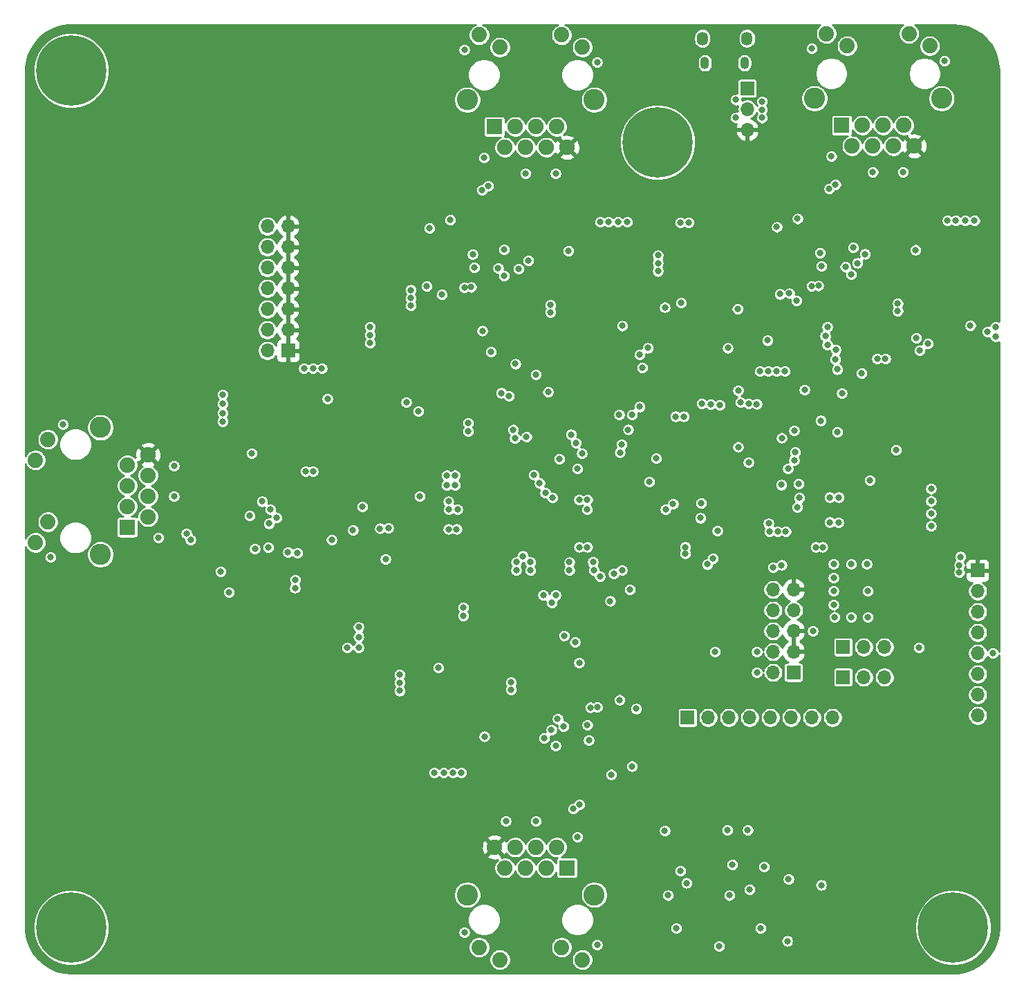
<source format=gbr>
G04 #@! TF.GenerationSoftware,KiCad,Pcbnew,(5.1.6)-1*
G04 #@! TF.CreationDate,2020-06-16T21:04:04+02:00*
G04 #@! TF.ProjectId,ethernet-sniffer,65746865-726e-4657-942d-736e69666665,rev?*
G04 #@! TF.SameCoordinates,Original*
G04 #@! TF.FileFunction,Copper,L2,Inr*
G04 #@! TF.FilePolarity,Positive*
%FSLAX46Y46*%
G04 Gerber Fmt 4.6, Leading zero omitted, Abs format (unit mm)*
G04 Created by KiCad (PCBNEW (5.1.6)-1) date 2020-06-16 21:04:04*
%MOMM*%
%LPD*%
G01*
G04 APERTURE LIST*
G04 #@! TA.AperFunction,ViaPad*
%ADD10O,1.700000X1.700000*%
G04 #@! TD*
G04 #@! TA.AperFunction,ViaPad*
%ADD11R,1.700000X1.700000*%
G04 #@! TD*
G04 #@! TA.AperFunction,ViaPad*
%ADD12C,8.600000*%
G04 #@! TD*
G04 #@! TA.AperFunction,ViaPad*
%ADD13C,0.900000*%
G04 #@! TD*
G04 #@! TA.AperFunction,ViaPad*
%ADD14C,2.600000*%
G04 #@! TD*
G04 #@! TA.AperFunction,ViaPad*
%ADD15C,1.890000*%
G04 #@! TD*
G04 #@! TA.AperFunction,ViaPad*
%ADD16C,1.900000*%
G04 #@! TD*
G04 #@! TA.AperFunction,ViaPad*
%ADD17R,1.900000X1.900000*%
G04 #@! TD*
G04 #@! TA.AperFunction,ViaPad*
%ADD18O,1.100000X1.500000*%
G04 #@! TD*
G04 #@! TA.AperFunction,ViaPad*
%ADD19O,1.350000X1.700000*%
G04 #@! TD*
G04 #@! TA.AperFunction,ViaPad*
%ADD20C,0.800000*%
G04 #@! TD*
G04 #@! TA.AperFunction,Conductor*
%ADD21C,0.254000*%
G04 #@! TD*
G04 APERTURE END LIST*
D10*
X210000000Y-118030000D03*
X210000000Y-115490000D03*
X210000000Y-112950000D03*
X210000000Y-110410000D03*
X210000000Y-107870000D03*
X210000000Y-105330000D03*
X210000000Y-102790000D03*
D11*
X210000000Y-100250000D03*
D10*
X181800000Y-46280000D03*
X181800000Y-43740000D03*
D11*
X181800000Y-41200000D03*
D10*
X198585000Y-109647000D03*
X196045000Y-109647000D03*
D11*
X193505000Y-109647000D03*
D12*
X170800000Y-47800000D03*
D13*
X174025000Y-47800000D03*
X173080419Y-50080419D03*
X170800000Y-51025000D03*
X168519581Y-50080419D03*
X167575000Y-47800000D03*
X168519581Y-45519581D03*
X170800000Y-44575000D03*
X173080419Y-45519581D03*
X209280419Y-141719581D03*
X207000000Y-140775000D03*
X204719581Y-141719581D03*
X203775000Y-144000000D03*
X204719581Y-146280419D03*
X207000000Y-147225000D03*
X209280419Y-146280419D03*
X210225000Y-144000000D03*
D12*
X207000000Y-144000000D03*
X99000000Y-144000000D03*
D13*
X102225000Y-144000000D03*
X101280419Y-146280419D03*
X99000000Y-147225000D03*
X96719581Y-146280419D03*
X95775000Y-144000000D03*
X96719581Y-141719581D03*
X99000000Y-140775000D03*
X101280419Y-141719581D03*
X101280419Y-36719581D03*
X99000000Y-35775000D03*
X96719581Y-36719581D03*
X95775000Y-39000000D03*
X96719581Y-41280419D03*
X99000000Y-42225000D03*
X101280419Y-41280419D03*
X102225000Y-39000000D03*
D12*
X99000000Y-39000000D03*
D14*
X205575000Y-42437000D03*
X190025000Y-42437000D03*
D15*
X191475000Y-34487000D03*
X194015000Y-36007000D03*
X201585000Y-34487000D03*
X204125000Y-36007000D03*
D16*
X202245000Y-48267000D03*
X200975000Y-45727000D03*
X199705000Y-48267000D03*
X198435000Y-45727000D03*
X197165000Y-48267000D03*
X195895000Y-45727000D03*
X194625000Y-48267000D03*
D17*
X193355000Y-45727000D03*
D10*
X123020000Y-58085000D03*
X125560000Y-58085000D03*
X123020000Y-60625000D03*
X125560000Y-60625000D03*
X123020000Y-63165000D03*
X125560000Y-63165000D03*
X123020000Y-65705000D03*
X125560000Y-65705000D03*
X123020000Y-68245000D03*
X125560000Y-68245000D03*
X123020000Y-70785000D03*
X125560000Y-70785000D03*
X123020000Y-73325000D03*
D11*
X125560000Y-73325000D03*
D10*
X198585000Y-113330000D03*
X196045000Y-113330000D03*
D11*
X193505000Y-113330000D03*
D10*
X184932500Y-102598500D03*
X187472500Y-102598500D03*
X184932500Y-105138500D03*
X187472500Y-105138500D03*
X184932500Y-107678500D03*
X187472500Y-107678500D03*
X184932500Y-110218500D03*
X187472500Y-110218500D03*
X184932500Y-112758500D03*
D11*
X187472500Y-112758500D03*
D10*
X192235000Y-118283000D03*
X189695000Y-118283000D03*
X187155000Y-118283000D03*
X184615000Y-118283000D03*
X182075000Y-118283000D03*
X179535000Y-118283000D03*
X176995000Y-118283000D03*
D11*
X174455000Y-118283000D03*
D14*
X163053000Y-42603000D03*
X147503000Y-42603000D03*
D15*
X148953000Y-34653000D03*
X151493000Y-36173000D03*
X159063000Y-34653000D03*
X161603000Y-36173000D03*
D16*
X159723000Y-48433000D03*
X158453000Y-45893000D03*
X157183000Y-48433000D03*
X155913000Y-45893000D03*
X154643000Y-48433000D03*
X153373000Y-45893000D03*
X152103000Y-48433000D03*
D17*
X150833000Y-45893000D03*
D14*
X147503000Y-139988000D03*
X163053000Y-139988000D03*
D15*
X161603000Y-147938000D03*
X159063000Y-146418000D03*
X151493000Y-147938000D03*
X148953000Y-146418000D03*
D16*
X150833000Y-134158000D03*
X152103000Y-136698000D03*
X153373000Y-134158000D03*
X154643000Y-136698000D03*
X155913000Y-134158000D03*
X157183000Y-136698000D03*
X158453000Y-134158000D03*
D17*
X159723000Y-136698000D03*
D14*
X102579000Y-82743000D03*
X102579000Y-98293000D03*
D15*
X94629000Y-96843000D03*
X96149000Y-94303000D03*
X94629000Y-86733000D03*
X96149000Y-84193000D03*
D16*
X108409000Y-86073000D03*
X105869000Y-87343000D03*
X108409000Y-88613000D03*
X105869000Y-89883000D03*
X108409000Y-91153000D03*
X105869000Y-92423000D03*
X108409000Y-93693000D03*
D17*
X105869000Y-94963000D03*
D18*
X181445000Y-38085000D03*
X176605000Y-38085000D03*
D19*
X181755000Y-35085000D03*
X176295000Y-35085000D03*
D20*
X129491000Y-87350000D03*
X128354000Y-95550000D03*
X125050000Y-99800000D03*
X118250000Y-97455000D03*
X115521000Y-96868000D03*
X127713000Y-83279000D03*
X128729000Y-83279000D03*
X129745000Y-83279000D03*
X130761000Y-83279000D03*
X130761000Y-82263000D03*
X129745000Y-82263000D03*
X126150000Y-99550000D03*
X129370000Y-96566000D03*
X130380000Y-87724000D03*
X115140000Y-92296000D03*
X110300000Y-90350000D03*
X110550000Y-92200000D03*
X152100000Y-113076000D03*
X160310000Y-114213000D03*
X164317000Y-117821000D03*
X162263000Y-124252000D03*
X161628000Y-127046000D03*
X162350000Y-128050000D03*
X148039000Y-114854000D03*
X148039000Y-113838000D03*
X148039000Y-112822000D03*
X148039000Y-111806000D03*
X147023000Y-111806000D03*
X147023000Y-112822000D03*
X165206000Y-117821000D03*
X161247000Y-113197000D03*
X152484000Y-112187000D03*
X157056000Y-127427000D03*
X155100000Y-132250000D03*
X156929000Y-132100000D03*
X158600000Y-69550000D03*
X150246000Y-68378000D03*
X145750000Y-65150000D03*
X148166000Y-58466000D03*
X148928000Y-55545000D03*
X147500000Y-54529000D03*
X148600000Y-54550000D03*
X162517000Y-67737000D03*
X162517000Y-68753000D03*
X162517000Y-69769000D03*
X162517000Y-70785000D03*
X163533000Y-70785000D03*
X163533000Y-69769000D03*
X149230000Y-69394000D03*
X158072000Y-70404000D03*
X153500000Y-55164000D03*
X155400000Y-50350000D03*
X153627000Y-50500000D03*
X116670000Y-96868000D03*
X125052000Y-85009000D03*
X201650000Y-70250000D03*
X192768000Y-68212000D03*
X190815000Y-58173000D03*
X191450000Y-55379000D03*
X190650000Y-54600000D03*
X205039000Y-67571000D03*
X205039000Y-68587000D03*
X205039000Y-69603000D03*
X205039000Y-70619000D03*
X206055000Y-70619000D03*
X206055000Y-69603000D03*
X188400000Y-64900000D03*
X191831000Y-69228000D03*
X200594000Y-70238000D03*
X196022000Y-54998000D03*
X198000000Y-50172000D03*
X196149000Y-50300000D03*
X134650000Y-90450000D03*
X174800000Y-136300000D03*
X184800000Y-144200000D03*
X184800000Y-134600000D03*
X186300000Y-136300000D03*
X184600000Y-137600000D03*
X178000000Y-139300000D03*
X174400000Y-144400000D03*
X175000000Y-142200000D03*
X171400000Y-141200000D03*
X174800000Y-134800000D03*
X179000000Y-141200000D03*
X177400000Y-147200000D03*
X180000000Y-144600000D03*
X179000000Y-133400000D03*
X149800000Y-117350000D03*
X154600000Y-75000000D03*
X160700000Y-65200000D03*
X177800000Y-87700000D03*
X177000000Y-109000000D03*
X191400000Y-87300000D03*
X191000000Y-107800000D03*
X138500000Y-93000000D03*
X138500000Y-92000000D03*
X193500000Y-88500000D03*
X192800000Y-89100000D03*
X187300000Y-90400000D03*
X169400000Y-99300000D03*
X168400000Y-85800000D03*
X167400000Y-85600000D03*
X146000000Y-105000000D03*
X146000000Y-106000000D03*
X167600000Y-80100000D03*
X167500000Y-77400000D03*
X156500000Y-100080000D03*
X141650000Y-93150000D03*
X138400000Y-90000000D03*
X138400000Y-88800000D03*
X139600000Y-99800000D03*
X152800000Y-106200000D03*
X153900000Y-106200000D03*
X155000000Y-106200000D03*
X162100000Y-93900000D03*
X165000000Y-81300000D03*
X151200000Y-82200000D03*
X151200000Y-83100000D03*
X145200000Y-82300000D03*
X126200000Y-89500000D03*
X121199500Y-90100500D03*
X127500000Y-95900000D03*
X154864000Y-121364000D03*
X154300000Y-116400000D03*
X160800000Y-115000000D03*
X176900000Y-95300000D03*
X187600000Y-98700000D03*
X187900000Y-95600000D03*
X185500000Y-85100000D03*
X188200000Y-84600000D03*
X188800000Y-80000000D03*
X175050000Y-82500000D03*
X172100000Y-96100000D03*
X172700000Y-95200000D03*
X172400000Y-62800000D03*
X170700000Y-64700000D03*
X198237500Y-61037500D03*
X197400000Y-61700000D03*
X194300004Y-65700000D03*
X198800000Y-65800000D03*
X131900000Y-66600000D03*
X131900000Y-67800000D03*
X131900000Y-68900000D03*
X130000000Y-64400000D03*
X131900000Y-62300000D03*
X149400000Y-67700000D03*
X151200000Y-65900000D03*
X156700000Y-65800000D03*
X154900000Y-65800000D03*
X155758000Y-61161000D03*
X154000000Y-61400000D03*
X198700000Y-105000000D03*
X200800000Y-107600000D03*
X199700000Y-107600000D03*
X201800000Y-107600000D03*
X202700000Y-107600000D03*
X204600000Y-107500000D03*
X204300000Y-99500000D03*
X202900000Y-98200000D03*
X204300000Y-98200000D03*
X139300000Y-66700000D03*
X138200000Y-65400000D03*
X139100000Y-65800000D03*
X142800000Y-112800000D03*
X141800000Y-112800000D03*
X144000000Y-118400000D03*
X135200000Y-105700000D03*
X133800000Y-104400000D03*
X134900000Y-104700000D03*
X142000000Y-105700000D03*
X140600000Y-104400000D03*
X140600000Y-107000000D03*
X152400000Y-82000000D03*
X157400000Y-77200000D03*
X154500000Y-76200000D03*
X153500000Y-76200000D03*
X162100000Y-94900000D03*
X145200000Y-96400000D03*
X146200000Y-96400000D03*
X146200000Y-100000000D03*
X147100000Y-100000000D03*
X151300000Y-100000000D03*
X150400000Y-100000000D03*
X162400000Y-84300000D03*
X162400000Y-83300000D03*
X161600000Y-74150000D03*
X161600000Y-73150000D03*
X168800000Y-67800000D03*
X169900000Y-66550000D03*
X174950000Y-69700000D03*
X174900000Y-68700000D03*
X174900000Y-70750000D03*
X160150000Y-82250000D03*
X177200000Y-40000000D03*
X178200000Y-40000000D03*
X178200000Y-41000000D03*
X177200000Y-41000000D03*
X105000000Y-35000000D03*
X110000000Y-35000000D03*
X115000000Y-35000000D03*
X120000000Y-35000000D03*
X125000000Y-35000000D03*
X130000000Y-35000000D03*
X135000000Y-35000000D03*
X140000000Y-35000000D03*
X145000000Y-35000000D03*
X155000000Y-35000000D03*
X165000000Y-35000000D03*
X170000000Y-35000000D03*
X185000000Y-35000000D03*
X200000000Y-35000000D03*
X105000000Y-40000000D03*
X105000000Y-45000000D03*
X100000000Y-45000000D03*
X95000000Y-45000000D03*
X95000000Y-50000000D03*
X95000000Y-55000000D03*
X95000000Y-60000000D03*
X95000000Y-65000000D03*
X95000000Y-70000000D03*
X95000000Y-75000000D03*
X95000000Y-100000000D03*
X95000000Y-105000000D03*
X95000000Y-110000000D03*
X95000000Y-115000000D03*
X95000000Y-120000000D03*
X95000000Y-125000000D03*
X95000000Y-130000000D03*
X95000000Y-135000000D03*
X95000000Y-140000000D03*
X105000000Y-140000000D03*
X105000000Y-145000000D03*
X110000000Y-145000000D03*
X115000000Y-145000000D03*
X120000000Y-145000000D03*
X125000000Y-145000000D03*
X130000000Y-145000000D03*
X135000000Y-145000000D03*
X135000000Y-125000000D03*
X130000000Y-125000000D03*
X130000000Y-120000000D03*
X130000000Y-115000000D03*
X130000000Y-110000000D03*
X125000000Y-110000000D03*
X115000000Y-110000000D03*
X110000000Y-110000000D03*
X120000000Y-110000000D03*
X105000000Y-110000000D03*
X100000000Y-110000000D03*
X100000000Y-75000000D03*
X105000000Y-75000000D03*
X110000000Y-75000000D03*
X115000000Y-75000000D03*
X120000000Y-75000000D03*
X120000000Y-70000000D03*
X120000000Y-65000000D03*
X120000000Y-60000000D03*
X120000000Y-55000000D03*
X120000000Y-50000000D03*
X125000000Y-50000000D03*
X135000000Y-50000000D03*
X130000000Y-50000000D03*
X140000000Y-50000000D03*
X140000000Y-45000000D03*
X140000000Y-40000000D03*
X210000000Y-135000000D03*
X210000000Y-130000000D03*
X210000000Y-125000000D03*
X210000000Y-120000000D03*
X205000000Y-125000000D03*
X200000000Y-125000000D03*
X195000000Y-125000000D03*
X190000000Y-125000000D03*
X200000000Y-145000000D03*
X195000000Y-145000000D03*
X190000000Y-145000000D03*
X200000000Y-140000000D03*
X200000000Y-135000000D03*
X205000000Y-135000000D03*
X205000000Y-130000000D03*
X200000000Y-130000000D03*
X195000000Y-130000000D03*
X145000000Y-50000000D03*
X145000000Y-45000000D03*
X145000000Y-40000000D03*
X165000000Y-40000000D03*
X165000000Y-50000000D03*
X170000000Y-40000000D03*
X185000000Y-40000000D03*
X210000000Y-40000000D03*
X210000000Y-45000000D03*
X210000000Y-50000000D03*
X210000000Y-55000000D03*
X210000000Y-75000000D03*
X210000000Y-80000000D03*
X205000000Y-80000000D03*
X200000000Y-80000000D03*
X205000000Y-75000000D03*
X200000000Y-75000000D03*
X200000000Y-95000000D03*
X195000000Y-95000000D03*
X205000000Y-120000000D03*
X200000000Y-120000000D03*
X195000000Y-120000000D03*
X190000000Y-120000000D03*
X185000000Y-120000000D03*
X180000000Y-120000000D03*
X175000000Y-120000000D03*
X175000000Y-115000000D03*
X175000000Y-110000000D03*
X175000000Y-105000000D03*
X175000000Y-100000000D03*
X165000000Y-110000000D03*
X170000000Y-130000000D03*
X165000000Y-130000000D03*
X140000000Y-145000000D03*
X140000000Y-130000000D03*
X140000000Y-125000000D03*
X145000000Y-130000000D03*
X145000000Y-135000000D03*
X145000000Y-140000000D03*
X145000000Y-145000000D03*
X155000000Y-145000000D03*
X140000000Y-135000000D03*
X140000000Y-140000000D03*
X212200000Y-70400000D03*
X212200000Y-71600000D03*
X211200000Y-71000000D03*
X134200000Y-107200000D03*
X134200000Y-108400000D03*
X134200000Y-109700000D03*
X132800000Y-109700000D03*
X128600000Y-75500000D03*
X129700000Y-75500000D03*
X127500000Y-75500000D03*
X140600000Y-67800000D03*
X140600000Y-66900000D03*
X140600000Y-65900000D03*
X139200000Y-114000000D03*
X139200000Y-113000000D03*
X139200000Y-115000000D03*
X173600000Y-57650000D03*
X174600000Y-57650000D03*
X170850000Y-63600000D03*
X170850000Y-62600000D03*
X170850000Y-61650000D03*
X183600000Y-43800000D03*
X183600000Y-42800000D03*
X183600000Y-44800000D03*
X180400000Y-42600000D03*
X180400000Y-44800000D03*
X207749978Y-100500000D03*
X207749978Y-99600410D03*
X207883375Y-98583257D03*
X184932500Y-99868000D03*
X185498436Y-95513022D03*
X192362000Y-101138000D03*
X194521000Y-99487000D03*
X196553000Y-102789000D03*
X194521000Y-105964000D03*
X192489000Y-105964000D03*
X196553000Y-105964000D03*
X196426000Y-99487000D03*
X192362000Y-99487000D03*
X192362000Y-102789000D03*
X192362000Y-104440000D03*
X202800000Y-109700000D03*
X174000000Y-81400000D03*
X173000000Y-81400000D03*
X174200000Y-97400000D03*
X174200000Y-98200000D03*
X190200000Y-97400000D03*
X191000000Y-97400000D03*
X186000000Y-99600000D03*
X191900000Y-91300000D03*
X191900000Y-94350000D03*
X192950000Y-94400000D03*
X200000000Y-85500000D03*
X188800000Y-78150000D03*
X196800000Y-89200000D03*
X188059258Y-89650000D03*
X137500000Y-98900000D03*
X145200000Y-91800000D03*
X154300000Y-98500000D03*
X162173000Y-92800000D03*
X153330000Y-84070000D03*
X209103000Y-70238000D03*
X189672000Y-36329000D03*
X205928000Y-37853000D03*
X206309000Y-57411000D03*
X207325000Y-57411000D03*
X208468000Y-57411000D03*
X209611000Y-57411000D03*
X200213000Y-68460000D03*
X200213000Y-67571000D03*
X189672000Y-65412000D03*
X192593000Y-52966000D03*
X191831000Y-53474000D03*
X194752000Y-60713000D03*
X187942000Y-57163000D03*
X190498197Y-65376499D03*
X202400000Y-61000000D03*
X191600000Y-72600000D03*
X191600000Y-70400000D03*
X185800000Y-66400000D03*
X195800000Y-76100000D03*
X197165000Y-51442000D03*
X200848000Y-51442000D03*
X192085000Y-49537000D03*
X143975000Y-112187000D03*
X163406000Y-146096000D03*
X147150000Y-144572000D03*
X146769000Y-125014000D03*
X145753000Y-125014000D03*
X144610000Y-125014000D03*
X143467000Y-125014000D03*
X152865000Y-113965000D03*
X152865000Y-114854000D03*
X163406000Y-117013000D03*
X160485000Y-129459000D03*
X161247000Y-128951000D03*
X158326000Y-121712000D03*
X165136000Y-125262000D03*
X162579803Y-117048501D03*
X168200000Y-117200000D03*
X149600000Y-120600000D03*
X161200000Y-111600000D03*
X160700000Y-109050000D03*
X159350000Y-108250000D03*
X155913000Y-130983000D03*
X152230000Y-130983000D03*
X160993000Y-132888000D03*
X130380000Y-79215000D03*
X96471000Y-98646000D03*
X97995000Y-82390000D03*
X117553000Y-82009000D03*
X117553000Y-80993000D03*
X117553000Y-79850000D03*
X117553000Y-78707000D03*
X128602000Y-88105000D03*
X127713000Y-88105000D03*
X126700000Y-98100000D03*
X113108000Y-95725000D03*
X113616000Y-96487000D03*
X120855000Y-93566000D03*
X117305000Y-100376000D03*
X133500000Y-95300000D03*
X134650000Y-92450000D03*
X130900000Y-96500000D03*
X126400000Y-102400000D03*
X121100000Y-85900000D03*
X125550008Y-98049992D03*
X111584000Y-91153000D03*
X111584000Y-87470000D03*
X109679000Y-96233000D03*
X147150000Y-36495000D03*
X163406000Y-38019000D03*
X163787000Y-57577000D03*
X164803000Y-57577000D03*
X165946000Y-57577000D03*
X167089000Y-57577000D03*
X157691000Y-68626000D03*
X157691000Y-67737000D03*
X147150000Y-65578000D03*
X150071000Y-53132000D03*
X149309000Y-53640000D03*
X145420000Y-57329000D03*
X147976197Y-65542499D03*
X166462817Y-70285818D03*
X159900000Y-61100000D03*
X153400000Y-74950000D03*
X149350000Y-70900000D03*
X150400000Y-73500000D03*
X142550000Y-65450000D03*
X152000006Y-60950000D03*
X154643000Y-51608000D03*
X158326000Y-51608000D03*
X149563000Y-49703000D03*
X178344000Y-146301000D03*
X186695225Y-145652225D03*
X179968980Y-136301000D03*
X186844000Y-138051000D03*
X174344000Y-138551000D03*
X182094000Y-139351000D03*
X172094000Y-140051000D03*
X171693105Y-132150106D03*
X179344000Y-132051000D03*
X181844000Y-132051000D03*
X183400000Y-144100000D03*
X173100000Y-144100000D03*
X173594000Y-137051000D03*
X183844000Y-136551000D03*
X179594000Y-140051000D03*
X190844000Y-138801000D03*
X204300000Y-94788000D03*
X178138000Y-95423000D03*
X204300000Y-93264000D03*
X187917000Y-92502000D03*
X204300000Y-90216000D03*
X193000000Y-91300000D03*
X204300000Y-91740000D03*
X188171000Y-91359000D03*
X195300000Y-62600000D03*
X190688000Y-61348000D03*
X185402000Y-58179000D03*
X157800000Y-119800000D03*
X167676000Y-124246000D03*
X162389978Y-121077000D03*
X123400000Y-92800000D03*
X121490000Y-97630000D03*
X118321000Y-102916000D03*
X153800000Y-63300000D03*
X148166000Y-61514000D03*
X142880000Y-58345000D03*
X176892892Y-99507108D03*
X177600000Y-98800000D03*
X190800000Y-81900000D03*
X192800000Y-83279990D03*
X211850001Y-110400000D03*
X184498519Y-95499981D03*
X184398437Y-94499981D03*
X182964000Y-112758500D03*
X176042500Y-93835500D03*
X182964000Y-110218500D03*
X177820500Y-110218500D03*
X189822000Y-107678500D03*
X185948500Y-89771500D03*
X182945461Y-79873247D03*
X186498340Y-95498340D03*
X187663000Y-85771000D03*
X197696000Y-74341000D03*
X187536000Y-86787000D03*
X198696003Y-74341000D03*
X180678000Y-85127000D03*
X180958048Y-79660579D03*
X184253188Y-72074188D03*
X191346000Y-71547000D03*
X190875252Y-62979954D03*
X186926000Y-66307000D03*
X166152000Y-116118000D03*
X162200000Y-119200000D03*
X126449000Y-101392000D03*
X123121954Y-97442748D03*
X144404000Y-66473000D03*
X148353252Y-63150021D03*
X173693000Y-67483000D03*
X160993000Y-87803000D03*
X171697340Y-68027340D03*
X158767948Y-86603268D03*
X194506285Y-64000693D03*
X186774000Y-87803000D03*
X192621020Y-73219016D03*
X193378000Y-78532000D03*
X192800010Y-75624586D03*
X196200000Y-61500000D03*
X193806285Y-63075624D03*
X192591115Y-74396663D03*
X177297347Y-79904970D03*
X202484990Y-71779426D03*
X187536000Y-83104000D03*
X202903000Y-73325000D03*
X186012000Y-84027000D03*
X203884990Y-72479426D03*
X181948000Y-79802000D03*
X181948000Y-87041008D03*
X155913000Y-76246000D03*
X155000000Y-62300000D03*
X151284285Y-63241624D03*
X152601993Y-78898615D03*
X151984285Y-64166693D03*
X151678897Y-78514043D03*
X159271715Y-119349376D03*
X157871715Y-104225479D03*
X158571715Y-118424307D03*
X158326000Y-103297000D03*
X156802000Y-103297000D03*
X156900000Y-120800000D03*
X141689000Y-91162000D03*
X122385000Y-91800000D03*
X123217624Y-94511715D03*
X136809522Y-95115524D03*
X124142693Y-93811715D03*
X137833843Y-95081153D03*
X153500000Y-100250000D03*
X153500000Y-99250000D03*
X155250000Y-100250000D03*
X155250000Y-99250000D03*
X160000000Y-100250000D03*
X160000000Y-99250000D03*
X163750000Y-101000000D03*
X163000000Y-100250000D03*
X162200000Y-97400000D03*
X161200000Y-97400000D03*
X166200000Y-85800000D03*
X166400000Y-84800000D03*
X167200000Y-83000000D03*
X147600000Y-82200000D03*
X147600000Y-83200000D03*
X145000000Y-88600000D03*
X146000000Y-88600000D03*
X145200000Y-95200000D03*
X146200000Y-95200000D03*
X169800000Y-89400000D03*
X162200000Y-91600000D03*
X161200000Y-91600000D03*
X165000000Y-104000000D03*
X167400000Y-102600000D03*
X147000000Y-104800000D03*
X147000000Y-105800000D03*
X135600000Y-70400000D03*
X135600000Y-71400000D03*
X135600000Y-72400000D03*
X168600000Y-80200000D03*
X169600000Y-73000000D03*
X176200000Y-79800000D03*
X178400000Y-80000000D03*
X180600000Y-68200000D03*
X187800000Y-67200000D03*
X179400000Y-73000002D03*
X145000000Y-89800000D03*
X146000000Y-89800000D03*
X145226149Y-92799670D03*
X146300000Y-92800000D03*
X153130000Y-83010000D03*
X154750000Y-83890000D03*
X157400000Y-78400000D03*
X160200000Y-83600000D03*
X176157602Y-92029272D03*
X166449583Y-100227367D03*
X140038000Y-79675000D03*
X141511518Y-80756012D03*
X162898000Y-99233000D03*
X180678000Y-78212990D03*
X167662000Y-81199000D03*
X171788000Y-92756000D03*
X170645000Y-86533000D03*
X166100000Y-81200000D03*
X172707147Y-92127000D03*
X165438000Y-100630000D03*
X186393000Y-75865000D03*
X155656000Y-88565000D03*
X185377000Y-75865000D03*
X156356000Y-89581000D03*
X184361000Y-75865000D03*
X157056000Y-90724000D03*
X183345000Y-75865000D03*
X157945000Y-91359000D03*
X161538000Y-85898000D03*
X168917660Y-75407660D03*
X168613000Y-73833000D03*
X160813000Y-84628000D03*
D21*
G36*
X148326798Y-33481458D02*
G01*
X148110274Y-33626135D01*
X147926135Y-33810274D01*
X147781458Y-34026798D01*
X147681803Y-34267387D01*
X147631000Y-34522794D01*
X147631000Y-34783206D01*
X147681803Y-35038613D01*
X147781458Y-35279202D01*
X147926135Y-35495726D01*
X148110274Y-35679865D01*
X148326798Y-35824542D01*
X148567387Y-35924197D01*
X148822794Y-35975000D01*
X149083206Y-35975000D01*
X149338613Y-35924197D01*
X149579202Y-35824542D01*
X149795726Y-35679865D01*
X149979865Y-35495726D01*
X150124542Y-35279202D01*
X150224197Y-35038613D01*
X150275000Y-34783206D01*
X150275000Y-34522794D01*
X150224197Y-34267387D01*
X150124542Y-34026798D01*
X149979865Y-33810274D01*
X149795726Y-33626135D01*
X149579202Y-33481458D01*
X149387373Y-33402000D01*
X158628627Y-33402000D01*
X158436798Y-33481458D01*
X158220274Y-33626135D01*
X158036135Y-33810274D01*
X157891458Y-34026798D01*
X157791803Y-34267387D01*
X157741000Y-34522794D01*
X157741000Y-34783206D01*
X157791803Y-35038613D01*
X157891458Y-35279202D01*
X158036135Y-35495726D01*
X158220274Y-35679865D01*
X158436798Y-35824542D01*
X158677387Y-35924197D01*
X158932794Y-35975000D01*
X159193206Y-35975000D01*
X159448613Y-35924197D01*
X159689202Y-35824542D01*
X159905726Y-35679865D01*
X160089865Y-35495726D01*
X160234542Y-35279202D01*
X160334197Y-35038613D01*
X160385000Y-34783206D01*
X160385000Y-34522794D01*
X160334197Y-34267387D01*
X160234542Y-34026798D01*
X160089865Y-33810274D01*
X159905726Y-33626135D01*
X159689202Y-33481458D01*
X159497373Y-33402000D01*
X190719279Y-33402000D01*
X190632274Y-33460135D01*
X190448135Y-33644274D01*
X190303458Y-33860798D01*
X190203803Y-34101387D01*
X190153000Y-34356794D01*
X190153000Y-34617206D01*
X190203803Y-34872613D01*
X190303458Y-35113202D01*
X190448135Y-35329726D01*
X190632274Y-35513865D01*
X190848798Y-35658542D01*
X191089387Y-35758197D01*
X191344794Y-35809000D01*
X191605206Y-35809000D01*
X191860613Y-35758197D01*
X192101202Y-35658542D01*
X192317726Y-35513865D01*
X192501865Y-35329726D01*
X192646542Y-35113202D01*
X192746197Y-34872613D01*
X192797000Y-34617206D01*
X192797000Y-34356794D01*
X192746197Y-34101387D01*
X192646542Y-33860798D01*
X192501865Y-33644274D01*
X192317726Y-33460135D01*
X192230721Y-33402000D01*
X200829279Y-33402000D01*
X200742274Y-33460135D01*
X200558135Y-33644274D01*
X200413458Y-33860798D01*
X200313803Y-34101387D01*
X200263000Y-34356794D01*
X200263000Y-34617206D01*
X200313803Y-34872613D01*
X200413458Y-35113202D01*
X200558135Y-35329726D01*
X200742274Y-35513865D01*
X200958798Y-35658542D01*
X201199387Y-35758197D01*
X201454794Y-35809000D01*
X201715206Y-35809000D01*
X201970613Y-35758197D01*
X202211202Y-35658542D01*
X202427726Y-35513865D01*
X202611865Y-35329726D01*
X202756542Y-35113202D01*
X202856197Y-34872613D01*
X202907000Y-34617206D01*
X202907000Y-34356794D01*
X202856197Y-34101387D01*
X202756542Y-33860798D01*
X202611865Y-33644274D01*
X202427726Y-33460135D01*
X202340721Y-33402000D01*
X206983506Y-33402000D01*
X207914074Y-33478507D01*
X208803609Y-33701942D01*
X209644699Y-34067658D01*
X210414763Y-34565835D01*
X211093127Y-35183100D01*
X211661561Y-35902862D01*
X212104812Y-36705807D01*
X212410966Y-37570362D01*
X212573042Y-38480251D01*
X212598001Y-39009501D01*
X212598001Y-69731445D01*
X212568048Y-69711431D01*
X212426643Y-69652859D01*
X212276528Y-69623000D01*
X212123472Y-69623000D01*
X211973357Y-69652859D01*
X211831952Y-69711431D01*
X211704691Y-69796464D01*
X211596464Y-69904691D01*
X211511431Y-70031952D01*
X211452859Y-70173357D01*
X211436254Y-70256840D01*
X211426643Y-70252859D01*
X211276528Y-70223000D01*
X211123472Y-70223000D01*
X210973357Y-70252859D01*
X210831952Y-70311431D01*
X210704691Y-70396464D01*
X210596464Y-70504691D01*
X210511431Y-70631952D01*
X210452859Y-70773357D01*
X210423000Y-70923472D01*
X210423000Y-71076528D01*
X210452859Y-71226643D01*
X210511431Y-71368048D01*
X210596464Y-71495309D01*
X210704691Y-71603536D01*
X210831952Y-71688569D01*
X210973357Y-71747141D01*
X211123472Y-71777000D01*
X211276528Y-71777000D01*
X211426643Y-71747141D01*
X211436254Y-71743160D01*
X211452859Y-71826643D01*
X211511431Y-71968048D01*
X211596464Y-72095309D01*
X211704691Y-72203536D01*
X211831952Y-72288569D01*
X211973357Y-72347141D01*
X212123472Y-72377000D01*
X212276528Y-72377000D01*
X212426643Y-72347141D01*
X212568048Y-72288569D01*
X212598001Y-72268555D01*
X212598000Y-110177672D01*
X212597142Y-110173357D01*
X212538570Y-110031952D01*
X212453537Y-109904691D01*
X212345310Y-109796464D01*
X212218049Y-109711431D01*
X212076644Y-109652859D01*
X211926529Y-109623000D01*
X211773473Y-109623000D01*
X211623358Y-109652859D01*
X211481953Y-109711431D01*
X211354692Y-109796464D01*
X211246465Y-109904691D01*
X211167649Y-110022648D01*
X211087353Y-109828798D01*
X210953073Y-109627833D01*
X210782167Y-109456927D01*
X210581202Y-109322647D01*
X210357903Y-109230153D01*
X210120849Y-109183000D01*
X209879151Y-109183000D01*
X209642097Y-109230153D01*
X209418798Y-109322647D01*
X209217833Y-109456927D01*
X209046927Y-109627833D01*
X208912647Y-109828798D01*
X208820153Y-110052097D01*
X208773000Y-110289151D01*
X208773000Y-110530849D01*
X208820153Y-110767903D01*
X208912647Y-110991202D01*
X209046927Y-111192167D01*
X209217833Y-111363073D01*
X209418798Y-111497353D01*
X209642097Y-111589847D01*
X209879151Y-111637000D01*
X210120849Y-111637000D01*
X210357903Y-111589847D01*
X210581202Y-111497353D01*
X210782167Y-111363073D01*
X210953073Y-111192167D01*
X211087353Y-110991202D01*
X211172763Y-110785006D01*
X211246465Y-110895309D01*
X211354692Y-111003536D01*
X211481953Y-111088569D01*
X211623358Y-111147141D01*
X211773473Y-111177000D01*
X211926529Y-111177000D01*
X212076644Y-111147141D01*
X212218049Y-111088569D01*
X212345310Y-111003536D01*
X212453537Y-110895309D01*
X212538570Y-110768048D01*
X212597142Y-110626643D01*
X212598000Y-110622328D01*
X212598000Y-143983506D01*
X212521493Y-144914079D01*
X212298058Y-145803609D01*
X211932342Y-146644699D01*
X211434165Y-147414763D01*
X210816900Y-148093127D01*
X210097134Y-148661564D01*
X209294190Y-149104812D01*
X208429637Y-149410966D01*
X207519749Y-149573042D01*
X206990521Y-149598000D01*
X99016494Y-149598000D01*
X98085921Y-149521493D01*
X97196391Y-149298058D01*
X96355301Y-148932342D01*
X95585237Y-148434165D01*
X94906873Y-147816900D01*
X94338436Y-147097134D01*
X93895188Y-146294190D01*
X93589034Y-145429637D01*
X93426958Y-144519749D01*
X93402000Y-143990521D01*
X93402000Y-143539356D01*
X94323000Y-143539356D01*
X94323000Y-144460644D01*
X94502734Y-145364231D01*
X94855296Y-146215390D01*
X95367137Y-146981414D01*
X96018586Y-147632863D01*
X96784610Y-148144704D01*
X97635769Y-148497266D01*
X98539356Y-148677000D01*
X99460644Y-148677000D01*
X100364231Y-148497266D01*
X101215390Y-148144704D01*
X101719611Y-147807794D01*
X150171000Y-147807794D01*
X150171000Y-148068206D01*
X150221803Y-148323613D01*
X150321458Y-148564202D01*
X150466135Y-148780726D01*
X150650274Y-148964865D01*
X150866798Y-149109542D01*
X151107387Y-149209197D01*
X151362794Y-149260000D01*
X151623206Y-149260000D01*
X151878613Y-149209197D01*
X152119202Y-149109542D01*
X152335726Y-148964865D01*
X152519865Y-148780726D01*
X152664542Y-148564202D01*
X152764197Y-148323613D01*
X152815000Y-148068206D01*
X152815000Y-147807794D01*
X160281000Y-147807794D01*
X160281000Y-148068206D01*
X160331803Y-148323613D01*
X160431458Y-148564202D01*
X160576135Y-148780726D01*
X160760274Y-148964865D01*
X160976798Y-149109542D01*
X161217387Y-149209197D01*
X161472794Y-149260000D01*
X161733206Y-149260000D01*
X161988613Y-149209197D01*
X162229202Y-149109542D01*
X162445726Y-148964865D01*
X162629865Y-148780726D01*
X162774542Y-148564202D01*
X162874197Y-148323613D01*
X162925000Y-148068206D01*
X162925000Y-147807794D01*
X162874197Y-147552387D01*
X162774542Y-147311798D01*
X162629865Y-147095274D01*
X162445726Y-146911135D01*
X162229202Y-146766458D01*
X161988613Y-146666803D01*
X161733206Y-146616000D01*
X161472794Y-146616000D01*
X161217387Y-146666803D01*
X160976798Y-146766458D01*
X160760274Y-146911135D01*
X160576135Y-147095274D01*
X160431458Y-147311798D01*
X160331803Y-147552387D01*
X160281000Y-147807794D01*
X152815000Y-147807794D01*
X152764197Y-147552387D01*
X152664542Y-147311798D01*
X152519865Y-147095274D01*
X152335726Y-146911135D01*
X152119202Y-146766458D01*
X151878613Y-146666803D01*
X151623206Y-146616000D01*
X151362794Y-146616000D01*
X151107387Y-146666803D01*
X150866798Y-146766458D01*
X150650274Y-146911135D01*
X150466135Y-147095274D01*
X150321458Y-147311798D01*
X150221803Y-147552387D01*
X150171000Y-147807794D01*
X101719611Y-147807794D01*
X101981414Y-147632863D01*
X102632863Y-146981414D01*
X103096325Y-146287794D01*
X147631000Y-146287794D01*
X147631000Y-146548206D01*
X147681803Y-146803613D01*
X147781458Y-147044202D01*
X147926135Y-147260726D01*
X148110274Y-147444865D01*
X148326798Y-147589542D01*
X148567387Y-147689197D01*
X148822794Y-147740000D01*
X149083206Y-147740000D01*
X149338613Y-147689197D01*
X149579202Y-147589542D01*
X149795726Y-147444865D01*
X149979865Y-147260726D01*
X150124542Y-147044202D01*
X150224197Y-146803613D01*
X150275000Y-146548206D01*
X150275000Y-146287794D01*
X157741000Y-146287794D01*
X157741000Y-146548206D01*
X157791803Y-146803613D01*
X157891458Y-147044202D01*
X158036135Y-147260726D01*
X158220274Y-147444865D01*
X158436798Y-147589542D01*
X158677387Y-147689197D01*
X158932794Y-147740000D01*
X159193206Y-147740000D01*
X159448613Y-147689197D01*
X159689202Y-147589542D01*
X159905726Y-147444865D01*
X160089865Y-147260726D01*
X160234542Y-147044202D01*
X160334197Y-146803613D01*
X160385000Y-146548206D01*
X160385000Y-146287794D01*
X160334197Y-146032387D01*
X160328848Y-146019472D01*
X162629000Y-146019472D01*
X162629000Y-146172528D01*
X162658859Y-146322643D01*
X162717431Y-146464048D01*
X162802464Y-146591309D01*
X162910691Y-146699536D01*
X163037952Y-146784569D01*
X163179357Y-146843141D01*
X163329472Y-146873000D01*
X163482528Y-146873000D01*
X163632643Y-146843141D01*
X163774048Y-146784569D01*
X163901309Y-146699536D01*
X164009536Y-146591309D01*
X164094569Y-146464048D01*
X164153141Y-146322643D01*
X164172667Y-146224472D01*
X177567000Y-146224472D01*
X177567000Y-146377528D01*
X177596859Y-146527643D01*
X177655431Y-146669048D01*
X177740464Y-146796309D01*
X177848691Y-146904536D01*
X177975952Y-146989569D01*
X178117357Y-147048141D01*
X178267472Y-147078000D01*
X178420528Y-147078000D01*
X178570643Y-147048141D01*
X178712048Y-146989569D01*
X178839309Y-146904536D01*
X178947536Y-146796309D01*
X179032569Y-146669048D01*
X179091141Y-146527643D01*
X179121000Y-146377528D01*
X179121000Y-146224472D01*
X179091141Y-146074357D01*
X179032569Y-145932952D01*
X178947536Y-145805691D01*
X178839309Y-145697464D01*
X178712048Y-145612431D01*
X178623365Y-145575697D01*
X185918225Y-145575697D01*
X185918225Y-145728753D01*
X185948084Y-145878868D01*
X186006656Y-146020273D01*
X186091689Y-146147534D01*
X186199916Y-146255761D01*
X186327177Y-146340794D01*
X186468582Y-146399366D01*
X186618697Y-146429225D01*
X186771753Y-146429225D01*
X186921868Y-146399366D01*
X187063273Y-146340794D01*
X187190534Y-146255761D01*
X187298761Y-146147534D01*
X187383794Y-146020273D01*
X187442366Y-145878868D01*
X187472225Y-145728753D01*
X187472225Y-145575697D01*
X187442366Y-145425582D01*
X187383794Y-145284177D01*
X187298761Y-145156916D01*
X187190534Y-145048689D01*
X187063273Y-144963656D01*
X186921868Y-144905084D01*
X186771753Y-144875225D01*
X186618697Y-144875225D01*
X186468582Y-144905084D01*
X186327177Y-144963656D01*
X186199916Y-145048689D01*
X186091689Y-145156916D01*
X186006656Y-145284177D01*
X185948084Y-145425582D01*
X185918225Y-145575697D01*
X178623365Y-145575697D01*
X178570643Y-145553859D01*
X178420528Y-145524000D01*
X178267472Y-145524000D01*
X178117357Y-145553859D01*
X177975952Y-145612431D01*
X177848691Y-145697464D01*
X177740464Y-145805691D01*
X177655431Y-145932952D01*
X177596859Y-146074357D01*
X177567000Y-146224472D01*
X164172667Y-146224472D01*
X164183000Y-146172528D01*
X164183000Y-146019472D01*
X164153141Y-145869357D01*
X164094569Y-145727952D01*
X164009536Y-145600691D01*
X163901309Y-145492464D01*
X163774048Y-145407431D01*
X163632643Y-145348859D01*
X163482528Y-145319000D01*
X163329472Y-145319000D01*
X163179357Y-145348859D01*
X163037952Y-145407431D01*
X162910691Y-145492464D01*
X162802464Y-145600691D01*
X162717431Y-145727952D01*
X162658859Y-145869357D01*
X162629000Y-146019472D01*
X160328848Y-146019472D01*
X160234542Y-145791798D01*
X160089865Y-145575274D01*
X159905726Y-145391135D01*
X159689202Y-145246458D01*
X159448613Y-145146803D01*
X159193206Y-145096000D01*
X158932794Y-145096000D01*
X158677387Y-145146803D01*
X158436798Y-145246458D01*
X158220274Y-145391135D01*
X158036135Y-145575274D01*
X157891458Y-145791798D01*
X157791803Y-146032387D01*
X157741000Y-146287794D01*
X150275000Y-146287794D01*
X150224197Y-146032387D01*
X150124542Y-145791798D01*
X149979865Y-145575274D01*
X149795726Y-145391135D01*
X149579202Y-145246458D01*
X149338613Y-145146803D01*
X149083206Y-145096000D01*
X148822794Y-145096000D01*
X148567387Y-145146803D01*
X148326798Y-145246458D01*
X148110274Y-145391135D01*
X147926135Y-145575274D01*
X147781458Y-145791798D01*
X147681803Y-146032387D01*
X147631000Y-146287794D01*
X103096325Y-146287794D01*
X103144704Y-146215390D01*
X103497266Y-145364231D01*
X103670072Y-144495472D01*
X146373000Y-144495472D01*
X146373000Y-144648528D01*
X146402859Y-144798643D01*
X146461431Y-144940048D01*
X146546464Y-145067309D01*
X146654691Y-145175536D01*
X146781952Y-145260569D01*
X146923357Y-145319141D01*
X147073472Y-145349000D01*
X147226528Y-145349000D01*
X147376643Y-145319141D01*
X147518048Y-145260569D01*
X147645309Y-145175536D01*
X147753536Y-145067309D01*
X147838569Y-144940048D01*
X147897141Y-144798643D01*
X147927000Y-144648528D01*
X147927000Y-144495472D01*
X147897141Y-144345357D01*
X147838569Y-144203952D01*
X147753536Y-144076691D01*
X147645309Y-143968464D01*
X147518048Y-143883431D01*
X147376643Y-143824859D01*
X147226528Y-143795000D01*
X147073472Y-143795000D01*
X146923357Y-143824859D01*
X146781952Y-143883431D01*
X146654691Y-143968464D01*
X146546464Y-144076691D01*
X146461431Y-144203952D01*
X146402859Y-144345357D01*
X146373000Y-144495472D01*
X103670072Y-144495472D01*
X103677000Y-144460644D01*
X103677000Y-143539356D01*
X103538054Y-142840820D01*
X147561000Y-142840820D01*
X147561000Y-143235180D01*
X147637936Y-143621962D01*
X147788850Y-143986303D01*
X148007945Y-144314201D01*
X148286799Y-144593055D01*
X148614697Y-144812150D01*
X148979038Y-144963064D01*
X149365820Y-145040000D01*
X149760180Y-145040000D01*
X150146962Y-144963064D01*
X150511303Y-144812150D01*
X150839201Y-144593055D01*
X151118055Y-144314201D01*
X151337150Y-143986303D01*
X151488064Y-143621962D01*
X151565000Y-143235180D01*
X151565000Y-142840820D01*
X158991000Y-142840820D01*
X158991000Y-143235180D01*
X159067936Y-143621962D01*
X159218850Y-143986303D01*
X159437945Y-144314201D01*
X159716799Y-144593055D01*
X160044697Y-144812150D01*
X160409038Y-144963064D01*
X160795820Y-145040000D01*
X161190180Y-145040000D01*
X161576962Y-144963064D01*
X161941303Y-144812150D01*
X162269201Y-144593055D01*
X162548055Y-144314201D01*
X162742314Y-144023472D01*
X172323000Y-144023472D01*
X172323000Y-144176528D01*
X172352859Y-144326643D01*
X172411431Y-144468048D01*
X172496464Y-144595309D01*
X172604691Y-144703536D01*
X172731952Y-144788569D01*
X172873357Y-144847141D01*
X173023472Y-144877000D01*
X173176528Y-144877000D01*
X173326643Y-144847141D01*
X173468048Y-144788569D01*
X173595309Y-144703536D01*
X173703536Y-144595309D01*
X173788569Y-144468048D01*
X173847141Y-144326643D01*
X173877000Y-144176528D01*
X173877000Y-144023472D01*
X182623000Y-144023472D01*
X182623000Y-144176528D01*
X182652859Y-144326643D01*
X182711431Y-144468048D01*
X182796464Y-144595309D01*
X182904691Y-144703536D01*
X183031952Y-144788569D01*
X183173357Y-144847141D01*
X183323472Y-144877000D01*
X183476528Y-144877000D01*
X183626643Y-144847141D01*
X183768048Y-144788569D01*
X183895309Y-144703536D01*
X184003536Y-144595309D01*
X184088569Y-144468048D01*
X184147141Y-144326643D01*
X184177000Y-144176528D01*
X184177000Y-144023472D01*
X184147141Y-143873357D01*
X184088569Y-143731952D01*
X184003536Y-143604691D01*
X183938201Y-143539356D01*
X202323000Y-143539356D01*
X202323000Y-144460644D01*
X202502734Y-145364231D01*
X202855296Y-146215390D01*
X203367137Y-146981414D01*
X204018586Y-147632863D01*
X204784610Y-148144704D01*
X205635769Y-148497266D01*
X206539356Y-148677000D01*
X207460644Y-148677000D01*
X208364231Y-148497266D01*
X209215390Y-148144704D01*
X209981414Y-147632863D01*
X210632863Y-146981414D01*
X211144704Y-146215390D01*
X211497266Y-145364231D01*
X211677000Y-144460644D01*
X211677000Y-143539356D01*
X211497266Y-142635769D01*
X211144704Y-141784610D01*
X210632863Y-141018586D01*
X209981414Y-140367137D01*
X209215390Y-139855296D01*
X208364231Y-139502734D01*
X207460644Y-139323000D01*
X206539356Y-139323000D01*
X205635769Y-139502734D01*
X204784610Y-139855296D01*
X204018586Y-140367137D01*
X203367137Y-141018586D01*
X202855296Y-141784610D01*
X202502734Y-142635769D01*
X202323000Y-143539356D01*
X183938201Y-143539356D01*
X183895309Y-143496464D01*
X183768048Y-143411431D01*
X183626643Y-143352859D01*
X183476528Y-143323000D01*
X183323472Y-143323000D01*
X183173357Y-143352859D01*
X183031952Y-143411431D01*
X182904691Y-143496464D01*
X182796464Y-143604691D01*
X182711431Y-143731952D01*
X182652859Y-143873357D01*
X182623000Y-144023472D01*
X173877000Y-144023472D01*
X173847141Y-143873357D01*
X173788569Y-143731952D01*
X173703536Y-143604691D01*
X173595309Y-143496464D01*
X173468048Y-143411431D01*
X173326643Y-143352859D01*
X173176528Y-143323000D01*
X173023472Y-143323000D01*
X172873357Y-143352859D01*
X172731952Y-143411431D01*
X172604691Y-143496464D01*
X172496464Y-143604691D01*
X172411431Y-143731952D01*
X172352859Y-143873357D01*
X172323000Y-144023472D01*
X162742314Y-144023472D01*
X162767150Y-143986303D01*
X162918064Y-143621962D01*
X162995000Y-143235180D01*
X162995000Y-142840820D01*
X162918064Y-142454038D01*
X162767150Y-142089697D01*
X162548055Y-141761799D01*
X162269201Y-141482945D01*
X161941303Y-141263850D01*
X161576962Y-141112936D01*
X161190180Y-141036000D01*
X160795820Y-141036000D01*
X160409038Y-141112936D01*
X160044697Y-141263850D01*
X159716799Y-141482945D01*
X159437945Y-141761799D01*
X159218850Y-142089697D01*
X159067936Y-142454038D01*
X158991000Y-142840820D01*
X151565000Y-142840820D01*
X151488064Y-142454038D01*
X151337150Y-142089697D01*
X151118055Y-141761799D01*
X150839201Y-141482945D01*
X150511303Y-141263850D01*
X150146962Y-141112936D01*
X149760180Y-141036000D01*
X149365820Y-141036000D01*
X148979038Y-141112936D01*
X148614697Y-141263850D01*
X148286799Y-141482945D01*
X148007945Y-141761799D01*
X147788850Y-142089697D01*
X147637936Y-142454038D01*
X147561000Y-142840820D01*
X103538054Y-142840820D01*
X103497266Y-142635769D01*
X103144704Y-141784610D01*
X102632863Y-141018586D01*
X101981414Y-140367137D01*
X101215390Y-139855296D01*
X101137011Y-139822830D01*
X145826000Y-139822830D01*
X145826000Y-140153170D01*
X145890446Y-140477163D01*
X146016862Y-140782357D01*
X146200389Y-141057025D01*
X146433975Y-141290611D01*
X146708643Y-141474138D01*
X147013837Y-141600554D01*
X147337830Y-141665000D01*
X147668170Y-141665000D01*
X147992163Y-141600554D01*
X148297357Y-141474138D01*
X148572025Y-141290611D01*
X148805611Y-141057025D01*
X148989138Y-140782357D01*
X149115554Y-140477163D01*
X149180000Y-140153170D01*
X149180000Y-139822830D01*
X161376000Y-139822830D01*
X161376000Y-140153170D01*
X161440446Y-140477163D01*
X161566862Y-140782357D01*
X161750389Y-141057025D01*
X161983975Y-141290611D01*
X162258643Y-141474138D01*
X162563837Y-141600554D01*
X162887830Y-141665000D01*
X163218170Y-141665000D01*
X163542163Y-141600554D01*
X163847357Y-141474138D01*
X164122025Y-141290611D01*
X164355611Y-141057025D01*
X164539138Y-140782357D01*
X164665554Y-140477163D01*
X164730000Y-140153170D01*
X164730000Y-139974472D01*
X171317000Y-139974472D01*
X171317000Y-140127528D01*
X171346859Y-140277643D01*
X171405431Y-140419048D01*
X171490464Y-140546309D01*
X171598691Y-140654536D01*
X171725952Y-140739569D01*
X171867357Y-140798141D01*
X172017472Y-140828000D01*
X172170528Y-140828000D01*
X172320643Y-140798141D01*
X172462048Y-140739569D01*
X172589309Y-140654536D01*
X172697536Y-140546309D01*
X172782569Y-140419048D01*
X172841141Y-140277643D01*
X172871000Y-140127528D01*
X172871000Y-139974472D01*
X178817000Y-139974472D01*
X178817000Y-140127528D01*
X178846859Y-140277643D01*
X178905431Y-140419048D01*
X178990464Y-140546309D01*
X179098691Y-140654536D01*
X179225952Y-140739569D01*
X179367357Y-140798141D01*
X179517472Y-140828000D01*
X179670528Y-140828000D01*
X179820643Y-140798141D01*
X179962048Y-140739569D01*
X180089309Y-140654536D01*
X180197536Y-140546309D01*
X180282569Y-140419048D01*
X180341141Y-140277643D01*
X180371000Y-140127528D01*
X180371000Y-139974472D01*
X180341141Y-139824357D01*
X180282569Y-139682952D01*
X180197536Y-139555691D01*
X180089309Y-139447464D01*
X179962048Y-139362431D01*
X179820643Y-139303859D01*
X179672901Y-139274472D01*
X181317000Y-139274472D01*
X181317000Y-139427528D01*
X181346859Y-139577643D01*
X181405431Y-139719048D01*
X181490464Y-139846309D01*
X181598691Y-139954536D01*
X181725952Y-140039569D01*
X181867357Y-140098141D01*
X182017472Y-140128000D01*
X182170528Y-140128000D01*
X182320643Y-140098141D01*
X182462048Y-140039569D01*
X182589309Y-139954536D01*
X182697536Y-139846309D01*
X182782569Y-139719048D01*
X182841141Y-139577643D01*
X182871000Y-139427528D01*
X182871000Y-139274472D01*
X182841141Y-139124357D01*
X182782569Y-138982952D01*
X182697536Y-138855691D01*
X182589309Y-138747464D01*
X182462048Y-138662431D01*
X182320643Y-138603859D01*
X182170528Y-138574000D01*
X182017472Y-138574000D01*
X181867357Y-138603859D01*
X181725952Y-138662431D01*
X181598691Y-138747464D01*
X181490464Y-138855691D01*
X181405431Y-138982952D01*
X181346859Y-139124357D01*
X181317000Y-139274472D01*
X179672901Y-139274472D01*
X179670528Y-139274000D01*
X179517472Y-139274000D01*
X179367357Y-139303859D01*
X179225952Y-139362431D01*
X179098691Y-139447464D01*
X178990464Y-139555691D01*
X178905431Y-139682952D01*
X178846859Y-139824357D01*
X178817000Y-139974472D01*
X172871000Y-139974472D01*
X172841141Y-139824357D01*
X172782569Y-139682952D01*
X172697536Y-139555691D01*
X172589309Y-139447464D01*
X172462048Y-139362431D01*
X172320643Y-139303859D01*
X172170528Y-139274000D01*
X172017472Y-139274000D01*
X171867357Y-139303859D01*
X171725952Y-139362431D01*
X171598691Y-139447464D01*
X171490464Y-139555691D01*
X171405431Y-139682952D01*
X171346859Y-139824357D01*
X171317000Y-139974472D01*
X164730000Y-139974472D01*
X164730000Y-139822830D01*
X164665554Y-139498837D01*
X164539138Y-139193643D01*
X164355611Y-138918975D01*
X164122025Y-138685389D01*
X163847357Y-138501862D01*
X163781232Y-138474472D01*
X173567000Y-138474472D01*
X173567000Y-138627528D01*
X173596859Y-138777643D01*
X173655431Y-138919048D01*
X173740464Y-139046309D01*
X173848691Y-139154536D01*
X173975952Y-139239569D01*
X174117357Y-139298141D01*
X174267472Y-139328000D01*
X174420528Y-139328000D01*
X174570643Y-139298141D01*
X174712048Y-139239569D01*
X174839309Y-139154536D01*
X174947536Y-139046309D01*
X175032569Y-138919048D01*
X175091141Y-138777643D01*
X175121000Y-138627528D01*
X175121000Y-138474472D01*
X175091141Y-138324357D01*
X175032569Y-138182952D01*
X174947536Y-138055691D01*
X174866317Y-137974472D01*
X186067000Y-137974472D01*
X186067000Y-138127528D01*
X186096859Y-138277643D01*
X186155431Y-138419048D01*
X186240464Y-138546309D01*
X186348691Y-138654536D01*
X186475952Y-138739569D01*
X186617357Y-138798141D01*
X186767472Y-138828000D01*
X186920528Y-138828000D01*
X187070643Y-138798141D01*
X187212048Y-138739569D01*
X187234642Y-138724472D01*
X190067000Y-138724472D01*
X190067000Y-138877528D01*
X190096859Y-139027643D01*
X190155431Y-139169048D01*
X190240464Y-139296309D01*
X190348691Y-139404536D01*
X190475952Y-139489569D01*
X190617357Y-139548141D01*
X190767472Y-139578000D01*
X190920528Y-139578000D01*
X191070643Y-139548141D01*
X191212048Y-139489569D01*
X191339309Y-139404536D01*
X191447536Y-139296309D01*
X191532569Y-139169048D01*
X191591141Y-139027643D01*
X191621000Y-138877528D01*
X191621000Y-138724472D01*
X191591141Y-138574357D01*
X191532569Y-138432952D01*
X191447536Y-138305691D01*
X191339309Y-138197464D01*
X191212048Y-138112431D01*
X191070643Y-138053859D01*
X190920528Y-138024000D01*
X190767472Y-138024000D01*
X190617357Y-138053859D01*
X190475952Y-138112431D01*
X190348691Y-138197464D01*
X190240464Y-138305691D01*
X190155431Y-138432952D01*
X190096859Y-138574357D01*
X190067000Y-138724472D01*
X187234642Y-138724472D01*
X187339309Y-138654536D01*
X187447536Y-138546309D01*
X187532569Y-138419048D01*
X187591141Y-138277643D01*
X187621000Y-138127528D01*
X187621000Y-137974472D01*
X187591141Y-137824357D01*
X187532569Y-137682952D01*
X187447536Y-137555691D01*
X187339309Y-137447464D01*
X187212048Y-137362431D01*
X187070643Y-137303859D01*
X186920528Y-137274000D01*
X186767472Y-137274000D01*
X186617357Y-137303859D01*
X186475952Y-137362431D01*
X186348691Y-137447464D01*
X186240464Y-137555691D01*
X186155431Y-137682952D01*
X186096859Y-137824357D01*
X186067000Y-137974472D01*
X174866317Y-137974472D01*
X174839309Y-137947464D01*
X174712048Y-137862431D01*
X174570643Y-137803859D01*
X174420528Y-137774000D01*
X174267472Y-137774000D01*
X174117357Y-137803859D01*
X173975952Y-137862431D01*
X173848691Y-137947464D01*
X173740464Y-138055691D01*
X173655431Y-138182952D01*
X173596859Y-138324357D01*
X173567000Y-138474472D01*
X163781232Y-138474472D01*
X163542163Y-138375446D01*
X163218170Y-138311000D01*
X162887830Y-138311000D01*
X162563837Y-138375446D01*
X162258643Y-138501862D01*
X161983975Y-138685389D01*
X161750389Y-138918975D01*
X161566862Y-139193643D01*
X161440446Y-139498837D01*
X161376000Y-139822830D01*
X149180000Y-139822830D01*
X149115554Y-139498837D01*
X148989138Y-139193643D01*
X148805611Y-138918975D01*
X148572025Y-138685389D01*
X148297357Y-138501862D01*
X147992163Y-138375446D01*
X147668170Y-138311000D01*
X147337830Y-138311000D01*
X147013837Y-138375446D01*
X146708643Y-138501862D01*
X146433975Y-138685389D01*
X146200389Y-138918975D01*
X146016862Y-139193643D01*
X145890446Y-139498837D01*
X145826000Y-139822830D01*
X101137011Y-139822830D01*
X100364231Y-139502734D01*
X99460644Y-139323000D01*
X98539356Y-139323000D01*
X97635769Y-139502734D01*
X96784610Y-139855296D01*
X96018586Y-140367137D01*
X95367137Y-141018586D01*
X94855296Y-141784610D01*
X94502734Y-142635769D01*
X94323000Y-143539356D01*
X93402000Y-143539356D01*
X93402000Y-135257752D01*
X149912853Y-135257752D01*
X150002579Y-135517042D01*
X150283671Y-135652935D01*
X150585873Y-135731379D01*
X150897573Y-135749359D01*
X151206791Y-135706184D01*
X151224226Y-135700113D01*
X151072252Y-135852087D01*
X150927028Y-136069430D01*
X150826996Y-136310928D01*
X150776000Y-136567302D01*
X150776000Y-136828698D01*
X150826996Y-137085072D01*
X150927028Y-137326570D01*
X151072252Y-137543913D01*
X151257087Y-137728748D01*
X151474430Y-137873972D01*
X151715928Y-137974004D01*
X151972302Y-138025000D01*
X152233698Y-138025000D01*
X152490072Y-137974004D01*
X152731570Y-137873972D01*
X152948913Y-137728748D01*
X153133748Y-137543913D01*
X153278972Y-137326570D01*
X153373000Y-137099567D01*
X153467028Y-137326570D01*
X153612252Y-137543913D01*
X153797087Y-137728748D01*
X154014430Y-137873972D01*
X154255928Y-137974004D01*
X154512302Y-138025000D01*
X154773698Y-138025000D01*
X155030072Y-137974004D01*
X155271570Y-137873972D01*
X155488913Y-137728748D01*
X155673748Y-137543913D01*
X155818972Y-137326570D01*
X155913000Y-137099567D01*
X156007028Y-137326570D01*
X156152252Y-137543913D01*
X156337087Y-137728748D01*
X156554430Y-137873972D01*
X156795928Y-137974004D01*
X157052302Y-138025000D01*
X157313698Y-138025000D01*
X157570072Y-137974004D01*
X157811570Y-137873972D01*
X158028913Y-137728748D01*
X158213748Y-137543913D01*
X158358972Y-137326570D01*
X158394176Y-137241580D01*
X158394176Y-137648000D01*
X158401455Y-137721905D01*
X158423012Y-137792970D01*
X158458019Y-137858463D01*
X158505131Y-137915869D01*
X158562537Y-137962981D01*
X158628030Y-137997988D01*
X158699095Y-138019545D01*
X158773000Y-138026824D01*
X160673000Y-138026824D01*
X160746905Y-138019545D01*
X160817970Y-137997988D01*
X160883463Y-137962981D01*
X160940869Y-137915869D01*
X160987981Y-137858463D01*
X161022988Y-137792970D01*
X161044545Y-137721905D01*
X161051824Y-137648000D01*
X161051824Y-136974472D01*
X172817000Y-136974472D01*
X172817000Y-137127528D01*
X172846859Y-137277643D01*
X172905431Y-137419048D01*
X172990464Y-137546309D01*
X173098691Y-137654536D01*
X173225952Y-137739569D01*
X173367357Y-137798141D01*
X173517472Y-137828000D01*
X173670528Y-137828000D01*
X173820643Y-137798141D01*
X173962048Y-137739569D01*
X174089309Y-137654536D01*
X174197536Y-137546309D01*
X174282569Y-137419048D01*
X174341141Y-137277643D01*
X174371000Y-137127528D01*
X174371000Y-136974472D01*
X174341141Y-136824357D01*
X174282569Y-136682952D01*
X174197536Y-136555691D01*
X174089309Y-136447464D01*
X173962048Y-136362431D01*
X173820643Y-136303859D01*
X173670528Y-136274000D01*
X173517472Y-136274000D01*
X173367357Y-136303859D01*
X173225952Y-136362431D01*
X173098691Y-136447464D01*
X172990464Y-136555691D01*
X172905431Y-136682952D01*
X172846859Y-136824357D01*
X172817000Y-136974472D01*
X161051824Y-136974472D01*
X161051824Y-136224472D01*
X179191980Y-136224472D01*
X179191980Y-136377528D01*
X179221839Y-136527643D01*
X179280411Y-136669048D01*
X179365444Y-136796309D01*
X179473671Y-136904536D01*
X179600932Y-136989569D01*
X179742337Y-137048141D01*
X179892452Y-137078000D01*
X180045508Y-137078000D01*
X180195623Y-137048141D01*
X180337028Y-136989569D01*
X180464289Y-136904536D01*
X180572516Y-136796309D01*
X180657549Y-136669048D01*
X180716121Y-136527643D01*
X180726697Y-136474472D01*
X183067000Y-136474472D01*
X183067000Y-136627528D01*
X183096859Y-136777643D01*
X183155431Y-136919048D01*
X183240464Y-137046309D01*
X183348691Y-137154536D01*
X183475952Y-137239569D01*
X183617357Y-137298141D01*
X183767472Y-137328000D01*
X183920528Y-137328000D01*
X184070643Y-137298141D01*
X184212048Y-137239569D01*
X184339309Y-137154536D01*
X184447536Y-137046309D01*
X184532569Y-136919048D01*
X184591141Y-136777643D01*
X184621000Y-136627528D01*
X184621000Y-136474472D01*
X184591141Y-136324357D01*
X184532569Y-136182952D01*
X184447536Y-136055691D01*
X184339309Y-135947464D01*
X184212048Y-135862431D01*
X184070643Y-135803859D01*
X183920528Y-135774000D01*
X183767472Y-135774000D01*
X183617357Y-135803859D01*
X183475952Y-135862431D01*
X183348691Y-135947464D01*
X183240464Y-136055691D01*
X183155431Y-136182952D01*
X183096859Y-136324357D01*
X183067000Y-136474472D01*
X180726697Y-136474472D01*
X180745980Y-136377528D01*
X180745980Y-136224472D01*
X180716121Y-136074357D01*
X180657549Y-135932952D01*
X180572516Y-135805691D01*
X180464289Y-135697464D01*
X180337028Y-135612431D01*
X180195623Y-135553859D01*
X180045508Y-135524000D01*
X179892452Y-135524000D01*
X179742337Y-135553859D01*
X179600932Y-135612431D01*
X179473671Y-135697464D01*
X179365444Y-135805691D01*
X179280411Y-135932952D01*
X179221839Y-136074357D01*
X179191980Y-136224472D01*
X161051824Y-136224472D01*
X161051824Y-135748000D01*
X161044545Y-135674095D01*
X161022988Y-135603030D01*
X160987981Y-135537537D01*
X160940869Y-135480131D01*
X160883463Y-135433019D01*
X160817970Y-135398012D01*
X160746905Y-135376455D01*
X160673000Y-135369176D01*
X158996580Y-135369176D01*
X159081570Y-135333972D01*
X159298913Y-135188748D01*
X159483748Y-135003913D01*
X159628972Y-134786570D01*
X159729004Y-134545072D01*
X159780000Y-134288698D01*
X159780000Y-134027302D01*
X159729004Y-133770928D01*
X159628972Y-133529430D01*
X159483748Y-133312087D01*
X159298913Y-133127252D01*
X159081570Y-132982028D01*
X158840072Y-132881996D01*
X158583698Y-132831000D01*
X158322302Y-132831000D01*
X158065928Y-132881996D01*
X157824430Y-132982028D01*
X157607087Y-133127252D01*
X157422252Y-133312087D01*
X157277028Y-133529430D01*
X157183000Y-133756433D01*
X157088972Y-133529430D01*
X156943748Y-133312087D01*
X156758913Y-133127252D01*
X156541570Y-132982028D01*
X156300072Y-132881996D01*
X156043698Y-132831000D01*
X155782302Y-132831000D01*
X155525928Y-132881996D01*
X155284430Y-132982028D01*
X155067087Y-133127252D01*
X154882252Y-133312087D01*
X154737028Y-133529430D01*
X154643000Y-133756433D01*
X154548972Y-133529430D01*
X154403748Y-133312087D01*
X154218913Y-133127252D01*
X154001570Y-132982028D01*
X153760072Y-132881996D01*
X153503698Y-132831000D01*
X153242302Y-132831000D01*
X152985928Y-132881996D01*
X152744430Y-132982028D01*
X152527087Y-133127252D01*
X152342252Y-133312087D01*
X152254199Y-133443867D01*
X152192042Y-133327579D01*
X151932752Y-133237853D01*
X151012605Y-134158000D01*
X151932752Y-135078147D01*
X152192042Y-134988421D01*
X152250754Y-134866977D01*
X152342252Y-135003913D01*
X152527087Y-135188748D01*
X152744430Y-135333972D01*
X152985928Y-135434004D01*
X153242302Y-135485000D01*
X153503698Y-135485000D01*
X153760072Y-135434004D01*
X154001570Y-135333972D01*
X154218913Y-135188748D01*
X154403748Y-135003913D01*
X154548972Y-134786570D01*
X154643000Y-134559567D01*
X154737028Y-134786570D01*
X154882252Y-135003913D01*
X155067087Y-135188748D01*
X155284430Y-135333972D01*
X155525928Y-135434004D01*
X155782302Y-135485000D01*
X156043698Y-135485000D01*
X156300072Y-135434004D01*
X156541570Y-135333972D01*
X156758913Y-135188748D01*
X156943748Y-135003913D01*
X157088972Y-134786570D01*
X157183000Y-134559567D01*
X157277028Y-134786570D01*
X157422252Y-135003913D01*
X157607087Y-135188748D01*
X157824430Y-135333972D01*
X158065928Y-135434004D01*
X158322302Y-135485000D01*
X158501135Y-135485000D01*
X158458019Y-135537537D01*
X158423012Y-135603030D01*
X158401455Y-135674095D01*
X158394176Y-135748000D01*
X158394176Y-136154420D01*
X158358972Y-136069430D01*
X158213748Y-135852087D01*
X158028913Y-135667252D01*
X157811570Y-135522028D01*
X157570072Y-135421996D01*
X157313698Y-135371000D01*
X157052302Y-135371000D01*
X156795928Y-135421996D01*
X156554430Y-135522028D01*
X156337087Y-135667252D01*
X156152252Y-135852087D01*
X156007028Y-136069430D01*
X155913000Y-136296433D01*
X155818972Y-136069430D01*
X155673748Y-135852087D01*
X155488913Y-135667252D01*
X155271570Y-135522028D01*
X155030072Y-135421996D01*
X154773698Y-135371000D01*
X154512302Y-135371000D01*
X154255928Y-135421996D01*
X154014430Y-135522028D01*
X153797087Y-135667252D01*
X153612252Y-135852087D01*
X153467028Y-136069430D01*
X153373000Y-136296433D01*
X153278972Y-136069430D01*
X153133748Y-135852087D01*
X152948913Y-135667252D01*
X152731570Y-135522028D01*
X152490072Y-135421996D01*
X152233698Y-135371000D01*
X151972302Y-135371000D01*
X151715928Y-135421996D01*
X151693029Y-135431481D01*
X151753147Y-135257752D01*
X150833000Y-134337605D01*
X149912853Y-135257752D01*
X93402000Y-135257752D01*
X93402000Y-134222573D01*
X149241641Y-134222573D01*
X149284816Y-134531791D01*
X149387487Y-134826644D01*
X149473958Y-134988421D01*
X149733248Y-135078147D01*
X150653395Y-134158000D01*
X149733248Y-133237853D01*
X149473958Y-133327579D01*
X149338065Y-133608671D01*
X149259621Y-133910873D01*
X149241641Y-134222573D01*
X93402000Y-134222573D01*
X93402000Y-133058248D01*
X149912853Y-133058248D01*
X150833000Y-133978395D01*
X151753147Y-133058248D01*
X151667752Y-132811472D01*
X160216000Y-132811472D01*
X160216000Y-132964528D01*
X160245859Y-133114643D01*
X160304431Y-133256048D01*
X160389464Y-133383309D01*
X160497691Y-133491536D01*
X160624952Y-133576569D01*
X160766357Y-133635141D01*
X160916472Y-133665000D01*
X161069528Y-133665000D01*
X161219643Y-133635141D01*
X161361048Y-133576569D01*
X161488309Y-133491536D01*
X161596536Y-133383309D01*
X161681569Y-133256048D01*
X161740141Y-133114643D01*
X161770000Y-132964528D01*
X161770000Y-132811472D01*
X161740141Y-132661357D01*
X161681569Y-132519952D01*
X161596536Y-132392691D01*
X161488309Y-132284464D01*
X161361048Y-132199431D01*
X161219643Y-132140859D01*
X161069528Y-132111000D01*
X160916472Y-132111000D01*
X160766357Y-132140859D01*
X160624952Y-132199431D01*
X160497691Y-132284464D01*
X160389464Y-132392691D01*
X160304431Y-132519952D01*
X160245859Y-132661357D01*
X160216000Y-132811472D01*
X151667752Y-132811472D01*
X151663421Y-132798958D01*
X151382329Y-132663065D01*
X151080127Y-132584621D01*
X150768427Y-132566641D01*
X150459209Y-132609816D01*
X150164356Y-132712487D01*
X150002579Y-132798958D01*
X149912853Y-133058248D01*
X93402000Y-133058248D01*
X93402000Y-132073578D01*
X170916105Y-132073578D01*
X170916105Y-132226634D01*
X170945964Y-132376749D01*
X171004536Y-132518154D01*
X171089569Y-132645415D01*
X171197796Y-132753642D01*
X171325057Y-132838675D01*
X171466462Y-132897247D01*
X171616577Y-132927106D01*
X171769633Y-132927106D01*
X171919748Y-132897247D01*
X172061153Y-132838675D01*
X172188414Y-132753642D01*
X172296641Y-132645415D01*
X172381674Y-132518154D01*
X172440246Y-132376749D01*
X172470105Y-132226634D01*
X172470105Y-132073578D01*
X172450393Y-131974472D01*
X178567000Y-131974472D01*
X178567000Y-132127528D01*
X178596859Y-132277643D01*
X178655431Y-132419048D01*
X178740464Y-132546309D01*
X178848691Y-132654536D01*
X178975952Y-132739569D01*
X179117357Y-132798141D01*
X179267472Y-132828000D01*
X179420528Y-132828000D01*
X179570643Y-132798141D01*
X179712048Y-132739569D01*
X179839309Y-132654536D01*
X179947536Y-132546309D01*
X180032569Y-132419048D01*
X180091141Y-132277643D01*
X180121000Y-132127528D01*
X180121000Y-131974472D01*
X181067000Y-131974472D01*
X181067000Y-132127528D01*
X181096859Y-132277643D01*
X181155431Y-132419048D01*
X181240464Y-132546309D01*
X181348691Y-132654536D01*
X181475952Y-132739569D01*
X181617357Y-132798141D01*
X181767472Y-132828000D01*
X181920528Y-132828000D01*
X182070643Y-132798141D01*
X182212048Y-132739569D01*
X182339309Y-132654536D01*
X182447536Y-132546309D01*
X182532569Y-132419048D01*
X182591141Y-132277643D01*
X182621000Y-132127528D01*
X182621000Y-131974472D01*
X182591141Y-131824357D01*
X182532569Y-131682952D01*
X182447536Y-131555691D01*
X182339309Y-131447464D01*
X182212048Y-131362431D01*
X182070643Y-131303859D01*
X181920528Y-131274000D01*
X181767472Y-131274000D01*
X181617357Y-131303859D01*
X181475952Y-131362431D01*
X181348691Y-131447464D01*
X181240464Y-131555691D01*
X181155431Y-131682952D01*
X181096859Y-131824357D01*
X181067000Y-131974472D01*
X180121000Y-131974472D01*
X180091141Y-131824357D01*
X180032569Y-131682952D01*
X179947536Y-131555691D01*
X179839309Y-131447464D01*
X179712048Y-131362431D01*
X179570643Y-131303859D01*
X179420528Y-131274000D01*
X179267472Y-131274000D01*
X179117357Y-131303859D01*
X178975952Y-131362431D01*
X178848691Y-131447464D01*
X178740464Y-131555691D01*
X178655431Y-131682952D01*
X178596859Y-131824357D01*
X178567000Y-131974472D01*
X172450393Y-131974472D01*
X172440246Y-131923463D01*
X172381674Y-131782058D01*
X172296641Y-131654797D01*
X172188414Y-131546570D01*
X172061153Y-131461537D01*
X171919748Y-131402965D01*
X171769633Y-131373106D01*
X171616577Y-131373106D01*
X171466462Y-131402965D01*
X171325057Y-131461537D01*
X171197796Y-131546570D01*
X171089569Y-131654797D01*
X171004536Y-131782058D01*
X170945964Y-131923463D01*
X170916105Y-132073578D01*
X93402000Y-132073578D01*
X93402000Y-130906472D01*
X151453000Y-130906472D01*
X151453000Y-131059528D01*
X151482859Y-131209643D01*
X151541431Y-131351048D01*
X151626464Y-131478309D01*
X151734691Y-131586536D01*
X151861952Y-131671569D01*
X152003357Y-131730141D01*
X152153472Y-131760000D01*
X152306528Y-131760000D01*
X152456643Y-131730141D01*
X152598048Y-131671569D01*
X152725309Y-131586536D01*
X152833536Y-131478309D01*
X152918569Y-131351048D01*
X152977141Y-131209643D01*
X153007000Y-131059528D01*
X153007000Y-130906472D01*
X155136000Y-130906472D01*
X155136000Y-131059528D01*
X155165859Y-131209643D01*
X155224431Y-131351048D01*
X155309464Y-131478309D01*
X155417691Y-131586536D01*
X155544952Y-131671569D01*
X155686357Y-131730141D01*
X155836472Y-131760000D01*
X155989528Y-131760000D01*
X156139643Y-131730141D01*
X156281048Y-131671569D01*
X156408309Y-131586536D01*
X156516536Y-131478309D01*
X156601569Y-131351048D01*
X156660141Y-131209643D01*
X156690000Y-131059528D01*
X156690000Y-130906472D01*
X156660141Y-130756357D01*
X156601569Y-130614952D01*
X156516536Y-130487691D01*
X156408309Y-130379464D01*
X156281048Y-130294431D01*
X156139643Y-130235859D01*
X155989528Y-130206000D01*
X155836472Y-130206000D01*
X155686357Y-130235859D01*
X155544952Y-130294431D01*
X155417691Y-130379464D01*
X155309464Y-130487691D01*
X155224431Y-130614952D01*
X155165859Y-130756357D01*
X155136000Y-130906472D01*
X153007000Y-130906472D01*
X152977141Y-130756357D01*
X152918569Y-130614952D01*
X152833536Y-130487691D01*
X152725309Y-130379464D01*
X152598048Y-130294431D01*
X152456643Y-130235859D01*
X152306528Y-130206000D01*
X152153472Y-130206000D01*
X152003357Y-130235859D01*
X151861952Y-130294431D01*
X151734691Y-130379464D01*
X151626464Y-130487691D01*
X151541431Y-130614952D01*
X151482859Y-130756357D01*
X151453000Y-130906472D01*
X93402000Y-130906472D01*
X93402000Y-129382472D01*
X159708000Y-129382472D01*
X159708000Y-129535528D01*
X159737859Y-129685643D01*
X159796431Y-129827048D01*
X159881464Y-129954309D01*
X159989691Y-130062536D01*
X160116952Y-130147569D01*
X160258357Y-130206141D01*
X160408472Y-130236000D01*
X160561528Y-130236000D01*
X160711643Y-130206141D01*
X160853048Y-130147569D01*
X160980309Y-130062536D01*
X161088536Y-129954309D01*
X161173569Y-129827048D01*
X161214596Y-129728000D01*
X161323528Y-129728000D01*
X161473643Y-129698141D01*
X161615048Y-129639569D01*
X161742309Y-129554536D01*
X161850536Y-129446309D01*
X161935569Y-129319048D01*
X161994141Y-129177643D01*
X162024000Y-129027528D01*
X162024000Y-128874472D01*
X161994141Y-128724357D01*
X161935569Y-128582952D01*
X161850536Y-128455691D01*
X161742309Y-128347464D01*
X161615048Y-128262431D01*
X161473643Y-128203859D01*
X161323528Y-128174000D01*
X161170472Y-128174000D01*
X161020357Y-128203859D01*
X160878952Y-128262431D01*
X160751691Y-128347464D01*
X160643464Y-128455691D01*
X160558431Y-128582952D01*
X160517404Y-128682000D01*
X160408472Y-128682000D01*
X160258357Y-128711859D01*
X160116952Y-128770431D01*
X159989691Y-128855464D01*
X159881464Y-128963691D01*
X159796431Y-129090952D01*
X159737859Y-129232357D01*
X159708000Y-129382472D01*
X93402000Y-129382472D01*
X93402000Y-124937472D01*
X142690000Y-124937472D01*
X142690000Y-125090528D01*
X142719859Y-125240643D01*
X142778431Y-125382048D01*
X142863464Y-125509309D01*
X142971691Y-125617536D01*
X143098952Y-125702569D01*
X143240357Y-125761141D01*
X143390472Y-125791000D01*
X143543528Y-125791000D01*
X143693643Y-125761141D01*
X143835048Y-125702569D01*
X143962309Y-125617536D01*
X144038500Y-125541345D01*
X144114691Y-125617536D01*
X144241952Y-125702569D01*
X144383357Y-125761141D01*
X144533472Y-125791000D01*
X144686528Y-125791000D01*
X144836643Y-125761141D01*
X144978048Y-125702569D01*
X145105309Y-125617536D01*
X145181500Y-125541345D01*
X145257691Y-125617536D01*
X145384952Y-125702569D01*
X145526357Y-125761141D01*
X145676472Y-125791000D01*
X145829528Y-125791000D01*
X145979643Y-125761141D01*
X146121048Y-125702569D01*
X146248309Y-125617536D01*
X146261000Y-125604845D01*
X146273691Y-125617536D01*
X146400952Y-125702569D01*
X146542357Y-125761141D01*
X146692472Y-125791000D01*
X146845528Y-125791000D01*
X146995643Y-125761141D01*
X147137048Y-125702569D01*
X147264309Y-125617536D01*
X147372536Y-125509309D01*
X147457569Y-125382048D01*
X147516141Y-125240643D01*
X147527114Y-125185472D01*
X164359000Y-125185472D01*
X164359000Y-125338528D01*
X164388859Y-125488643D01*
X164447431Y-125630048D01*
X164532464Y-125757309D01*
X164640691Y-125865536D01*
X164767952Y-125950569D01*
X164909357Y-126009141D01*
X165059472Y-126039000D01*
X165212528Y-126039000D01*
X165362643Y-126009141D01*
X165504048Y-125950569D01*
X165631309Y-125865536D01*
X165739536Y-125757309D01*
X165824569Y-125630048D01*
X165883141Y-125488643D01*
X165913000Y-125338528D01*
X165913000Y-125185472D01*
X165883141Y-125035357D01*
X165824569Y-124893952D01*
X165739536Y-124766691D01*
X165631309Y-124658464D01*
X165504048Y-124573431D01*
X165362643Y-124514859D01*
X165212528Y-124485000D01*
X165059472Y-124485000D01*
X164909357Y-124514859D01*
X164767952Y-124573431D01*
X164640691Y-124658464D01*
X164532464Y-124766691D01*
X164447431Y-124893952D01*
X164388859Y-125035357D01*
X164359000Y-125185472D01*
X147527114Y-125185472D01*
X147546000Y-125090528D01*
X147546000Y-124937472D01*
X147516141Y-124787357D01*
X147457569Y-124645952D01*
X147372536Y-124518691D01*
X147264309Y-124410464D01*
X147137048Y-124325431D01*
X146995643Y-124266859D01*
X146845528Y-124237000D01*
X146692472Y-124237000D01*
X146542357Y-124266859D01*
X146400952Y-124325431D01*
X146273691Y-124410464D01*
X146261000Y-124423155D01*
X146248309Y-124410464D01*
X146121048Y-124325431D01*
X145979643Y-124266859D01*
X145829528Y-124237000D01*
X145676472Y-124237000D01*
X145526357Y-124266859D01*
X145384952Y-124325431D01*
X145257691Y-124410464D01*
X145181500Y-124486655D01*
X145105309Y-124410464D01*
X144978048Y-124325431D01*
X144836643Y-124266859D01*
X144686528Y-124237000D01*
X144533472Y-124237000D01*
X144383357Y-124266859D01*
X144241952Y-124325431D01*
X144114691Y-124410464D01*
X144038500Y-124486655D01*
X143962309Y-124410464D01*
X143835048Y-124325431D01*
X143693643Y-124266859D01*
X143543528Y-124237000D01*
X143390472Y-124237000D01*
X143240357Y-124266859D01*
X143098952Y-124325431D01*
X142971691Y-124410464D01*
X142863464Y-124518691D01*
X142778431Y-124645952D01*
X142719859Y-124787357D01*
X142690000Y-124937472D01*
X93402000Y-124937472D01*
X93402000Y-124169472D01*
X166899000Y-124169472D01*
X166899000Y-124322528D01*
X166928859Y-124472643D01*
X166987431Y-124614048D01*
X167072464Y-124741309D01*
X167180691Y-124849536D01*
X167307952Y-124934569D01*
X167449357Y-124993141D01*
X167599472Y-125023000D01*
X167752528Y-125023000D01*
X167902643Y-124993141D01*
X168044048Y-124934569D01*
X168171309Y-124849536D01*
X168279536Y-124741309D01*
X168364569Y-124614048D01*
X168423141Y-124472643D01*
X168453000Y-124322528D01*
X168453000Y-124169472D01*
X168423141Y-124019357D01*
X168364569Y-123877952D01*
X168279536Y-123750691D01*
X168171309Y-123642464D01*
X168044048Y-123557431D01*
X167902643Y-123498859D01*
X167752528Y-123469000D01*
X167599472Y-123469000D01*
X167449357Y-123498859D01*
X167307952Y-123557431D01*
X167180691Y-123642464D01*
X167072464Y-123750691D01*
X166987431Y-123877952D01*
X166928859Y-124019357D01*
X166899000Y-124169472D01*
X93402000Y-124169472D01*
X93402000Y-121635472D01*
X157549000Y-121635472D01*
X157549000Y-121788528D01*
X157578859Y-121938643D01*
X157637431Y-122080048D01*
X157722464Y-122207309D01*
X157830691Y-122315536D01*
X157957952Y-122400569D01*
X158099357Y-122459141D01*
X158249472Y-122489000D01*
X158402528Y-122489000D01*
X158552643Y-122459141D01*
X158694048Y-122400569D01*
X158821309Y-122315536D01*
X158929536Y-122207309D01*
X159014569Y-122080048D01*
X159073141Y-121938643D01*
X159103000Y-121788528D01*
X159103000Y-121635472D01*
X159073141Y-121485357D01*
X159014569Y-121343952D01*
X158929536Y-121216691D01*
X158821309Y-121108464D01*
X158694048Y-121023431D01*
X158638621Y-121000472D01*
X161612978Y-121000472D01*
X161612978Y-121153528D01*
X161642837Y-121303643D01*
X161701409Y-121445048D01*
X161786442Y-121572309D01*
X161894669Y-121680536D01*
X162021930Y-121765569D01*
X162163335Y-121824141D01*
X162313450Y-121854000D01*
X162466506Y-121854000D01*
X162616621Y-121824141D01*
X162758026Y-121765569D01*
X162885287Y-121680536D01*
X162993514Y-121572309D01*
X163078547Y-121445048D01*
X163137119Y-121303643D01*
X163166978Y-121153528D01*
X163166978Y-121000472D01*
X163137119Y-120850357D01*
X163078547Y-120708952D01*
X162993514Y-120581691D01*
X162885287Y-120473464D01*
X162758026Y-120388431D01*
X162616621Y-120329859D01*
X162466506Y-120300000D01*
X162313450Y-120300000D01*
X162163335Y-120329859D01*
X162021930Y-120388431D01*
X161894669Y-120473464D01*
X161786442Y-120581691D01*
X161701409Y-120708952D01*
X161642837Y-120850357D01*
X161612978Y-121000472D01*
X158638621Y-121000472D01*
X158552643Y-120964859D01*
X158402528Y-120935000D01*
X158249472Y-120935000D01*
X158099357Y-120964859D01*
X157957952Y-121023431D01*
X157830691Y-121108464D01*
X157722464Y-121216691D01*
X157637431Y-121343952D01*
X157578859Y-121485357D01*
X157549000Y-121635472D01*
X93402000Y-121635472D01*
X93402000Y-120523472D01*
X148823000Y-120523472D01*
X148823000Y-120676528D01*
X148852859Y-120826643D01*
X148911431Y-120968048D01*
X148996464Y-121095309D01*
X149104691Y-121203536D01*
X149231952Y-121288569D01*
X149373357Y-121347141D01*
X149523472Y-121377000D01*
X149676528Y-121377000D01*
X149826643Y-121347141D01*
X149968048Y-121288569D01*
X150095309Y-121203536D01*
X150203536Y-121095309D01*
X150288569Y-120968048D01*
X150347141Y-120826643D01*
X150367662Y-120723472D01*
X156123000Y-120723472D01*
X156123000Y-120876528D01*
X156152859Y-121026643D01*
X156211431Y-121168048D01*
X156296464Y-121295309D01*
X156404691Y-121403536D01*
X156531952Y-121488569D01*
X156673357Y-121547141D01*
X156823472Y-121577000D01*
X156976528Y-121577000D01*
X157126643Y-121547141D01*
X157268048Y-121488569D01*
X157395309Y-121403536D01*
X157503536Y-121295309D01*
X157588569Y-121168048D01*
X157647141Y-121026643D01*
X157677000Y-120876528D01*
X157677000Y-120723472D01*
X157647141Y-120573357D01*
X157641932Y-120560781D01*
X157723472Y-120577000D01*
X157876528Y-120577000D01*
X158026643Y-120547141D01*
X158168048Y-120488569D01*
X158295309Y-120403536D01*
X158403536Y-120295309D01*
X158488569Y-120168048D01*
X158547141Y-120026643D01*
X158577000Y-119876528D01*
X158577000Y-119723472D01*
X158569008Y-119683291D01*
X158583146Y-119717424D01*
X158668179Y-119844685D01*
X158776406Y-119952912D01*
X158903667Y-120037945D01*
X159045072Y-120096517D01*
X159195187Y-120126376D01*
X159348243Y-120126376D01*
X159498358Y-120096517D01*
X159639763Y-120037945D01*
X159767024Y-119952912D01*
X159875251Y-119844685D01*
X159960284Y-119717424D01*
X160018856Y-119576019D01*
X160048715Y-119425904D01*
X160048715Y-119272848D01*
X160019003Y-119123472D01*
X161423000Y-119123472D01*
X161423000Y-119276528D01*
X161452859Y-119426643D01*
X161511431Y-119568048D01*
X161596464Y-119695309D01*
X161704691Y-119803536D01*
X161831952Y-119888569D01*
X161973357Y-119947141D01*
X162123472Y-119977000D01*
X162276528Y-119977000D01*
X162426643Y-119947141D01*
X162568048Y-119888569D01*
X162695309Y-119803536D01*
X162803536Y-119695309D01*
X162888569Y-119568048D01*
X162947141Y-119426643D01*
X162977000Y-119276528D01*
X162977000Y-119123472D01*
X162947141Y-118973357D01*
X162888569Y-118831952D01*
X162803536Y-118704691D01*
X162695309Y-118596464D01*
X162568048Y-118511431D01*
X162426643Y-118452859D01*
X162276528Y-118423000D01*
X162123472Y-118423000D01*
X161973357Y-118452859D01*
X161831952Y-118511431D01*
X161704691Y-118596464D01*
X161596464Y-118704691D01*
X161511431Y-118831952D01*
X161452859Y-118973357D01*
X161423000Y-119123472D01*
X160019003Y-119123472D01*
X160018856Y-119122733D01*
X159960284Y-118981328D01*
X159875251Y-118854067D01*
X159767024Y-118745840D01*
X159639763Y-118660807D01*
X159498358Y-118602235D01*
X159348243Y-118572376D01*
X159334485Y-118572376D01*
X159348715Y-118500835D01*
X159348715Y-118347779D01*
X159318856Y-118197664D01*
X159260284Y-118056259D01*
X159175251Y-117928998D01*
X159067024Y-117820771D01*
X158939763Y-117735738D01*
X158798358Y-117677166D01*
X158648243Y-117647307D01*
X158495187Y-117647307D01*
X158345072Y-117677166D01*
X158203667Y-117735738D01*
X158076406Y-117820771D01*
X157968179Y-117928998D01*
X157883146Y-118056259D01*
X157824574Y-118197664D01*
X157794715Y-118347779D01*
X157794715Y-118500835D01*
X157824574Y-118650950D01*
X157883146Y-118792355D01*
X157968179Y-118919616D01*
X158076406Y-119027843D01*
X158203667Y-119112876D01*
X158345072Y-119171448D01*
X158495187Y-119201307D01*
X158508945Y-119201307D01*
X158494715Y-119272848D01*
X158494715Y-119425904D01*
X158502707Y-119466085D01*
X158488569Y-119431952D01*
X158403536Y-119304691D01*
X158295309Y-119196464D01*
X158168048Y-119111431D01*
X158026643Y-119052859D01*
X157876528Y-119023000D01*
X157723472Y-119023000D01*
X157573357Y-119052859D01*
X157431952Y-119111431D01*
X157304691Y-119196464D01*
X157196464Y-119304691D01*
X157111431Y-119431952D01*
X157052859Y-119573357D01*
X157023000Y-119723472D01*
X157023000Y-119876528D01*
X157052859Y-120026643D01*
X157058068Y-120039219D01*
X156976528Y-120023000D01*
X156823472Y-120023000D01*
X156673357Y-120052859D01*
X156531952Y-120111431D01*
X156404691Y-120196464D01*
X156296464Y-120304691D01*
X156211431Y-120431952D01*
X156152859Y-120573357D01*
X156123000Y-120723472D01*
X150367662Y-120723472D01*
X150377000Y-120676528D01*
X150377000Y-120523472D01*
X150347141Y-120373357D01*
X150288569Y-120231952D01*
X150203536Y-120104691D01*
X150095309Y-119996464D01*
X149968048Y-119911431D01*
X149826643Y-119852859D01*
X149676528Y-119823000D01*
X149523472Y-119823000D01*
X149373357Y-119852859D01*
X149231952Y-119911431D01*
X149104691Y-119996464D01*
X148996464Y-120104691D01*
X148911431Y-120231952D01*
X148852859Y-120373357D01*
X148823000Y-120523472D01*
X93402000Y-120523472D01*
X93402000Y-116971973D01*
X161802803Y-116971973D01*
X161802803Y-117125029D01*
X161832662Y-117275144D01*
X161891234Y-117416549D01*
X161976267Y-117543810D01*
X162084494Y-117652037D01*
X162211755Y-117737070D01*
X162353160Y-117795642D01*
X162503275Y-117825501D01*
X162656331Y-117825501D01*
X162806446Y-117795642D01*
X162947851Y-117737070D01*
X163019467Y-117689218D01*
X163037952Y-117701569D01*
X163179357Y-117760141D01*
X163329472Y-117790000D01*
X163482528Y-117790000D01*
X163632643Y-117760141D01*
X163774048Y-117701569D01*
X163901309Y-117616536D01*
X164009536Y-117508309D01*
X164094569Y-117381048D01*
X164153141Y-117239643D01*
X164176248Y-117123472D01*
X167423000Y-117123472D01*
X167423000Y-117276528D01*
X167452859Y-117426643D01*
X167511431Y-117568048D01*
X167596464Y-117695309D01*
X167704691Y-117803536D01*
X167831952Y-117888569D01*
X167973357Y-117947141D01*
X168123472Y-117977000D01*
X168276528Y-117977000D01*
X168426643Y-117947141D01*
X168568048Y-117888569D01*
X168695309Y-117803536D01*
X168803536Y-117695309D01*
X168888569Y-117568048D01*
X168944507Y-117433000D01*
X173226176Y-117433000D01*
X173226176Y-119133000D01*
X173233455Y-119206905D01*
X173255012Y-119277970D01*
X173290019Y-119343463D01*
X173337131Y-119400869D01*
X173394537Y-119447981D01*
X173460030Y-119482988D01*
X173531095Y-119504545D01*
X173605000Y-119511824D01*
X175305000Y-119511824D01*
X175378905Y-119504545D01*
X175449970Y-119482988D01*
X175515463Y-119447981D01*
X175572869Y-119400869D01*
X175619981Y-119343463D01*
X175654988Y-119277970D01*
X175676545Y-119206905D01*
X175683824Y-119133000D01*
X175683824Y-118162151D01*
X175768000Y-118162151D01*
X175768000Y-118403849D01*
X175815153Y-118640903D01*
X175907647Y-118864202D01*
X176041927Y-119065167D01*
X176212833Y-119236073D01*
X176413798Y-119370353D01*
X176637097Y-119462847D01*
X176874151Y-119510000D01*
X177115849Y-119510000D01*
X177352903Y-119462847D01*
X177576202Y-119370353D01*
X177777167Y-119236073D01*
X177948073Y-119065167D01*
X178082353Y-118864202D01*
X178174847Y-118640903D01*
X178222000Y-118403849D01*
X178222000Y-118162151D01*
X178308000Y-118162151D01*
X178308000Y-118403849D01*
X178355153Y-118640903D01*
X178447647Y-118864202D01*
X178581927Y-119065167D01*
X178752833Y-119236073D01*
X178953798Y-119370353D01*
X179177097Y-119462847D01*
X179414151Y-119510000D01*
X179655849Y-119510000D01*
X179892903Y-119462847D01*
X180116202Y-119370353D01*
X180317167Y-119236073D01*
X180488073Y-119065167D01*
X180622353Y-118864202D01*
X180714847Y-118640903D01*
X180762000Y-118403849D01*
X180762000Y-118162151D01*
X180848000Y-118162151D01*
X180848000Y-118403849D01*
X180895153Y-118640903D01*
X180987647Y-118864202D01*
X181121927Y-119065167D01*
X181292833Y-119236073D01*
X181493798Y-119370353D01*
X181717097Y-119462847D01*
X181954151Y-119510000D01*
X182195849Y-119510000D01*
X182432903Y-119462847D01*
X182656202Y-119370353D01*
X182857167Y-119236073D01*
X183028073Y-119065167D01*
X183162353Y-118864202D01*
X183254847Y-118640903D01*
X183302000Y-118403849D01*
X183302000Y-118162151D01*
X183388000Y-118162151D01*
X183388000Y-118403849D01*
X183435153Y-118640903D01*
X183527647Y-118864202D01*
X183661927Y-119065167D01*
X183832833Y-119236073D01*
X184033798Y-119370353D01*
X184257097Y-119462847D01*
X184494151Y-119510000D01*
X184735849Y-119510000D01*
X184972903Y-119462847D01*
X185196202Y-119370353D01*
X185397167Y-119236073D01*
X185568073Y-119065167D01*
X185702353Y-118864202D01*
X185794847Y-118640903D01*
X185842000Y-118403849D01*
X185842000Y-118162151D01*
X185928000Y-118162151D01*
X185928000Y-118403849D01*
X185975153Y-118640903D01*
X186067647Y-118864202D01*
X186201927Y-119065167D01*
X186372833Y-119236073D01*
X186573798Y-119370353D01*
X186797097Y-119462847D01*
X187034151Y-119510000D01*
X187275849Y-119510000D01*
X187512903Y-119462847D01*
X187736202Y-119370353D01*
X187937167Y-119236073D01*
X188108073Y-119065167D01*
X188242353Y-118864202D01*
X188334847Y-118640903D01*
X188382000Y-118403849D01*
X188382000Y-118162151D01*
X188468000Y-118162151D01*
X188468000Y-118403849D01*
X188515153Y-118640903D01*
X188607647Y-118864202D01*
X188741927Y-119065167D01*
X188912833Y-119236073D01*
X189113798Y-119370353D01*
X189337097Y-119462847D01*
X189574151Y-119510000D01*
X189815849Y-119510000D01*
X190052903Y-119462847D01*
X190276202Y-119370353D01*
X190477167Y-119236073D01*
X190648073Y-119065167D01*
X190782353Y-118864202D01*
X190874847Y-118640903D01*
X190922000Y-118403849D01*
X190922000Y-118162151D01*
X191008000Y-118162151D01*
X191008000Y-118403849D01*
X191055153Y-118640903D01*
X191147647Y-118864202D01*
X191281927Y-119065167D01*
X191452833Y-119236073D01*
X191653798Y-119370353D01*
X191877097Y-119462847D01*
X192114151Y-119510000D01*
X192355849Y-119510000D01*
X192592903Y-119462847D01*
X192816202Y-119370353D01*
X193017167Y-119236073D01*
X193188073Y-119065167D01*
X193322353Y-118864202D01*
X193414847Y-118640903D01*
X193462000Y-118403849D01*
X193462000Y-118162151D01*
X193414847Y-117925097D01*
X193408242Y-117909151D01*
X208773000Y-117909151D01*
X208773000Y-118150849D01*
X208820153Y-118387903D01*
X208912647Y-118611202D01*
X209046927Y-118812167D01*
X209217833Y-118983073D01*
X209418798Y-119117353D01*
X209642097Y-119209847D01*
X209879151Y-119257000D01*
X210120849Y-119257000D01*
X210357903Y-119209847D01*
X210581202Y-119117353D01*
X210782167Y-118983073D01*
X210953073Y-118812167D01*
X211087353Y-118611202D01*
X211179847Y-118387903D01*
X211227000Y-118150849D01*
X211227000Y-117909151D01*
X211179847Y-117672097D01*
X211087353Y-117448798D01*
X210953073Y-117247833D01*
X210782167Y-117076927D01*
X210581202Y-116942647D01*
X210357903Y-116850153D01*
X210120849Y-116803000D01*
X209879151Y-116803000D01*
X209642097Y-116850153D01*
X209418798Y-116942647D01*
X209217833Y-117076927D01*
X209046927Y-117247833D01*
X208912647Y-117448798D01*
X208820153Y-117672097D01*
X208773000Y-117909151D01*
X193408242Y-117909151D01*
X193322353Y-117701798D01*
X193188073Y-117500833D01*
X193017167Y-117329927D01*
X192816202Y-117195647D01*
X192592903Y-117103153D01*
X192355849Y-117056000D01*
X192114151Y-117056000D01*
X191877097Y-117103153D01*
X191653798Y-117195647D01*
X191452833Y-117329927D01*
X191281927Y-117500833D01*
X191147647Y-117701798D01*
X191055153Y-117925097D01*
X191008000Y-118162151D01*
X190922000Y-118162151D01*
X190874847Y-117925097D01*
X190782353Y-117701798D01*
X190648073Y-117500833D01*
X190477167Y-117329927D01*
X190276202Y-117195647D01*
X190052903Y-117103153D01*
X189815849Y-117056000D01*
X189574151Y-117056000D01*
X189337097Y-117103153D01*
X189113798Y-117195647D01*
X188912833Y-117329927D01*
X188741927Y-117500833D01*
X188607647Y-117701798D01*
X188515153Y-117925097D01*
X188468000Y-118162151D01*
X188382000Y-118162151D01*
X188334847Y-117925097D01*
X188242353Y-117701798D01*
X188108073Y-117500833D01*
X187937167Y-117329927D01*
X187736202Y-117195647D01*
X187512903Y-117103153D01*
X187275849Y-117056000D01*
X187034151Y-117056000D01*
X186797097Y-117103153D01*
X186573798Y-117195647D01*
X186372833Y-117329927D01*
X186201927Y-117500833D01*
X186067647Y-117701798D01*
X185975153Y-117925097D01*
X185928000Y-118162151D01*
X185842000Y-118162151D01*
X185794847Y-117925097D01*
X185702353Y-117701798D01*
X185568073Y-117500833D01*
X185397167Y-117329927D01*
X185196202Y-117195647D01*
X184972903Y-117103153D01*
X184735849Y-117056000D01*
X184494151Y-117056000D01*
X184257097Y-117103153D01*
X184033798Y-117195647D01*
X183832833Y-117329927D01*
X183661927Y-117500833D01*
X183527647Y-117701798D01*
X183435153Y-117925097D01*
X183388000Y-118162151D01*
X183302000Y-118162151D01*
X183254847Y-117925097D01*
X183162353Y-117701798D01*
X183028073Y-117500833D01*
X182857167Y-117329927D01*
X182656202Y-117195647D01*
X182432903Y-117103153D01*
X182195849Y-117056000D01*
X181954151Y-117056000D01*
X181717097Y-117103153D01*
X181493798Y-117195647D01*
X181292833Y-117329927D01*
X181121927Y-117500833D01*
X180987647Y-117701798D01*
X180895153Y-117925097D01*
X180848000Y-118162151D01*
X180762000Y-118162151D01*
X180714847Y-117925097D01*
X180622353Y-117701798D01*
X180488073Y-117500833D01*
X180317167Y-117329927D01*
X180116202Y-117195647D01*
X179892903Y-117103153D01*
X179655849Y-117056000D01*
X179414151Y-117056000D01*
X179177097Y-117103153D01*
X178953798Y-117195647D01*
X178752833Y-117329927D01*
X178581927Y-117500833D01*
X178447647Y-117701798D01*
X178355153Y-117925097D01*
X178308000Y-118162151D01*
X178222000Y-118162151D01*
X178174847Y-117925097D01*
X178082353Y-117701798D01*
X177948073Y-117500833D01*
X177777167Y-117329927D01*
X177576202Y-117195647D01*
X177352903Y-117103153D01*
X177115849Y-117056000D01*
X176874151Y-117056000D01*
X176637097Y-117103153D01*
X176413798Y-117195647D01*
X176212833Y-117329927D01*
X176041927Y-117500833D01*
X175907647Y-117701798D01*
X175815153Y-117925097D01*
X175768000Y-118162151D01*
X175683824Y-118162151D01*
X175683824Y-117433000D01*
X175676545Y-117359095D01*
X175654988Y-117288030D01*
X175619981Y-117222537D01*
X175572869Y-117165131D01*
X175515463Y-117118019D01*
X175449970Y-117083012D01*
X175378905Y-117061455D01*
X175305000Y-117054176D01*
X173605000Y-117054176D01*
X173531095Y-117061455D01*
X173460030Y-117083012D01*
X173394537Y-117118019D01*
X173337131Y-117165131D01*
X173290019Y-117222537D01*
X173255012Y-117288030D01*
X173233455Y-117359095D01*
X173226176Y-117433000D01*
X168944507Y-117433000D01*
X168947141Y-117426643D01*
X168977000Y-117276528D01*
X168977000Y-117123472D01*
X168947141Y-116973357D01*
X168888569Y-116831952D01*
X168803536Y-116704691D01*
X168695309Y-116596464D01*
X168568048Y-116511431D01*
X168426643Y-116452859D01*
X168276528Y-116423000D01*
X168123472Y-116423000D01*
X167973357Y-116452859D01*
X167831952Y-116511431D01*
X167704691Y-116596464D01*
X167596464Y-116704691D01*
X167511431Y-116831952D01*
X167452859Y-116973357D01*
X167423000Y-117123472D01*
X164176248Y-117123472D01*
X164183000Y-117089528D01*
X164183000Y-116936472D01*
X164153141Y-116786357D01*
X164094569Y-116644952D01*
X164009536Y-116517691D01*
X163901309Y-116409464D01*
X163774048Y-116324431D01*
X163632643Y-116265859D01*
X163482528Y-116236000D01*
X163329472Y-116236000D01*
X163179357Y-116265859D01*
X163037952Y-116324431D01*
X162966336Y-116372283D01*
X162947851Y-116359932D01*
X162806446Y-116301360D01*
X162656331Y-116271501D01*
X162503275Y-116271501D01*
X162353160Y-116301360D01*
X162211755Y-116359932D01*
X162084494Y-116444965D01*
X161976267Y-116553192D01*
X161891234Y-116680453D01*
X161832662Y-116821858D01*
X161802803Y-116971973D01*
X93402000Y-116971973D01*
X93402000Y-116041472D01*
X165375000Y-116041472D01*
X165375000Y-116194528D01*
X165404859Y-116344643D01*
X165463431Y-116486048D01*
X165548464Y-116613309D01*
X165656691Y-116721536D01*
X165783952Y-116806569D01*
X165925357Y-116865141D01*
X166075472Y-116895000D01*
X166228528Y-116895000D01*
X166378643Y-116865141D01*
X166520048Y-116806569D01*
X166647309Y-116721536D01*
X166755536Y-116613309D01*
X166840569Y-116486048D01*
X166899141Y-116344643D01*
X166929000Y-116194528D01*
X166929000Y-116041472D01*
X166899141Y-115891357D01*
X166840569Y-115749952D01*
X166755536Y-115622691D01*
X166647309Y-115514464D01*
X166520048Y-115429431D01*
X166378643Y-115370859D01*
X166370057Y-115369151D01*
X208773000Y-115369151D01*
X208773000Y-115610849D01*
X208820153Y-115847903D01*
X208912647Y-116071202D01*
X209046927Y-116272167D01*
X209217833Y-116443073D01*
X209418798Y-116577353D01*
X209642097Y-116669847D01*
X209879151Y-116717000D01*
X210120849Y-116717000D01*
X210357903Y-116669847D01*
X210581202Y-116577353D01*
X210782167Y-116443073D01*
X210953073Y-116272167D01*
X211087353Y-116071202D01*
X211179847Y-115847903D01*
X211227000Y-115610849D01*
X211227000Y-115369151D01*
X211179847Y-115132097D01*
X211087353Y-114908798D01*
X210953073Y-114707833D01*
X210782167Y-114536927D01*
X210581202Y-114402647D01*
X210357903Y-114310153D01*
X210120849Y-114263000D01*
X209879151Y-114263000D01*
X209642097Y-114310153D01*
X209418798Y-114402647D01*
X209217833Y-114536927D01*
X209046927Y-114707833D01*
X208912647Y-114908798D01*
X208820153Y-115132097D01*
X208773000Y-115369151D01*
X166370057Y-115369151D01*
X166228528Y-115341000D01*
X166075472Y-115341000D01*
X165925357Y-115370859D01*
X165783952Y-115429431D01*
X165656691Y-115514464D01*
X165548464Y-115622691D01*
X165463431Y-115749952D01*
X165404859Y-115891357D01*
X165375000Y-116041472D01*
X93402000Y-116041472D01*
X93402000Y-112923472D01*
X138423000Y-112923472D01*
X138423000Y-113076528D01*
X138452859Y-113226643D01*
X138511431Y-113368048D01*
X138596464Y-113495309D01*
X138601155Y-113500000D01*
X138596464Y-113504691D01*
X138511431Y-113631952D01*
X138452859Y-113773357D01*
X138423000Y-113923472D01*
X138423000Y-114076528D01*
X138452859Y-114226643D01*
X138511431Y-114368048D01*
X138596464Y-114495309D01*
X138601155Y-114500000D01*
X138596464Y-114504691D01*
X138511431Y-114631952D01*
X138452859Y-114773357D01*
X138423000Y-114923472D01*
X138423000Y-115076528D01*
X138452859Y-115226643D01*
X138511431Y-115368048D01*
X138596464Y-115495309D01*
X138704691Y-115603536D01*
X138831952Y-115688569D01*
X138973357Y-115747141D01*
X139123472Y-115777000D01*
X139276528Y-115777000D01*
X139426643Y-115747141D01*
X139568048Y-115688569D01*
X139695309Y-115603536D01*
X139803536Y-115495309D01*
X139888569Y-115368048D01*
X139947141Y-115226643D01*
X139977000Y-115076528D01*
X139977000Y-114923472D01*
X139947141Y-114773357D01*
X139888569Y-114631952D01*
X139803536Y-114504691D01*
X139798845Y-114500000D01*
X139803536Y-114495309D01*
X139888569Y-114368048D01*
X139947141Y-114226643D01*
X139977000Y-114076528D01*
X139977000Y-113923472D01*
X139970039Y-113888472D01*
X152088000Y-113888472D01*
X152088000Y-114041528D01*
X152117859Y-114191643D01*
X152176431Y-114333048D01*
X152227515Y-114409500D01*
X152176431Y-114485952D01*
X152117859Y-114627357D01*
X152088000Y-114777472D01*
X152088000Y-114930528D01*
X152117859Y-115080643D01*
X152176431Y-115222048D01*
X152261464Y-115349309D01*
X152369691Y-115457536D01*
X152496952Y-115542569D01*
X152638357Y-115601141D01*
X152788472Y-115631000D01*
X152941528Y-115631000D01*
X153091643Y-115601141D01*
X153233048Y-115542569D01*
X153360309Y-115457536D01*
X153468536Y-115349309D01*
X153553569Y-115222048D01*
X153612141Y-115080643D01*
X153642000Y-114930528D01*
X153642000Y-114777472D01*
X153612141Y-114627357D01*
X153553569Y-114485952D01*
X153502485Y-114409500D01*
X153553569Y-114333048D01*
X153612141Y-114191643D01*
X153642000Y-114041528D01*
X153642000Y-113888472D01*
X153612141Y-113738357D01*
X153553569Y-113596952D01*
X153468536Y-113469691D01*
X153360309Y-113361464D01*
X153233048Y-113276431D01*
X153091643Y-113217859D01*
X152941528Y-113188000D01*
X152788472Y-113188000D01*
X152638357Y-113217859D01*
X152496952Y-113276431D01*
X152369691Y-113361464D01*
X152261464Y-113469691D01*
X152176431Y-113596952D01*
X152117859Y-113738357D01*
X152088000Y-113888472D01*
X139970039Y-113888472D01*
X139947141Y-113773357D01*
X139888569Y-113631952D01*
X139803536Y-113504691D01*
X139798845Y-113500000D01*
X139803536Y-113495309D01*
X139888569Y-113368048D01*
X139947141Y-113226643D01*
X139977000Y-113076528D01*
X139977000Y-112923472D01*
X139947141Y-112773357D01*
X139888569Y-112631952D01*
X139803536Y-112504691D01*
X139695309Y-112396464D01*
X139568048Y-112311431D01*
X139426643Y-112252859D01*
X139276528Y-112223000D01*
X139123472Y-112223000D01*
X138973357Y-112252859D01*
X138831952Y-112311431D01*
X138704691Y-112396464D01*
X138596464Y-112504691D01*
X138511431Y-112631952D01*
X138452859Y-112773357D01*
X138423000Y-112923472D01*
X93402000Y-112923472D01*
X93402000Y-112110472D01*
X143198000Y-112110472D01*
X143198000Y-112263528D01*
X143227859Y-112413643D01*
X143286431Y-112555048D01*
X143371464Y-112682309D01*
X143479691Y-112790536D01*
X143606952Y-112875569D01*
X143748357Y-112934141D01*
X143898472Y-112964000D01*
X144051528Y-112964000D01*
X144201643Y-112934141D01*
X144343048Y-112875569D01*
X144470309Y-112790536D01*
X144578536Y-112682309D01*
X144578761Y-112681972D01*
X182187000Y-112681972D01*
X182187000Y-112835028D01*
X182216859Y-112985143D01*
X182275431Y-113126548D01*
X182360464Y-113253809D01*
X182468691Y-113362036D01*
X182595952Y-113447069D01*
X182737357Y-113505641D01*
X182887472Y-113535500D01*
X183040528Y-113535500D01*
X183190643Y-113505641D01*
X183332048Y-113447069D01*
X183459309Y-113362036D01*
X183567536Y-113253809D01*
X183652569Y-113126548D01*
X183711141Y-112985143D01*
X183718842Y-112946425D01*
X183752653Y-113116403D01*
X183845147Y-113339702D01*
X183979427Y-113540667D01*
X184150333Y-113711573D01*
X184351298Y-113845853D01*
X184574597Y-113938347D01*
X184811651Y-113985500D01*
X185053349Y-113985500D01*
X185290403Y-113938347D01*
X185513702Y-113845853D01*
X185714667Y-113711573D01*
X185885573Y-113540667D01*
X186019853Y-113339702D01*
X186112347Y-113116403D01*
X186159500Y-112879349D01*
X186159500Y-112637651D01*
X186112347Y-112400597D01*
X186019853Y-112177298D01*
X185885573Y-111976333D01*
X185714667Y-111805427D01*
X185513702Y-111671147D01*
X185290403Y-111578653D01*
X185053349Y-111531500D01*
X184811651Y-111531500D01*
X184574597Y-111578653D01*
X184351298Y-111671147D01*
X184150333Y-111805427D01*
X183979427Y-111976333D01*
X183845147Y-112177298D01*
X183752653Y-112400597D01*
X183718842Y-112570575D01*
X183711141Y-112531857D01*
X183652569Y-112390452D01*
X183567536Y-112263191D01*
X183459309Y-112154964D01*
X183332048Y-112069931D01*
X183190643Y-112011359D01*
X183040528Y-111981500D01*
X182887472Y-111981500D01*
X182737357Y-112011359D01*
X182595952Y-112069931D01*
X182468691Y-112154964D01*
X182360464Y-112263191D01*
X182275431Y-112390452D01*
X182216859Y-112531857D01*
X182187000Y-112681972D01*
X144578761Y-112681972D01*
X144663569Y-112555048D01*
X144722141Y-112413643D01*
X144752000Y-112263528D01*
X144752000Y-112110472D01*
X144722141Y-111960357D01*
X144663569Y-111818952D01*
X144578536Y-111691691D01*
X144470309Y-111583464D01*
X144380525Y-111523472D01*
X160423000Y-111523472D01*
X160423000Y-111676528D01*
X160452859Y-111826643D01*
X160511431Y-111968048D01*
X160596464Y-112095309D01*
X160704691Y-112203536D01*
X160831952Y-112288569D01*
X160973357Y-112347141D01*
X161123472Y-112377000D01*
X161276528Y-112377000D01*
X161426643Y-112347141D01*
X161568048Y-112288569D01*
X161695309Y-112203536D01*
X161803536Y-112095309D01*
X161888569Y-111968048D01*
X161947141Y-111826643D01*
X161977000Y-111676528D01*
X161977000Y-111523472D01*
X161947141Y-111373357D01*
X161888569Y-111231952D01*
X161803536Y-111104691D01*
X161695309Y-110996464D01*
X161568048Y-110911431D01*
X161426643Y-110852859D01*
X161276528Y-110823000D01*
X161123472Y-110823000D01*
X160973357Y-110852859D01*
X160831952Y-110911431D01*
X160704691Y-110996464D01*
X160596464Y-111104691D01*
X160511431Y-111231952D01*
X160452859Y-111373357D01*
X160423000Y-111523472D01*
X144380525Y-111523472D01*
X144343048Y-111498431D01*
X144201643Y-111439859D01*
X144051528Y-111410000D01*
X143898472Y-111410000D01*
X143748357Y-111439859D01*
X143606952Y-111498431D01*
X143479691Y-111583464D01*
X143371464Y-111691691D01*
X143286431Y-111818952D01*
X143227859Y-111960357D01*
X143198000Y-112110472D01*
X93402000Y-112110472D01*
X93402000Y-109623472D01*
X132023000Y-109623472D01*
X132023000Y-109776528D01*
X132052859Y-109926643D01*
X132111431Y-110068048D01*
X132196464Y-110195309D01*
X132304691Y-110303536D01*
X132431952Y-110388569D01*
X132573357Y-110447141D01*
X132723472Y-110477000D01*
X132876528Y-110477000D01*
X133026643Y-110447141D01*
X133168048Y-110388569D01*
X133295309Y-110303536D01*
X133403536Y-110195309D01*
X133488569Y-110068048D01*
X133500000Y-110040451D01*
X133511431Y-110068048D01*
X133596464Y-110195309D01*
X133704691Y-110303536D01*
X133831952Y-110388569D01*
X133973357Y-110447141D01*
X134123472Y-110477000D01*
X134276528Y-110477000D01*
X134426643Y-110447141D01*
X134568048Y-110388569D01*
X134695309Y-110303536D01*
X134803536Y-110195309D01*
X134839174Y-110141972D01*
X177043500Y-110141972D01*
X177043500Y-110295028D01*
X177073359Y-110445143D01*
X177131931Y-110586548D01*
X177216964Y-110713809D01*
X177325191Y-110822036D01*
X177452452Y-110907069D01*
X177593857Y-110965641D01*
X177743972Y-110995500D01*
X177897028Y-110995500D01*
X178047143Y-110965641D01*
X178188548Y-110907069D01*
X178315809Y-110822036D01*
X178424036Y-110713809D01*
X178509069Y-110586548D01*
X178567641Y-110445143D01*
X178597500Y-110295028D01*
X178597500Y-110141972D01*
X182187000Y-110141972D01*
X182187000Y-110295028D01*
X182216859Y-110445143D01*
X182275431Y-110586548D01*
X182360464Y-110713809D01*
X182468691Y-110822036D01*
X182595952Y-110907069D01*
X182737357Y-110965641D01*
X182887472Y-110995500D01*
X183040528Y-110995500D01*
X183190643Y-110965641D01*
X183332048Y-110907069D01*
X183459309Y-110822036D01*
X183567536Y-110713809D01*
X183652569Y-110586548D01*
X183711141Y-110445143D01*
X183718842Y-110406425D01*
X183752653Y-110576403D01*
X183845147Y-110799702D01*
X183979427Y-111000667D01*
X184150333Y-111171573D01*
X184351298Y-111305853D01*
X184574597Y-111398347D01*
X184811651Y-111445500D01*
X185053349Y-111445500D01*
X185290403Y-111398347D01*
X185513702Y-111305853D01*
X185714667Y-111171573D01*
X185885573Y-111000667D01*
X186019853Y-110799702D01*
X186065578Y-110689312D01*
X186075675Y-110722599D01*
X186200859Y-110985420D01*
X186374912Y-111218769D01*
X186591145Y-111413678D01*
X186785880Y-111529676D01*
X186622500Y-111529676D01*
X186548595Y-111536955D01*
X186477530Y-111558512D01*
X186412037Y-111593519D01*
X186354631Y-111640631D01*
X186307519Y-111698037D01*
X186272512Y-111763530D01*
X186250955Y-111834595D01*
X186243676Y-111908500D01*
X186243676Y-113608500D01*
X186250955Y-113682405D01*
X186272512Y-113753470D01*
X186307519Y-113818963D01*
X186354631Y-113876369D01*
X186412037Y-113923481D01*
X186477530Y-113958488D01*
X186548595Y-113980045D01*
X186622500Y-113987324D01*
X188322500Y-113987324D01*
X188396405Y-113980045D01*
X188467470Y-113958488D01*
X188532963Y-113923481D01*
X188590369Y-113876369D01*
X188637481Y-113818963D01*
X188672488Y-113753470D01*
X188694045Y-113682405D01*
X188701324Y-113608500D01*
X188701324Y-112480000D01*
X192276176Y-112480000D01*
X192276176Y-114180000D01*
X192283455Y-114253905D01*
X192305012Y-114324970D01*
X192340019Y-114390463D01*
X192387131Y-114447869D01*
X192444537Y-114494981D01*
X192510030Y-114529988D01*
X192581095Y-114551545D01*
X192655000Y-114558824D01*
X194355000Y-114558824D01*
X194428905Y-114551545D01*
X194499970Y-114529988D01*
X194565463Y-114494981D01*
X194622869Y-114447869D01*
X194669981Y-114390463D01*
X194704988Y-114324970D01*
X194726545Y-114253905D01*
X194733824Y-114180000D01*
X194733824Y-113209151D01*
X194818000Y-113209151D01*
X194818000Y-113450849D01*
X194865153Y-113687903D01*
X194957647Y-113911202D01*
X195091927Y-114112167D01*
X195262833Y-114283073D01*
X195463798Y-114417353D01*
X195687097Y-114509847D01*
X195924151Y-114557000D01*
X196165849Y-114557000D01*
X196402903Y-114509847D01*
X196626202Y-114417353D01*
X196827167Y-114283073D01*
X196998073Y-114112167D01*
X197132353Y-113911202D01*
X197224847Y-113687903D01*
X197272000Y-113450849D01*
X197272000Y-113209151D01*
X197358000Y-113209151D01*
X197358000Y-113450849D01*
X197405153Y-113687903D01*
X197497647Y-113911202D01*
X197631927Y-114112167D01*
X197802833Y-114283073D01*
X198003798Y-114417353D01*
X198227097Y-114509847D01*
X198464151Y-114557000D01*
X198705849Y-114557000D01*
X198942903Y-114509847D01*
X199166202Y-114417353D01*
X199367167Y-114283073D01*
X199538073Y-114112167D01*
X199672353Y-113911202D01*
X199764847Y-113687903D01*
X199812000Y-113450849D01*
X199812000Y-113209151D01*
X199764847Y-112972097D01*
X199705637Y-112829151D01*
X208773000Y-112829151D01*
X208773000Y-113070849D01*
X208820153Y-113307903D01*
X208912647Y-113531202D01*
X209046927Y-113732167D01*
X209217833Y-113903073D01*
X209418798Y-114037353D01*
X209642097Y-114129847D01*
X209879151Y-114177000D01*
X210120849Y-114177000D01*
X210357903Y-114129847D01*
X210581202Y-114037353D01*
X210782167Y-113903073D01*
X210953073Y-113732167D01*
X211087353Y-113531202D01*
X211179847Y-113307903D01*
X211227000Y-113070849D01*
X211227000Y-112829151D01*
X211179847Y-112592097D01*
X211087353Y-112368798D01*
X210953073Y-112167833D01*
X210782167Y-111996927D01*
X210581202Y-111862647D01*
X210357903Y-111770153D01*
X210120849Y-111723000D01*
X209879151Y-111723000D01*
X209642097Y-111770153D01*
X209418798Y-111862647D01*
X209217833Y-111996927D01*
X209046927Y-112167833D01*
X208912647Y-112368798D01*
X208820153Y-112592097D01*
X208773000Y-112829151D01*
X199705637Y-112829151D01*
X199672353Y-112748798D01*
X199538073Y-112547833D01*
X199367167Y-112376927D01*
X199166202Y-112242647D01*
X198942903Y-112150153D01*
X198705849Y-112103000D01*
X198464151Y-112103000D01*
X198227097Y-112150153D01*
X198003798Y-112242647D01*
X197802833Y-112376927D01*
X197631927Y-112547833D01*
X197497647Y-112748798D01*
X197405153Y-112972097D01*
X197358000Y-113209151D01*
X197272000Y-113209151D01*
X197224847Y-112972097D01*
X197132353Y-112748798D01*
X196998073Y-112547833D01*
X196827167Y-112376927D01*
X196626202Y-112242647D01*
X196402903Y-112150153D01*
X196165849Y-112103000D01*
X195924151Y-112103000D01*
X195687097Y-112150153D01*
X195463798Y-112242647D01*
X195262833Y-112376927D01*
X195091927Y-112547833D01*
X194957647Y-112748798D01*
X194865153Y-112972097D01*
X194818000Y-113209151D01*
X194733824Y-113209151D01*
X194733824Y-112480000D01*
X194726545Y-112406095D01*
X194704988Y-112335030D01*
X194669981Y-112269537D01*
X194622869Y-112212131D01*
X194565463Y-112165019D01*
X194499970Y-112130012D01*
X194428905Y-112108455D01*
X194355000Y-112101176D01*
X192655000Y-112101176D01*
X192581095Y-112108455D01*
X192510030Y-112130012D01*
X192444537Y-112165019D01*
X192387131Y-112212131D01*
X192340019Y-112269537D01*
X192305012Y-112335030D01*
X192283455Y-112406095D01*
X192276176Y-112480000D01*
X188701324Y-112480000D01*
X188701324Y-111908500D01*
X188694045Y-111834595D01*
X188672488Y-111763530D01*
X188637481Y-111698037D01*
X188590369Y-111640631D01*
X188532963Y-111593519D01*
X188467470Y-111558512D01*
X188396405Y-111536955D01*
X188322500Y-111529676D01*
X188159120Y-111529676D01*
X188353855Y-111413678D01*
X188570088Y-111218769D01*
X188744141Y-110985420D01*
X188869325Y-110722599D01*
X188913976Y-110575390D01*
X188792655Y-110345500D01*
X187599500Y-110345500D01*
X187599500Y-110365500D01*
X187345500Y-110365500D01*
X187345500Y-110345500D01*
X187325500Y-110345500D01*
X187325500Y-110091500D01*
X187345500Y-110091500D01*
X187345500Y-107805500D01*
X187599500Y-107805500D01*
X187599500Y-110091500D01*
X188792655Y-110091500D01*
X188913976Y-109861610D01*
X188869325Y-109714401D01*
X188744141Y-109451580D01*
X188570088Y-109218231D01*
X188353855Y-109023322D01*
X188228245Y-108948500D01*
X188353855Y-108873678D01*
X188438921Y-108797000D01*
X192276176Y-108797000D01*
X192276176Y-110497000D01*
X192283455Y-110570905D01*
X192305012Y-110641970D01*
X192340019Y-110707463D01*
X192387131Y-110764869D01*
X192444537Y-110811981D01*
X192510030Y-110846988D01*
X192581095Y-110868545D01*
X192655000Y-110875824D01*
X194355000Y-110875824D01*
X194428905Y-110868545D01*
X194499970Y-110846988D01*
X194565463Y-110811981D01*
X194622869Y-110764869D01*
X194669981Y-110707463D01*
X194704988Y-110641970D01*
X194726545Y-110570905D01*
X194733824Y-110497000D01*
X194733824Y-109526151D01*
X194818000Y-109526151D01*
X194818000Y-109767849D01*
X194865153Y-110004903D01*
X194957647Y-110228202D01*
X195091927Y-110429167D01*
X195262833Y-110600073D01*
X195463798Y-110734353D01*
X195687097Y-110826847D01*
X195924151Y-110874000D01*
X196165849Y-110874000D01*
X196402903Y-110826847D01*
X196626202Y-110734353D01*
X196827167Y-110600073D01*
X196998073Y-110429167D01*
X197132353Y-110228202D01*
X197224847Y-110004903D01*
X197272000Y-109767849D01*
X197272000Y-109526151D01*
X197358000Y-109526151D01*
X197358000Y-109767849D01*
X197405153Y-110004903D01*
X197497647Y-110228202D01*
X197631927Y-110429167D01*
X197802833Y-110600073D01*
X198003798Y-110734353D01*
X198227097Y-110826847D01*
X198464151Y-110874000D01*
X198705849Y-110874000D01*
X198942903Y-110826847D01*
X199166202Y-110734353D01*
X199367167Y-110600073D01*
X199538073Y-110429167D01*
X199672353Y-110228202D01*
X199764847Y-110004903D01*
X199812000Y-109767849D01*
X199812000Y-109623472D01*
X202023000Y-109623472D01*
X202023000Y-109776528D01*
X202052859Y-109926643D01*
X202111431Y-110068048D01*
X202196464Y-110195309D01*
X202304691Y-110303536D01*
X202431952Y-110388569D01*
X202573357Y-110447141D01*
X202723472Y-110477000D01*
X202876528Y-110477000D01*
X203026643Y-110447141D01*
X203168048Y-110388569D01*
X203295309Y-110303536D01*
X203403536Y-110195309D01*
X203488569Y-110068048D01*
X203547141Y-109926643D01*
X203577000Y-109776528D01*
X203577000Y-109623472D01*
X203547141Y-109473357D01*
X203488569Y-109331952D01*
X203403536Y-109204691D01*
X203295309Y-109096464D01*
X203168048Y-109011431D01*
X203026643Y-108952859D01*
X202876528Y-108923000D01*
X202723472Y-108923000D01*
X202573357Y-108952859D01*
X202431952Y-109011431D01*
X202304691Y-109096464D01*
X202196464Y-109204691D01*
X202111431Y-109331952D01*
X202052859Y-109473357D01*
X202023000Y-109623472D01*
X199812000Y-109623472D01*
X199812000Y-109526151D01*
X199764847Y-109289097D01*
X199672353Y-109065798D01*
X199538073Y-108864833D01*
X199367167Y-108693927D01*
X199166202Y-108559647D01*
X198942903Y-108467153D01*
X198705849Y-108420000D01*
X198464151Y-108420000D01*
X198227097Y-108467153D01*
X198003798Y-108559647D01*
X197802833Y-108693927D01*
X197631927Y-108864833D01*
X197497647Y-109065798D01*
X197405153Y-109289097D01*
X197358000Y-109526151D01*
X197272000Y-109526151D01*
X197224847Y-109289097D01*
X197132353Y-109065798D01*
X196998073Y-108864833D01*
X196827167Y-108693927D01*
X196626202Y-108559647D01*
X196402903Y-108467153D01*
X196165849Y-108420000D01*
X195924151Y-108420000D01*
X195687097Y-108467153D01*
X195463798Y-108559647D01*
X195262833Y-108693927D01*
X195091927Y-108864833D01*
X194957647Y-109065798D01*
X194865153Y-109289097D01*
X194818000Y-109526151D01*
X194733824Y-109526151D01*
X194733824Y-108797000D01*
X194726545Y-108723095D01*
X194704988Y-108652030D01*
X194669981Y-108586537D01*
X194622869Y-108529131D01*
X194565463Y-108482019D01*
X194499970Y-108447012D01*
X194428905Y-108425455D01*
X194355000Y-108418176D01*
X192655000Y-108418176D01*
X192581095Y-108425455D01*
X192510030Y-108447012D01*
X192444537Y-108482019D01*
X192387131Y-108529131D01*
X192340019Y-108586537D01*
X192305012Y-108652030D01*
X192283455Y-108723095D01*
X192276176Y-108797000D01*
X188438921Y-108797000D01*
X188570088Y-108678769D01*
X188744141Y-108445420D01*
X188869325Y-108182599D01*
X188913976Y-108035390D01*
X188792655Y-107805500D01*
X187599500Y-107805500D01*
X187345500Y-107805500D01*
X187325500Y-107805500D01*
X187325500Y-107601972D01*
X189045000Y-107601972D01*
X189045000Y-107755028D01*
X189074859Y-107905143D01*
X189133431Y-108046548D01*
X189218464Y-108173809D01*
X189326691Y-108282036D01*
X189453952Y-108367069D01*
X189595357Y-108425641D01*
X189745472Y-108455500D01*
X189898528Y-108455500D01*
X190048643Y-108425641D01*
X190190048Y-108367069D01*
X190317309Y-108282036D01*
X190425536Y-108173809D01*
X190510569Y-108046548D01*
X190569141Y-107905143D01*
X190599000Y-107755028D01*
X190599000Y-107749151D01*
X208773000Y-107749151D01*
X208773000Y-107990849D01*
X208820153Y-108227903D01*
X208912647Y-108451202D01*
X209046927Y-108652167D01*
X209217833Y-108823073D01*
X209418798Y-108957353D01*
X209642097Y-109049847D01*
X209879151Y-109097000D01*
X210120849Y-109097000D01*
X210357903Y-109049847D01*
X210581202Y-108957353D01*
X210782167Y-108823073D01*
X210953073Y-108652167D01*
X211087353Y-108451202D01*
X211179847Y-108227903D01*
X211227000Y-107990849D01*
X211227000Y-107749151D01*
X211179847Y-107512097D01*
X211087353Y-107288798D01*
X210953073Y-107087833D01*
X210782167Y-106916927D01*
X210581202Y-106782647D01*
X210357903Y-106690153D01*
X210120849Y-106643000D01*
X209879151Y-106643000D01*
X209642097Y-106690153D01*
X209418798Y-106782647D01*
X209217833Y-106916927D01*
X209046927Y-107087833D01*
X208912647Y-107288798D01*
X208820153Y-107512097D01*
X208773000Y-107749151D01*
X190599000Y-107749151D01*
X190599000Y-107601972D01*
X190569141Y-107451857D01*
X190510569Y-107310452D01*
X190425536Y-107183191D01*
X190317309Y-107074964D01*
X190190048Y-106989931D01*
X190048643Y-106931359D01*
X189898528Y-106901500D01*
X189745472Y-106901500D01*
X189595357Y-106931359D01*
X189453952Y-106989931D01*
X189326691Y-107074964D01*
X189218464Y-107183191D01*
X189133431Y-107310452D01*
X189074859Y-107451857D01*
X189045000Y-107601972D01*
X187325500Y-107601972D01*
X187325500Y-107551500D01*
X187345500Y-107551500D01*
X187345500Y-107531500D01*
X187599500Y-107531500D01*
X187599500Y-107551500D01*
X188792655Y-107551500D01*
X188913976Y-107321610D01*
X188869325Y-107174401D01*
X188744141Y-106911580D01*
X188570088Y-106678231D01*
X188353855Y-106483322D01*
X188103752Y-106334343D01*
X187935702Y-106274731D01*
X188053702Y-106225853D01*
X188254667Y-106091573D01*
X188425573Y-105920667D01*
X188559853Y-105719702D01*
X188652347Y-105496403D01*
X188699500Y-105259349D01*
X188699500Y-105017651D01*
X188652347Y-104780597D01*
X188559853Y-104557298D01*
X188430344Y-104363472D01*
X191585000Y-104363472D01*
X191585000Y-104516528D01*
X191614859Y-104666643D01*
X191673431Y-104808048D01*
X191758464Y-104935309D01*
X191866691Y-105043536D01*
X191993952Y-105128569D01*
X192135357Y-105187141D01*
X192273560Y-105214631D01*
X192262357Y-105216859D01*
X192120952Y-105275431D01*
X191993691Y-105360464D01*
X191885464Y-105468691D01*
X191800431Y-105595952D01*
X191741859Y-105737357D01*
X191712000Y-105887472D01*
X191712000Y-106040528D01*
X191741859Y-106190643D01*
X191800431Y-106332048D01*
X191885464Y-106459309D01*
X191993691Y-106567536D01*
X192120952Y-106652569D01*
X192262357Y-106711141D01*
X192412472Y-106741000D01*
X192565528Y-106741000D01*
X192715643Y-106711141D01*
X192857048Y-106652569D01*
X192984309Y-106567536D01*
X193092536Y-106459309D01*
X193177569Y-106332048D01*
X193236141Y-106190643D01*
X193266000Y-106040528D01*
X193266000Y-105887472D01*
X193744000Y-105887472D01*
X193744000Y-106040528D01*
X193773859Y-106190643D01*
X193832431Y-106332048D01*
X193917464Y-106459309D01*
X194025691Y-106567536D01*
X194152952Y-106652569D01*
X194294357Y-106711141D01*
X194444472Y-106741000D01*
X194597528Y-106741000D01*
X194747643Y-106711141D01*
X194889048Y-106652569D01*
X195016309Y-106567536D01*
X195124536Y-106459309D01*
X195209569Y-106332048D01*
X195268141Y-106190643D01*
X195298000Y-106040528D01*
X195298000Y-105887472D01*
X195776000Y-105887472D01*
X195776000Y-106040528D01*
X195805859Y-106190643D01*
X195864431Y-106332048D01*
X195949464Y-106459309D01*
X196057691Y-106567536D01*
X196184952Y-106652569D01*
X196326357Y-106711141D01*
X196476472Y-106741000D01*
X196629528Y-106741000D01*
X196779643Y-106711141D01*
X196921048Y-106652569D01*
X197048309Y-106567536D01*
X197156536Y-106459309D01*
X197241569Y-106332048D01*
X197300141Y-106190643D01*
X197330000Y-106040528D01*
X197330000Y-105887472D01*
X197300141Y-105737357D01*
X197241569Y-105595952D01*
X197156536Y-105468691D01*
X197048309Y-105360464D01*
X196921048Y-105275431D01*
X196779643Y-105216859D01*
X196740892Y-105209151D01*
X208773000Y-105209151D01*
X208773000Y-105450849D01*
X208820153Y-105687903D01*
X208912647Y-105911202D01*
X209046927Y-106112167D01*
X209217833Y-106283073D01*
X209418798Y-106417353D01*
X209642097Y-106509847D01*
X209879151Y-106557000D01*
X210120849Y-106557000D01*
X210357903Y-106509847D01*
X210581202Y-106417353D01*
X210782167Y-106283073D01*
X210953073Y-106112167D01*
X211087353Y-105911202D01*
X211179847Y-105687903D01*
X211227000Y-105450849D01*
X211227000Y-105209151D01*
X211179847Y-104972097D01*
X211087353Y-104748798D01*
X210953073Y-104547833D01*
X210782167Y-104376927D01*
X210581202Y-104242647D01*
X210357903Y-104150153D01*
X210120849Y-104103000D01*
X209879151Y-104103000D01*
X209642097Y-104150153D01*
X209418798Y-104242647D01*
X209217833Y-104376927D01*
X209046927Y-104547833D01*
X208912647Y-104748798D01*
X208820153Y-104972097D01*
X208773000Y-105209151D01*
X196740892Y-105209151D01*
X196629528Y-105187000D01*
X196476472Y-105187000D01*
X196326357Y-105216859D01*
X196184952Y-105275431D01*
X196057691Y-105360464D01*
X195949464Y-105468691D01*
X195864431Y-105595952D01*
X195805859Y-105737357D01*
X195776000Y-105887472D01*
X195298000Y-105887472D01*
X195268141Y-105737357D01*
X195209569Y-105595952D01*
X195124536Y-105468691D01*
X195016309Y-105360464D01*
X194889048Y-105275431D01*
X194747643Y-105216859D01*
X194597528Y-105187000D01*
X194444472Y-105187000D01*
X194294357Y-105216859D01*
X194152952Y-105275431D01*
X194025691Y-105360464D01*
X193917464Y-105468691D01*
X193832431Y-105595952D01*
X193773859Y-105737357D01*
X193744000Y-105887472D01*
X193266000Y-105887472D01*
X193236141Y-105737357D01*
X193177569Y-105595952D01*
X193092536Y-105468691D01*
X192984309Y-105360464D01*
X192857048Y-105275431D01*
X192715643Y-105216859D01*
X192577440Y-105189369D01*
X192588643Y-105187141D01*
X192730048Y-105128569D01*
X192857309Y-105043536D01*
X192965536Y-104935309D01*
X193050569Y-104808048D01*
X193109141Y-104666643D01*
X193139000Y-104516528D01*
X193139000Y-104363472D01*
X193109141Y-104213357D01*
X193050569Y-104071952D01*
X192965536Y-103944691D01*
X192857309Y-103836464D01*
X192730048Y-103751431D01*
X192588643Y-103692859D01*
X192438528Y-103663000D01*
X192285472Y-103663000D01*
X192135357Y-103692859D01*
X191993952Y-103751431D01*
X191866691Y-103836464D01*
X191758464Y-103944691D01*
X191673431Y-104071952D01*
X191614859Y-104213357D01*
X191585000Y-104363472D01*
X188430344Y-104363472D01*
X188425573Y-104356333D01*
X188254667Y-104185427D01*
X188053702Y-104051147D01*
X187935702Y-104002269D01*
X188103752Y-103942657D01*
X188353855Y-103793678D01*
X188570088Y-103598769D01*
X188744141Y-103365420D01*
X188869325Y-103102599D01*
X188913976Y-102955390D01*
X188792655Y-102725500D01*
X187599500Y-102725500D01*
X187599500Y-102745500D01*
X187345500Y-102745500D01*
X187345500Y-102725500D01*
X187325500Y-102725500D01*
X187325500Y-102712472D01*
X191585000Y-102712472D01*
X191585000Y-102865528D01*
X191614859Y-103015643D01*
X191673431Y-103157048D01*
X191758464Y-103284309D01*
X191866691Y-103392536D01*
X191993952Y-103477569D01*
X192135357Y-103536141D01*
X192285472Y-103566000D01*
X192438528Y-103566000D01*
X192588643Y-103536141D01*
X192730048Y-103477569D01*
X192857309Y-103392536D01*
X192965536Y-103284309D01*
X193050569Y-103157048D01*
X193109141Y-103015643D01*
X193139000Y-102865528D01*
X193139000Y-102712472D01*
X195776000Y-102712472D01*
X195776000Y-102865528D01*
X195805859Y-103015643D01*
X195864431Y-103157048D01*
X195949464Y-103284309D01*
X196057691Y-103392536D01*
X196184952Y-103477569D01*
X196326357Y-103536141D01*
X196476472Y-103566000D01*
X196629528Y-103566000D01*
X196779643Y-103536141D01*
X196921048Y-103477569D01*
X197048309Y-103392536D01*
X197156536Y-103284309D01*
X197241569Y-103157048D01*
X197300141Y-103015643D01*
X197330000Y-102865528D01*
X197330000Y-102712472D01*
X197300141Y-102562357D01*
X197241569Y-102420952D01*
X197156536Y-102293691D01*
X197048309Y-102185464D01*
X196921048Y-102100431D01*
X196779643Y-102041859D01*
X196629528Y-102012000D01*
X196476472Y-102012000D01*
X196326357Y-102041859D01*
X196184952Y-102100431D01*
X196057691Y-102185464D01*
X195949464Y-102293691D01*
X195864431Y-102420952D01*
X195805859Y-102562357D01*
X195776000Y-102712472D01*
X193139000Y-102712472D01*
X193109141Y-102562357D01*
X193050569Y-102420952D01*
X192965536Y-102293691D01*
X192857309Y-102185464D01*
X192730048Y-102100431D01*
X192588643Y-102041859D01*
X192438528Y-102012000D01*
X192285472Y-102012000D01*
X192135357Y-102041859D01*
X191993952Y-102100431D01*
X191866691Y-102185464D01*
X191758464Y-102293691D01*
X191673431Y-102420952D01*
X191614859Y-102562357D01*
X191585000Y-102712472D01*
X187325500Y-102712472D01*
X187325500Y-102471500D01*
X187345500Y-102471500D01*
X187345500Y-101277686D01*
X187599500Y-101277686D01*
X187599500Y-102471500D01*
X188792655Y-102471500D01*
X188913976Y-102241610D01*
X188869325Y-102094401D01*
X188744141Y-101831580D01*
X188570088Y-101598231D01*
X188353855Y-101403322D01*
X188103752Y-101254343D01*
X187829391Y-101157019D01*
X187599500Y-101277686D01*
X187345500Y-101277686D01*
X187115609Y-101157019D01*
X186841248Y-101254343D01*
X186591145Y-101403322D01*
X186374912Y-101598231D01*
X186200859Y-101831580D01*
X186075675Y-102094401D01*
X186065578Y-102127688D01*
X186019853Y-102017298D01*
X185885573Y-101816333D01*
X185714667Y-101645427D01*
X185513702Y-101511147D01*
X185290403Y-101418653D01*
X185053349Y-101371500D01*
X184811651Y-101371500D01*
X184574597Y-101418653D01*
X184351298Y-101511147D01*
X184150333Y-101645427D01*
X183979427Y-101816333D01*
X183845147Y-102017298D01*
X183752653Y-102240597D01*
X183705500Y-102477651D01*
X183705500Y-102719349D01*
X183752653Y-102956403D01*
X183845147Y-103179702D01*
X183979427Y-103380667D01*
X184150333Y-103551573D01*
X184351298Y-103685853D01*
X184574597Y-103778347D01*
X184811651Y-103825500D01*
X185053349Y-103825500D01*
X185290403Y-103778347D01*
X185513702Y-103685853D01*
X185714667Y-103551573D01*
X185885573Y-103380667D01*
X186019853Y-103179702D01*
X186065578Y-103069312D01*
X186075675Y-103102599D01*
X186200859Y-103365420D01*
X186374912Y-103598769D01*
X186591145Y-103793678D01*
X186841248Y-103942657D01*
X187009298Y-104002269D01*
X186891298Y-104051147D01*
X186690333Y-104185427D01*
X186519427Y-104356333D01*
X186385147Y-104557298D01*
X186292653Y-104780597D01*
X186245500Y-105017651D01*
X186245500Y-105259349D01*
X186292653Y-105496403D01*
X186385147Y-105719702D01*
X186519427Y-105920667D01*
X186690333Y-106091573D01*
X186891298Y-106225853D01*
X187009298Y-106274731D01*
X186841248Y-106334343D01*
X186591145Y-106483322D01*
X186374912Y-106678231D01*
X186200859Y-106911580D01*
X186075675Y-107174401D01*
X186065578Y-107207688D01*
X186019853Y-107097298D01*
X185885573Y-106896333D01*
X185714667Y-106725427D01*
X185513702Y-106591147D01*
X185290403Y-106498653D01*
X185053349Y-106451500D01*
X184811651Y-106451500D01*
X184574597Y-106498653D01*
X184351298Y-106591147D01*
X184150333Y-106725427D01*
X183979427Y-106896333D01*
X183845147Y-107097298D01*
X183752653Y-107320597D01*
X183705500Y-107557651D01*
X183705500Y-107799349D01*
X183752653Y-108036403D01*
X183845147Y-108259702D01*
X183979427Y-108460667D01*
X184150333Y-108631573D01*
X184351298Y-108765853D01*
X184574597Y-108858347D01*
X184811651Y-108905500D01*
X185053349Y-108905500D01*
X185290403Y-108858347D01*
X185513702Y-108765853D01*
X185714667Y-108631573D01*
X185885573Y-108460667D01*
X186019853Y-108259702D01*
X186065578Y-108149312D01*
X186075675Y-108182599D01*
X186200859Y-108445420D01*
X186374912Y-108678769D01*
X186591145Y-108873678D01*
X186716755Y-108948500D01*
X186591145Y-109023322D01*
X186374912Y-109218231D01*
X186200859Y-109451580D01*
X186075675Y-109714401D01*
X186065578Y-109747688D01*
X186019853Y-109637298D01*
X185885573Y-109436333D01*
X185714667Y-109265427D01*
X185513702Y-109131147D01*
X185290403Y-109038653D01*
X185053349Y-108991500D01*
X184811651Y-108991500D01*
X184574597Y-109038653D01*
X184351298Y-109131147D01*
X184150333Y-109265427D01*
X183979427Y-109436333D01*
X183845147Y-109637298D01*
X183752653Y-109860597D01*
X183718842Y-110030575D01*
X183711141Y-109991857D01*
X183652569Y-109850452D01*
X183567536Y-109723191D01*
X183459309Y-109614964D01*
X183332048Y-109529931D01*
X183190643Y-109471359D01*
X183040528Y-109441500D01*
X182887472Y-109441500D01*
X182737357Y-109471359D01*
X182595952Y-109529931D01*
X182468691Y-109614964D01*
X182360464Y-109723191D01*
X182275431Y-109850452D01*
X182216859Y-109991857D01*
X182187000Y-110141972D01*
X178597500Y-110141972D01*
X178567641Y-109991857D01*
X178509069Y-109850452D01*
X178424036Y-109723191D01*
X178315809Y-109614964D01*
X178188548Y-109529931D01*
X178047143Y-109471359D01*
X177897028Y-109441500D01*
X177743972Y-109441500D01*
X177593857Y-109471359D01*
X177452452Y-109529931D01*
X177325191Y-109614964D01*
X177216964Y-109723191D01*
X177131931Y-109850452D01*
X177073359Y-109991857D01*
X177043500Y-110141972D01*
X134839174Y-110141972D01*
X134888569Y-110068048D01*
X134947141Y-109926643D01*
X134977000Y-109776528D01*
X134977000Y-109623472D01*
X134947141Y-109473357D01*
X134888569Y-109331952D01*
X134803536Y-109204691D01*
X134695309Y-109096464D01*
X134625771Y-109050000D01*
X134695309Y-109003536D01*
X134803536Y-108895309D01*
X134888569Y-108768048D01*
X134947141Y-108626643D01*
X134977000Y-108476528D01*
X134977000Y-108323472D01*
X134947164Y-108173472D01*
X158573000Y-108173472D01*
X158573000Y-108326528D01*
X158602859Y-108476643D01*
X158661431Y-108618048D01*
X158746464Y-108745309D01*
X158854691Y-108853536D01*
X158981952Y-108938569D01*
X159123357Y-108997141D01*
X159273472Y-109027000D01*
X159426528Y-109027000D01*
X159576643Y-108997141D01*
X159633784Y-108973472D01*
X159923000Y-108973472D01*
X159923000Y-109126528D01*
X159952859Y-109276643D01*
X160011431Y-109418048D01*
X160096464Y-109545309D01*
X160204691Y-109653536D01*
X160331952Y-109738569D01*
X160473357Y-109797141D01*
X160623472Y-109827000D01*
X160776528Y-109827000D01*
X160926643Y-109797141D01*
X161068048Y-109738569D01*
X161195309Y-109653536D01*
X161303536Y-109545309D01*
X161388569Y-109418048D01*
X161447141Y-109276643D01*
X161477000Y-109126528D01*
X161477000Y-108973472D01*
X161447141Y-108823357D01*
X161388569Y-108681952D01*
X161303536Y-108554691D01*
X161195309Y-108446464D01*
X161068048Y-108361431D01*
X160926643Y-108302859D01*
X160776528Y-108273000D01*
X160623472Y-108273000D01*
X160473357Y-108302859D01*
X160331952Y-108361431D01*
X160204691Y-108446464D01*
X160096464Y-108554691D01*
X160011431Y-108681952D01*
X159952859Y-108823357D01*
X159923000Y-108973472D01*
X159633784Y-108973472D01*
X159718048Y-108938569D01*
X159845309Y-108853536D01*
X159953536Y-108745309D01*
X160038569Y-108618048D01*
X160097141Y-108476643D01*
X160127000Y-108326528D01*
X160127000Y-108173472D01*
X160097141Y-108023357D01*
X160038569Y-107881952D01*
X159953536Y-107754691D01*
X159845309Y-107646464D01*
X159718048Y-107561431D01*
X159576643Y-107502859D01*
X159426528Y-107473000D01*
X159273472Y-107473000D01*
X159123357Y-107502859D01*
X158981952Y-107561431D01*
X158854691Y-107646464D01*
X158746464Y-107754691D01*
X158661431Y-107881952D01*
X158602859Y-108023357D01*
X158573000Y-108173472D01*
X134947164Y-108173472D01*
X134947141Y-108173357D01*
X134888569Y-108031952D01*
X134803536Y-107904691D01*
X134698845Y-107800000D01*
X134803536Y-107695309D01*
X134888569Y-107568048D01*
X134947141Y-107426643D01*
X134977000Y-107276528D01*
X134977000Y-107123472D01*
X134947141Y-106973357D01*
X134888569Y-106831952D01*
X134803536Y-106704691D01*
X134695309Y-106596464D01*
X134568048Y-106511431D01*
X134426643Y-106452859D01*
X134276528Y-106423000D01*
X134123472Y-106423000D01*
X133973357Y-106452859D01*
X133831952Y-106511431D01*
X133704691Y-106596464D01*
X133596464Y-106704691D01*
X133511431Y-106831952D01*
X133452859Y-106973357D01*
X133423000Y-107123472D01*
X133423000Y-107276528D01*
X133452859Y-107426643D01*
X133511431Y-107568048D01*
X133596464Y-107695309D01*
X133701155Y-107800000D01*
X133596464Y-107904691D01*
X133511431Y-108031952D01*
X133452859Y-108173357D01*
X133423000Y-108323472D01*
X133423000Y-108476528D01*
X133452859Y-108626643D01*
X133511431Y-108768048D01*
X133596464Y-108895309D01*
X133704691Y-109003536D01*
X133774229Y-109050000D01*
X133704691Y-109096464D01*
X133596464Y-109204691D01*
X133511431Y-109331952D01*
X133500000Y-109359549D01*
X133488569Y-109331952D01*
X133403536Y-109204691D01*
X133295309Y-109096464D01*
X133168048Y-109011431D01*
X133026643Y-108952859D01*
X132876528Y-108923000D01*
X132723472Y-108923000D01*
X132573357Y-108952859D01*
X132431952Y-109011431D01*
X132304691Y-109096464D01*
X132196464Y-109204691D01*
X132111431Y-109331952D01*
X132052859Y-109473357D01*
X132023000Y-109623472D01*
X93402000Y-109623472D01*
X93402000Y-104723472D01*
X146223000Y-104723472D01*
X146223000Y-104876528D01*
X146252859Y-105026643D01*
X146311431Y-105168048D01*
X146396464Y-105295309D01*
X146401155Y-105300000D01*
X146396464Y-105304691D01*
X146311431Y-105431952D01*
X146252859Y-105573357D01*
X146223000Y-105723472D01*
X146223000Y-105876528D01*
X146252859Y-106026643D01*
X146311431Y-106168048D01*
X146396464Y-106295309D01*
X146504691Y-106403536D01*
X146631952Y-106488569D01*
X146773357Y-106547141D01*
X146923472Y-106577000D01*
X147076528Y-106577000D01*
X147226643Y-106547141D01*
X147368048Y-106488569D01*
X147495309Y-106403536D01*
X147603536Y-106295309D01*
X147688569Y-106168048D01*
X147747141Y-106026643D01*
X147777000Y-105876528D01*
X147777000Y-105723472D01*
X147747141Y-105573357D01*
X147688569Y-105431952D01*
X147603536Y-105304691D01*
X147598845Y-105300000D01*
X147603536Y-105295309D01*
X147688569Y-105168048D01*
X147747141Y-105026643D01*
X147748929Y-105017651D01*
X183705500Y-105017651D01*
X183705500Y-105259349D01*
X183752653Y-105496403D01*
X183845147Y-105719702D01*
X183979427Y-105920667D01*
X184150333Y-106091573D01*
X184351298Y-106225853D01*
X184574597Y-106318347D01*
X184811651Y-106365500D01*
X185053349Y-106365500D01*
X185290403Y-106318347D01*
X185513702Y-106225853D01*
X185714667Y-106091573D01*
X185885573Y-105920667D01*
X186019853Y-105719702D01*
X186112347Y-105496403D01*
X186159500Y-105259349D01*
X186159500Y-105017651D01*
X186112347Y-104780597D01*
X186019853Y-104557298D01*
X185885573Y-104356333D01*
X185714667Y-104185427D01*
X185513702Y-104051147D01*
X185290403Y-103958653D01*
X185053349Y-103911500D01*
X184811651Y-103911500D01*
X184574597Y-103958653D01*
X184351298Y-104051147D01*
X184150333Y-104185427D01*
X183979427Y-104356333D01*
X183845147Y-104557298D01*
X183752653Y-104780597D01*
X183705500Y-105017651D01*
X147748929Y-105017651D01*
X147777000Y-104876528D01*
X147777000Y-104723472D01*
X147747141Y-104573357D01*
X147688569Y-104431952D01*
X147603536Y-104304691D01*
X147495309Y-104196464D01*
X147368048Y-104111431D01*
X147226643Y-104052859D01*
X147076528Y-104023000D01*
X146923472Y-104023000D01*
X146773357Y-104052859D01*
X146631952Y-104111431D01*
X146504691Y-104196464D01*
X146396464Y-104304691D01*
X146311431Y-104431952D01*
X146252859Y-104573357D01*
X146223000Y-104723472D01*
X93402000Y-104723472D01*
X93402000Y-102839472D01*
X117544000Y-102839472D01*
X117544000Y-102992528D01*
X117573859Y-103142643D01*
X117632431Y-103284048D01*
X117717464Y-103411309D01*
X117825691Y-103519536D01*
X117952952Y-103604569D01*
X118094357Y-103663141D01*
X118244472Y-103693000D01*
X118397528Y-103693000D01*
X118547643Y-103663141D01*
X118689048Y-103604569D01*
X118816309Y-103519536D01*
X118924536Y-103411309D01*
X119009569Y-103284048D01*
X119035903Y-103220472D01*
X156025000Y-103220472D01*
X156025000Y-103373528D01*
X156054859Y-103523643D01*
X156113431Y-103665048D01*
X156198464Y-103792309D01*
X156306691Y-103900536D01*
X156433952Y-103985569D01*
X156575357Y-104044141D01*
X156725472Y-104074000D01*
X156878528Y-104074000D01*
X157028643Y-104044141D01*
X157123367Y-104004905D01*
X157094715Y-104148951D01*
X157094715Y-104302007D01*
X157124574Y-104452122D01*
X157183146Y-104593527D01*
X157268179Y-104720788D01*
X157376406Y-104829015D01*
X157503667Y-104914048D01*
X157645072Y-104972620D01*
X157795187Y-105002479D01*
X157948243Y-105002479D01*
X158098358Y-104972620D01*
X158239763Y-104914048D01*
X158367024Y-104829015D01*
X158475251Y-104720788D01*
X158560284Y-104593527D01*
X158618856Y-104452122D01*
X158648715Y-104302007D01*
X158648715Y-104148951D01*
X158622141Y-104015354D01*
X158694048Y-103985569D01*
X158786982Y-103923472D01*
X164223000Y-103923472D01*
X164223000Y-104076528D01*
X164252859Y-104226643D01*
X164311431Y-104368048D01*
X164396464Y-104495309D01*
X164504691Y-104603536D01*
X164631952Y-104688569D01*
X164773357Y-104747141D01*
X164923472Y-104777000D01*
X165076528Y-104777000D01*
X165226643Y-104747141D01*
X165368048Y-104688569D01*
X165495309Y-104603536D01*
X165603536Y-104495309D01*
X165688569Y-104368048D01*
X165747141Y-104226643D01*
X165777000Y-104076528D01*
X165777000Y-103923472D01*
X165747141Y-103773357D01*
X165688569Y-103631952D01*
X165603536Y-103504691D01*
X165495309Y-103396464D01*
X165368048Y-103311431D01*
X165226643Y-103252859D01*
X165076528Y-103223000D01*
X164923472Y-103223000D01*
X164773357Y-103252859D01*
X164631952Y-103311431D01*
X164504691Y-103396464D01*
X164396464Y-103504691D01*
X164311431Y-103631952D01*
X164252859Y-103773357D01*
X164223000Y-103923472D01*
X158786982Y-103923472D01*
X158821309Y-103900536D01*
X158929536Y-103792309D01*
X159014569Y-103665048D01*
X159073141Y-103523643D01*
X159103000Y-103373528D01*
X159103000Y-103220472D01*
X159073141Y-103070357D01*
X159014569Y-102928952D01*
X158929536Y-102801691D01*
X158821309Y-102693464D01*
X158694048Y-102608431D01*
X158552643Y-102549859D01*
X158419984Y-102523472D01*
X166623000Y-102523472D01*
X166623000Y-102676528D01*
X166652859Y-102826643D01*
X166711431Y-102968048D01*
X166796464Y-103095309D01*
X166904691Y-103203536D01*
X167031952Y-103288569D01*
X167173357Y-103347141D01*
X167323472Y-103377000D01*
X167476528Y-103377000D01*
X167626643Y-103347141D01*
X167768048Y-103288569D01*
X167895309Y-103203536D01*
X168003536Y-103095309D01*
X168088569Y-102968048D01*
X168147141Y-102826643D01*
X168177000Y-102676528D01*
X168177000Y-102523472D01*
X168147141Y-102373357D01*
X168088569Y-102231952D01*
X168003536Y-102104691D01*
X167895309Y-101996464D01*
X167768048Y-101911431D01*
X167626643Y-101852859D01*
X167476528Y-101823000D01*
X167323472Y-101823000D01*
X167173357Y-101852859D01*
X167031952Y-101911431D01*
X166904691Y-101996464D01*
X166796464Y-102104691D01*
X166711431Y-102231952D01*
X166652859Y-102373357D01*
X166623000Y-102523472D01*
X158419984Y-102523472D01*
X158402528Y-102520000D01*
X158249472Y-102520000D01*
X158099357Y-102549859D01*
X157957952Y-102608431D01*
X157830691Y-102693464D01*
X157722464Y-102801691D01*
X157637431Y-102928952D01*
X157578859Y-103070357D01*
X157564000Y-103145060D01*
X157549141Y-103070357D01*
X157490569Y-102928952D01*
X157405536Y-102801691D01*
X157297309Y-102693464D01*
X157170048Y-102608431D01*
X157028643Y-102549859D01*
X156878528Y-102520000D01*
X156725472Y-102520000D01*
X156575357Y-102549859D01*
X156433952Y-102608431D01*
X156306691Y-102693464D01*
X156198464Y-102801691D01*
X156113431Y-102928952D01*
X156054859Y-103070357D01*
X156025000Y-103220472D01*
X119035903Y-103220472D01*
X119068141Y-103142643D01*
X119098000Y-102992528D01*
X119098000Y-102839472D01*
X119068141Y-102689357D01*
X119009569Y-102547952D01*
X118924536Y-102420691D01*
X118827317Y-102323472D01*
X125623000Y-102323472D01*
X125623000Y-102476528D01*
X125652859Y-102626643D01*
X125711431Y-102768048D01*
X125796464Y-102895309D01*
X125904691Y-103003536D01*
X126031952Y-103088569D01*
X126173357Y-103147141D01*
X126323472Y-103177000D01*
X126476528Y-103177000D01*
X126626643Y-103147141D01*
X126768048Y-103088569D01*
X126895309Y-103003536D01*
X127003536Y-102895309D01*
X127088569Y-102768048D01*
X127147141Y-102626643D01*
X127177000Y-102476528D01*
X127177000Y-102323472D01*
X127147141Y-102173357D01*
X127088569Y-102031952D01*
X127016200Y-101923645D01*
X127052536Y-101887309D01*
X127137569Y-101760048D01*
X127196141Y-101618643D01*
X127226000Y-101468528D01*
X127226000Y-101315472D01*
X127196141Y-101165357D01*
X127137569Y-101023952D01*
X127052536Y-100896691D01*
X126944309Y-100788464D01*
X126817048Y-100703431D01*
X126675643Y-100644859D01*
X126525528Y-100615000D01*
X126372472Y-100615000D01*
X126222357Y-100644859D01*
X126080952Y-100703431D01*
X125953691Y-100788464D01*
X125845464Y-100896691D01*
X125760431Y-101023952D01*
X125701859Y-101165357D01*
X125672000Y-101315472D01*
X125672000Y-101468528D01*
X125701859Y-101618643D01*
X125760431Y-101760048D01*
X125832800Y-101868355D01*
X125796464Y-101904691D01*
X125711431Y-102031952D01*
X125652859Y-102173357D01*
X125623000Y-102323472D01*
X118827317Y-102323472D01*
X118816309Y-102312464D01*
X118689048Y-102227431D01*
X118547643Y-102168859D01*
X118397528Y-102139000D01*
X118244472Y-102139000D01*
X118094357Y-102168859D01*
X117952952Y-102227431D01*
X117825691Y-102312464D01*
X117717464Y-102420691D01*
X117632431Y-102547952D01*
X117573859Y-102689357D01*
X117544000Y-102839472D01*
X93402000Y-102839472D01*
X93402000Y-100299472D01*
X116528000Y-100299472D01*
X116528000Y-100452528D01*
X116557859Y-100602643D01*
X116616431Y-100744048D01*
X116701464Y-100871309D01*
X116809691Y-100979536D01*
X116936952Y-101064569D01*
X117078357Y-101123141D01*
X117228472Y-101153000D01*
X117381528Y-101153000D01*
X117531643Y-101123141D01*
X117673048Y-101064569D01*
X117800309Y-100979536D01*
X117908536Y-100871309D01*
X117993569Y-100744048D01*
X118052141Y-100602643D01*
X118082000Y-100452528D01*
X118082000Y-100299472D01*
X118052141Y-100149357D01*
X117993569Y-100007952D01*
X117908536Y-99880691D01*
X117800309Y-99772464D01*
X117673048Y-99687431D01*
X117531643Y-99628859D01*
X117381528Y-99599000D01*
X117228472Y-99599000D01*
X117078357Y-99628859D01*
X116936952Y-99687431D01*
X116809691Y-99772464D01*
X116701464Y-99880691D01*
X116616431Y-100007952D01*
X116557859Y-100149357D01*
X116528000Y-100299472D01*
X93402000Y-100299472D01*
X93402000Y-98569472D01*
X95694000Y-98569472D01*
X95694000Y-98722528D01*
X95723859Y-98872643D01*
X95782431Y-99014048D01*
X95867464Y-99141309D01*
X95975691Y-99249536D01*
X96102952Y-99334569D01*
X96244357Y-99393141D01*
X96394472Y-99423000D01*
X96547528Y-99423000D01*
X96697643Y-99393141D01*
X96839048Y-99334569D01*
X96966309Y-99249536D01*
X97074536Y-99141309D01*
X97159569Y-99014048D01*
X97218141Y-98872643D01*
X97248000Y-98722528D01*
X97248000Y-98569472D01*
X97218141Y-98419357D01*
X97159569Y-98277952D01*
X97074536Y-98150691D01*
X96966309Y-98042464D01*
X96839048Y-97957431D01*
X96697643Y-97898859D01*
X96547528Y-97869000D01*
X96394472Y-97869000D01*
X96244357Y-97898859D01*
X96102952Y-97957431D01*
X95975691Y-98042464D01*
X95867464Y-98150691D01*
X95782431Y-98277952D01*
X95723859Y-98419357D01*
X95694000Y-98569472D01*
X93402000Y-98569472D01*
X93402000Y-97335314D01*
X93457458Y-97469202D01*
X93602135Y-97685726D01*
X93786274Y-97869865D01*
X94002798Y-98014542D01*
X94243387Y-98114197D01*
X94498794Y-98165000D01*
X94759206Y-98165000D01*
X95014613Y-98114197D01*
X95255202Y-98014542D01*
X95471726Y-97869865D01*
X95655865Y-97685726D01*
X95800542Y-97469202D01*
X95900197Y-97228613D01*
X95951000Y-96973206D01*
X95951000Y-96712794D01*
X95900197Y-96457387D01*
X95800542Y-96216798D01*
X95679617Y-96035820D01*
X97527000Y-96035820D01*
X97527000Y-96430180D01*
X97603936Y-96816962D01*
X97754850Y-97181303D01*
X97973945Y-97509201D01*
X98252799Y-97788055D01*
X98580697Y-98007150D01*
X98945038Y-98158064D01*
X99331820Y-98235000D01*
X99726180Y-98235000D01*
X100112962Y-98158064D01*
X100185953Y-98127830D01*
X100902000Y-98127830D01*
X100902000Y-98458170D01*
X100966446Y-98782163D01*
X101092862Y-99087357D01*
X101276389Y-99362025D01*
X101509975Y-99595611D01*
X101784643Y-99779138D01*
X102089837Y-99905554D01*
X102413830Y-99970000D01*
X102744170Y-99970000D01*
X103068163Y-99905554D01*
X103373357Y-99779138D01*
X103648025Y-99595611D01*
X103881611Y-99362025D01*
X104065138Y-99087357D01*
X104191554Y-98782163D01*
X104256000Y-98458170D01*
X104256000Y-98127830D01*
X104191554Y-97803837D01*
X104087850Y-97553472D01*
X120713000Y-97553472D01*
X120713000Y-97706528D01*
X120742859Y-97856643D01*
X120801431Y-97998048D01*
X120886464Y-98125309D01*
X120994691Y-98233536D01*
X121121952Y-98318569D01*
X121263357Y-98377141D01*
X121413472Y-98407000D01*
X121566528Y-98407000D01*
X121716643Y-98377141D01*
X121858048Y-98318569D01*
X121985309Y-98233536D01*
X122093536Y-98125309D01*
X122178569Y-97998048D01*
X122237141Y-97856643D01*
X122267000Y-97706528D01*
X122267000Y-97553472D01*
X122237141Y-97403357D01*
X122221759Y-97366220D01*
X122344954Y-97366220D01*
X122344954Y-97519276D01*
X122374813Y-97669391D01*
X122433385Y-97810796D01*
X122518418Y-97938057D01*
X122626645Y-98046284D01*
X122753906Y-98131317D01*
X122895311Y-98189889D01*
X123045426Y-98219748D01*
X123198482Y-98219748D01*
X123348597Y-98189889D01*
X123490002Y-98131317D01*
X123617263Y-98046284D01*
X123690083Y-97973464D01*
X124773008Y-97973464D01*
X124773008Y-98126520D01*
X124802867Y-98276635D01*
X124861439Y-98418040D01*
X124946472Y-98545301D01*
X125054699Y-98653528D01*
X125181960Y-98738561D01*
X125323365Y-98797133D01*
X125473480Y-98826992D01*
X125626536Y-98826992D01*
X125776651Y-98797133D01*
X125918056Y-98738561D01*
X126045317Y-98653528D01*
X126100000Y-98598845D01*
X126204691Y-98703536D01*
X126331952Y-98788569D01*
X126473357Y-98847141D01*
X126623472Y-98877000D01*
X126776528Y-98877000D01*
X126926643Y-98847141D01*
X126983784Y-98823472D01*
X136723000Y-98823472D01*
X136723000Y-98976528D01*
X136752859Y-99126643D01*
X136811431Y-99268048D01*
X136896464Y-99395309D01*
X137004691Y-99503536D01*
X137131952Y-99588569D01*
X137273357Y-99647141D01*
X137423472Y-99677000D01*
X137576528Y-99677000D01*
X137726643Y-99647141D01*
X137868048Y-99588569D01*
X137995309Y-99503536D01*
X138103536Y-99395309D01*
X138188569Y-99268048D01*
X138227743Y-99173472D01*
X152723000Y-99173472D01*
X152723000Y-99326528D01*
X152752859Y-99476643D01*
X152811431Y-99618048D01*
X152896464Y-99745309D01*
X152901155Y-99750000D01*
X152896464Y-99754691D01*
X152811431Y-99881952D01*
X152752859Y-100023357D01*
X152723000Y-100173472D01*
X152723000Y-100326528D01*
X152752859Y-100476643D01*
X152811431Y-100618048D01*
X152896464Y-100745309D01*
X153004691Y-100853536D01*
X153131952Y-100938569D01*
X153273357Y-100997141D01*
X153423472Y-101027000D01*
X153576528Y-101027000D01*
X153726643Y-100997141D01*
X153868048Y-100938569D01*
X153995309Y-100853536D01*
X154103536Y-100745309D01*
X154188569Y-100618048D01*
X154247141Y-100476643D01*
X154277000Y-100326528D01*
X154277000Y-100173472D01*
X154247141Y-100023357D01*
X154188569Y-99881952D01*
X154103536Y-99754691D01*
X154098845Y-99750000D01*
X154103536Y-99745309D01*
X154188569Y-99618048D01*
X154247141Y-99476643D01*
X154277000Y-99326528D01*
X154277000Y-99277000D01*
X154376528Y-99277000D01*
X154473000Y-99257811D01*
X154473000Y-99326528D01*
X154502859Y-99476643D01*
X154561431Y-99618048D01*
X154646464Y-99745309D01*
X154651155Y-99750000D01*
X154646464Y-99754691D01*
X154561431Y-99881952D01*
X154502859Y-100023357D01*
X154473000Y-100173472D01*
X154473000Y-100326528D01*
X154502859Y-100476643D01*
X154561431Y-100618048D01*
X154646464Y-100745309D01*
X154754691Y-100853536D01*
X154881952Y-100938569D01*
X155023357Y-100997141D01*
X155173472Y-101027000D01*
X155326528Y-101027000D01*
X155476643Y-100997141D01*
X155618048Y-100938569D01*
X155745309Y-100853536D01*
X155853536Y-100745309D01*
X155938569Y-100618048D01*
X155997141Y-100476643D01*
X156027000Y-100326528D01*
X156027000Y-100173472D01*
X155997141Y-100023357D01*
X155938569Y-99881952D01*
X155853536Y-99754691D01*
X155848845Y-99750000D01*
X155853536Y-99745309D01*
X155938569Y-99618048D01*
X155997141Y-99476643D01*
X156027000Y-99326528D01*
X156027000Y-99173472D01*
X159223000Y-99173472D01*
X159223000Y-99326528D01*
X159252859Y-99476643D01*
X159311431Y-99618048D01*
X159396464Y-99745309D01*
X159401155Y-99750000D01*
X159396464Y-99754691D01*
X159311431Y-99881952D01*
X159252859Y-100023357D01*
X159223000Y-100173472D01*
X159223000Y-100326528D01*
X159252859Y-100476643D01*
X159311431Y-100618048D01*
X159396464Y-100745309D01*
X159504691Y-100853536D01*
X159631952Y-100938569D01*
X159773357Y-100997141D01*
X159923472Y-101027000D01*
X160076528Y-101027000D01*
X160226643Y-100997141D01*
X160368048Y-100938569D01*
X160495309Y-100853536D01*
X160603536Y-100745309D01*
X160688569Y-100618048D01*
X160747141Y-100476643D01*
X160777000Y-100326528D01*
X160777000Y-100173472D01*
X160747141Y-100023357D01*
X160688569Y-99881952D01*
X160603536Y-99754691D01*
X160598845Y-99750000D01*
X160603536Y-99745309D01*
X160688569Y-99618048D01*
X160747141Y-99476643D01*
X160777000Y-99326528D01*
X160777000Y-99173472D01*
X160773619Y-99156472D01*
X162121000Y-99156472D01*
X162121000Y-99309528D01*
X162150859Y-99459643D01*
X162209431Y-99601048D01*
X162294464Y-99728309D01*
X162366176Y-99800021D01*
X162311431Y-99881952D01*
X162252859Y-100023357D01*
X162223000Y-100173472D01*
X162223000Y-100326528D01*
X162252859Y-100476643D01*
X162311431Y-100618048D01*
X162396464Y-100745309D01*
X162504691Y-100853536D01*
X162631952Y-100938569D01*
X162773357Y-100997141D01*
X162923472Y-101027000D01*
X162973000Y-101027000D01*
X162973000Y-101076528D01*
X163002859Y-101226643D01*
X163061431Y-101368048D01*
X163146464Y-101495309D01*
X163254691Y-101603536D01*
X163381952Y-101688569D01*
X163523357Y-101747141D01*
X163673472Y-101777000D01*
X163826528Y-101777000D01*
X163976643Y-101747141D01*
X164118048Y-101688569D01*
X164245309Y-101603536D01*
X164353536Y-101495309D01*
X164438569Y-101368048D01*
X164497141Y-101226643D01*
X164527000Y-101076528D01*
X164527000Y-100923472D01*
X164497141Y-100773357D01*
X164438569Y-100631952D01*
X164386131Y-100553472D01*
X164661000Y-100553472D01*
X164661000Y-100706528D01*
X164690859Y-100856643D01*
X164749431Y-100998048D01*
X164834464Y-101125309D01*
X164942691Y-101233536D01*
X165069952Y-101318569D01*
X165211357Y-101377141D01*
X165361472Y-101407000D01*
X165514528Y-101407000D01*
X165664643Y-101377141D01*
X165806048Y-101318569D01*
X165933309Y-101233536D01*
X166041536Y-101125309D01*
X166084190Y-101061472D01*
X191585000Y-101061472D01*
X191585000Y-101214528D01*
X191614859Y-101364643D01*
X191673431Y-101506048D01*
X191758464Y-101633309D01*
X191866691Y-101741536D01*
X191993952Y-101826569D01*
X192135357Y-101885141D01*
X192285472Y-101915000D01*
X192438528Y-101915000D01*
X192588643Y-101885141D01*
X192730048Y-101826569D01*
X192857309Y-101741536D01*
X192965536Y-101633309D01*
X193050569Y-101506048D01*
X193109141Y-101364643D01*
X193139000Y-101214528D01*
X193139000Y-101061472D01*
X193109141Y-100911357D01*
X193050569Y-100769952D01*
X192965536Y-100642691D01*
X192857309Y-100534464D01*
X192730048Y-100449431D01*
X192588643Y-100390859D01*
X192438528Y-100361000D01*
X192285472Y-100361000D01*
X192135357Y-100390859D01*
X191993952Y-100449431D01*
X191866691Y-100534464D01*
X191758464Y-100642691D01*
X191673431Y-100769952D01*
X191614859Y-100911357D01*
X191585000Y-101061472D01*
X166084190Y-101061472D01*
X166126569Y-100998048D01*
X166149005Y-100943883D01*
X166222940Y-100974508D01*
X166373055Y-101004367D01*
X166526111Y-101004367D01*
X166676226Y-100974508D01*
X166817631Y-100915936D01*
X166944892Y-100830903D01*
X167053119Y-100722676D01*
X167138152Y-100595415D01*
X167196724Y-100454010D01*
X167226583Y-100303895D01*
X167226583Y-100150839D01*
X167196724Y-100000724D01*
X167138152Y-99859319D01*
X167053119Y-99732058D01*
X166944892Y-99623831D01*
X166817631Y-99538798D01*
X166676226Y-99480226D01*
X166526111Y-99450367D01*
X166373055Y-99450367D01*
X166222940Y-99480226D01*
X166081535Y-99538798D01*
X165954274Y-99623831D01*
X165846047Y-99732058D01*
X165761014Y-99859319D01*
X165738578Y-99913484D01*
X165664643Y-99882859D01*
X165514528Y-99853000D01*
X165361472Y-99853000D01*
X165211357Y-99882859D01*
X165069952Y-99941431D01*
X164942691Y-100026464D01*
X164834464Y-100134691D01*
X164749431Y-100261952D01*
X164690859Y-100403357D01*
X164661000Y-100553472D01*
X164386131Y-100553472D01*
X164353536Y-100504691D01*
X164245309Y-100396464D01*
X164118048Y-100311431D01*
X163976643Y-100252859D01*
X163826528Y-100223000D01*
X163777000Y-100223000D01*
X163777000Y-100173472D01*
X163747141Y-100023357D01*
X163688569Y-99881952D01*
X163603536Y-99754691D01*
X163531824Y-99682979D01*
X163586569Y-99601048D01*
X163645141Y-99459643D01*
X163650921Y-99430580D01*
X176115892Y-99430580D01*
X176115892Y-99583636D01*
X176145751Y-99733751D01*
X176204323Y-99875156D01*
X176289356Y-100002417D01*
X176397583Y-100110644D01*
X176524844Y-100195677D01*
X176666249Y-100254249D01*
X176816364Y-100284108D01*
X176969420Y-100284108D01*
X177119535Y-100254249D01*
X177260940Y-100195677D01*
X177388201Y-100110644D01*
X177496428Y-100002417D01*
X177581461Y-99875156D01*
X177616124Y-99791472D01*
X184155500Y-99791472D01*
X184155500Y-99944528D01*
X184185359Y-100094643D01*
X184243931Y-100236048D01*
X184328964Y-100363309D01*
X184437191Y-100471536D01*
X184564452Y-100556569D01*
X184705857Y-100615141D01*
X184855972Y-100645000D01*
X185009028Y-100645000D01*
X185159143Y-100615141D01*
X185300548Y-100556569D01*
X185427809Y-100471536D01*
X185536036Y-100363309D01*
X185600167Y-100267331D01*
X185631952Y-100288569D01*
X185773357Y-100347141D01*
X185923472Y-100377000D01*
X186076528Y-100377000D01*
X186226643Y-100347141D01*
X186368048Y-100288569D01*
X186495309Y-100203536D01*
X186603536Y-100095309D01*
X186688569Y-99968048D01*
X186747141Y-99826643D01*
X186777000Y-99676528D01*
X186777000Y-99523472D01*
X186754524Y-99410472D01*
X191585000Y-99410472D01*
X191585000Y-99563528D01*
X191614859Y-99713643D01*
X191673431Y-99855048D01*
X191758464Y-99982309D01*
X191866691Y-100090536D01*
X191993952Y-100175569D01*
X192135357Y-100234141D01*
X192285472Y-100264000D01*
X192438528Y-100264000D01*
X192588643Y-100234141D01*
X192730048Y-100175569D01*
X192857309Y-100090536D01*
X192965536Y-99982309D01*
X193050569Y-99855048D01*
X193109141Y-99713643D01*
X193139000Y-99563528D01*
X193139000Y-99410472D01*
X193744000Y-99410472D01*
X193744000Y-99563528D01*
X193773859Y-99713643D01*
X193832431Y-99855048D01*
X193917464Y-99982309D01*
X194025691Y-100090536D01*
X194152952Y-100175569D01*
X194294357Y-100234141D01*
X194444472Y-100264000D01*
X194597528Y-100264000D01*
X194747643Y-100234141D01*
X194889048Y-100175569D01*
X195016309Y-100090536D01*
X195124536Y-99982309D01*
X195209569Y-99855048D01*
X195268141Y-99713643D01*
X195298000Y-99563528D01*
X195298000Y-99410472D01*
X195649000Y-99410472D01*
X195649000Y-99563528D01*
X195678859Y-99713643D01*
X195737431Y-99855048D01*
X195822464Y-99982309D01*
X195930691Y-100090536D01*
X196057952Y-100175569D01*
X196199357Y-100234141D01*
X196349472Y-100264000D01*
X196502528Y-100264000D01*
X196652643Y-100234141D01*
X196794048Y-100175569D01*
X196921309Y-100090536D01*
X197029536Y-99982309D01*
X197114569Y-99855048D01*
X197173141Y-99713643D01*
X197203000Y-99563528D01*
X197203000Y-99523882D01*
X206972978Y-99523882D01*
X206972978Y-99676938D01*
X207002837Y-99827053D01*
X207061409Y-99968458D01*
X207116031Y-100050205D01*
X207061409Y-100131952D01*
X207002837Y-100273357D01*
X206972978Y-100423472D01*
X206972978Y-100576528D01*
X207002837Y-100726643D01*
X207061409Y-100868048D01*
X207146442Y-100995309D01*
X207254669Y-101103536D01*
X207381930Y-101188569D01*
X207523335Y-101247141D01*
X207673450Y-101277000D01*
X207826506Y-101277000D01*
X207976621Y-101247141D01*
X208118026Y-101188569D01*
X208245287Y-101103536D01*
X208353514Y-100995309D01*
X208438547Y-100868048D01*
X208497119Y-100726643D01*
X208514435Y-100639589D01*
X208511928Y-101100000D01*
X208524188Y-101224482D01*
X208560498Y-101344180D01*
X208619463Y-101454494D01*
X208698815Y-101551185D01*
X208795506Y-101630537D01*
X208905820Y-101689502D01*
X209025518Y-101725812D01*
X209150000Y-101738072D01*
X209367553Y-101736888D01*
X209217833Y-101836927D01*
X209046927Y-102007833D01*
X208912647Y-102208798D01*
X208820153Y-102432097D01*
X208773000Y-102669151D01*
X208773000Y-102910849D01*
X208820153Y-103147903D01*
X208912647Y-103371202D01*
X209046927Y-103572167D01*
X209217833Y-103743073D01*
X209418798Y-103877353D01*
X209642097Y-103969847D01*
X209879151Y-104017000D01*
X210120849Y-104017000D01*
X210357903Y-103969847D01*
X210581202Y-103877353D01*
X210782167Y-103743073D01*
X210953073Y-103572167D01*
X211087353Y-103371202D01*
X211179847Y-103147903D01*
X211227000Y-102910849D01*
X211227000Y-102669151D01*
X211179847Y-102432097D01*
X211087353Y-102208798D01*
X210953073Y-102007833D01*
X210782167Y-101836927D01*
X210632447Y-101736888D01*
X210850000Y-101738072D01*
X210974482Y-101725812D01*
X211094180Y-101689502D01*
X211204494Y-101630537D01*
X211301185Y-101551185D01*
X211380537Y-101454494D01*
X211439502Y-101344180D01*
X211475812Y-101224482D01*
X211488072Y-101100000D01*
X211485000Y-100535750D01*
X211326250Y-100377000D01*
X210127000Y-100377000D01*
X210127000Y-100397000D01*
X209873000Y-100397000D01*
X209873000Y-100377000D01*
X208673750Y-100377000D01*
X208526978Y-100523772D01*
X208526978Y-100423472D01*
X208497119Y-100273357D01*
X208438547Y-100131952D01*
X208383925Y-100050205D01*
X208438547Y-99968458D01*
X208497119Y-99827053D01*
X208513797Y-99743207D01*
X208515000Y-99964250D01*
X208673750Y-100123000D01*
X209873000Y-100123000D01*
X209873000Y-98923750D01*
X210127000Y-98923750D01*
X210127000Y-100123000D01*
X211326250Y-100123000D01*
X211485000Y-99964250D01*
X211488072Y-99400000D01*
X211475812Y-99275518D01*
X211439502Y-99155820D01*
X211380537Y-99045506D01*
X211301185Y-98948815D01*
X211204494Y-98869463D01*
X211094180Y-98810498D01*
X210974482Y-98774188D01*
X210850000Y-98761928D01*
X210285750Y-98765000D01*
X210127000Y-98923750D01*
X209873000Y-98923750D01*
X209714250Y-98765000D01*
X209150000Y-98761928D01*
X209025518Y-98774188D01*
X208905820Y-98810498D01*
X208795506Y-98869463D01*
X208698815Y-98948815D01*
X208619463Y-99045506D01*
X208560498Y-99155820D01*
X208524188Y-99275518D01*
X208511928Y-99400000D01*
X208512198Y-99449576D01*
X208497119Y-99373767D01*
X208438547Y-99232362D01*
X208396317Y-99169160D01*
X208486911Y-99078566D01*
X208571944Y-98951305D01*
X208630516Y-98809900D01*
X208660375Y-98659785D01*
X208660375Y-98506729D01*
X208630516Y-98356614D01*
X208571944Y-98215209D01*
X208486911Y-98087948D01*
X208378684Y-97979721D01*
X208251423Y-97894688D01*
X208110018Y-97836116D01*
X207959903Y-97806257D01*
X207806847Y-97806257D01*
X207656732Y-97836116D01*
X207515327Y-97894688D01*
X207388066Y-97979721D01*
X207279839Y-98087948D01*
X207194806Y-98215209D01*
X207136234Y-98356614D01*
X207106375Y-98506729D01*
X207106375Y-98659785D01*
X207136234Y-98809900D01*
X207194806Y-98951305D01*
X207237036Y-99014507D01*
X207146442Y-99105101D01*
X207061409Y-99232362D01*
X207002837Y-99373767D01*
X206972978Y-99523882D01*
X197203000Y-99523882D01*
X197203000Y-99410472D01*
X197173141Y-99260357D01*
X197114569Y-99118952D01*
X197029536Y-98991691D01*
X196921309Y-98883464D01*
X196794048Y-98798431D01*
X196652643Y-98739859D01*
X196502528Y-98710000D01*
X196349472Y-98710000D01*
X196199357Y-98739859D01*
X196057952Y-98798431D01*
X195930691Y-98883464D01*
X195822464Y-98991691D01*
X195737431Y-99118952D01*
X195678859Y-99260357D01*
X195649000Y-99410472D01*
X195298000Y-99410472D01*
X195268141Y-99260357D01*
X195209569Y-99118952D01*
X195124536Y-98991691D01*
X195016309Y-98883464D01*
X194889048Y-98798431D01*
X194747643Y-98739859D01*
X194597528Y-98710000D01*
X194444472Y-98710000D01*
X194294357Y-98739859D01*
X194152952Y-98798431D01*
X194025691Y-98883464D01*
X193917464Y-98991691D01*
X193832431Y-99118952D01*
X193773859Y-99260357D01*
X193744000Y-99410472D01*
X193139000Y-99410472D01*
X193109141Y-99260357D01*
X193050569Y-99118952D01*
X192965536Y-98991691D01*
X192857309Y-98883464D01*
X192730048Y-98798431D01*
X192588643Y-98739859D01*
X192438528Y-98710000D01*
X192285472Y-98710000D01*
X192135357Y-98739859D01*
X191993952Y-98798431D01*
X191866691Y-98883464D01*
X191758464Y-98991691D01*
X191673431Y-99118952D01*
X191614859Y-99260357D01*
X191585000Y-99410472D01*
X186754524Y-99410472D01*
X186747141Y-99373357D01*
X186688569Y-99231952D01*
X186603536Y-99104691D01*
X186495309Y-98996464D01*
X186368048Y-98911431D01*
X186226643Y-98852859D01*
X186076528Y-98823000D01*
X185923472Y-98823000D01*
X185773357Y-98852859D01*
X185631952Y-98911431D01*
X185504691Y-98996464D01*
X185396464Y-99104691D01*
X185332333Y-99200669D01*
X185300548Y-99179431D01*
X185159143Y-99120859D01*
X185009028Y-99091000D01*
X184855972Y-99091000D01*
X184705857Y-99120859D01*
X184564452Y-99179431D01*
X184437191Y-99264464D01*
X184328964Y-99372691D01*
X184243931Y-99499952D01*
X184185359Y-99641357D01*
X184155500Y-99791472D01*
X177616124Y-99791472D01*
X177640033Y-99733751D01*
X177669892Y-99583636D01*
X177669892Y-99577000D01*
X177676528Y-99577000D01*
X177826643Y-99547141D01*
X177968048Y-99488569D01*
X178095309Y-99403536D01*
X178203536Y-99295309D01*
X178288569Y-99168048D01*
X178347141Y-99026643D01*
X178377000Y-98876528D01*
X178377000Y-98723472D01*
X178347141Y-98573357D01*
X178288569Y-98431952D01*
X178203536Y-98304691D01*
X178095309Y-98196464D01*
X177968048Y-98111431D01*
X177826643Y-98052859D01*
X177676528Y-98023000D01*
X177523472Y-98023000D01*
X177373357Y-98052859D01*
X177231952Y-98111431D01*
X177104691Y-98196464D01*
X176996464Y-98304691D01*
X176911431Y-98431952D01*
X176852859Y-98573357D01*
X176823000Y-98723472D01*
X176823000Y-98730108D01*
X176816364Y-98730108D01*
X176666249Y-98759967D01*
X176524844Y-98818539D01*
X176397583Y-98903572D01*
X176289356Y-99011799D01*
X176204323Y-99139060D01*
X176145751Y-99280465D01*
X176115892Y-99430580D01*
X163650921Y-99430580D01*
X163675000Y-99309528D01*
X163675000Y-99156472D01*
X163645141Y-99006357D01*
X163586569Y-98864952D01*
X163501536Y-98737691D01*
X163393309Y-98629464D01*
X163266048Y-98544431D01*
X163124643Y-98485859D01*
X162974528Y-98456000D01*
X162821472Y-98456000D01*
X162671357Y-98485859D01*
X162529952Y-98544431D01*
X162402691Y-98629464D01*
X162294464Y-98737691D01*
X162209431Y-98864952D01*
X162150859Y-99006357D01*
X162121000Y-99156472D01*
X160773619Y-99156472D01*
X160747141Y-99023357D01*
X160688569Y-98881952D01*
X160603536Y-98754691D01*
X160495309Y-98646464D01*
X160368048Y-98561431D01*
X160226643Y-98502859D01*
X160076528Y-98473000D01*
X159923472Y-98473000D01*
X159773357Y-98502859D01*
X159631952Y-98561431D01*
X159504691Y-98646464D01*
X159396464Y-98754691D01*
X159311431Y-98881952D01*
X159252859Y-99023357D01*
X159223000Y-99173472D01*
X156027000Y-99173472D01*
X155997141Y-99023357D01*
X155938569Y-98881952D01*
X155853536Y-98754691D01*
X155745309Y-98646464D01*
X155618048Y-98561431D01*
X155476643Y-98502859D01*
X155326528Y-98473000D01*
X155173472Y-98473000D01*
X155077000Y-98492189D01*
X155077000Y-98423472D01*
X155047141Y-98273357D01*
X154988569Y-98131952D01*
X154903536Y-98004691D01*
X154795309Y-97896464D01*
X154668048Y-97811431D01*
X154526643Y-97752859D01*
X154376528Y-97723000D01*
X154223472Y-97723000D01*
X154073357Y-97752859D01*
X153931952Y-97811431D01*
X153804691Y-97896464D01*
X153696464Y-98004691D01*
X153611431Y-98131952D01*
X153552859Y-98273357D01*
X153523000Y-98423472D01*
X153523000Y-98473000D01*
X153423472Y-98473000D01*
X153273357Y-98502859D01*
X153131952Y-98561431D01*
X153004691Y-98646464D01*
X152896464Y-98754691D01*
X152811431Y-98881952D01*
X152752859Y-99023357D01*
X152723000Y-99173472D01*
X138227743Y-99173472D01*
X138247141Y-99126643D01*
X138277000Y-98976528D01*
X138277000Y-98823472D01*
X138247141Y-98673357D01*
X138188569Y-98531952D01*
X138103536Y-98404691D01*
X137995309Y-98296464D01*
X137868048Y-98211431D01*
X137726643Y-98152859D01*
X137576528Y-98123000D01*
X137423472Y-98123000D01*
X137273357Y-98152859D01*
X137131952Y-98211431D01*
X137004691Y-98296464D01*
X136896464Y-98404691D01*
X136811431Y-98531952D01*
X136752859Y-98673357D01*
X136723000Y-98823472D01*
X126983784Y-98823472D01*
X127068048Y-98788569D01*
X127195309Y-98703536D01*
X127303536Y-98595309D01*
X127388569Y-98468048D01*
X127447141Y-98326643D01*
X127477000Y-98176528D01*
X127477000Y-98023472D01*
X127447141Y-97873357D01*
X127388569Y-97731952D01*
X127303536Y-97604691D01*
X127195309Y-97496464D01*
X127068048Y-97411431D01*
X126926643Y-97352859D01*
X126778901Y-97323472D01*
X160423000Y-97323472D01*
X160423000Y-97476528D01*
X160452859Y-97626643D01*
X160511431Y-97768048D01*
X160596464Y-97895309D01*
X160704691Y-98003536D01*
X160831952Y-98088569D01*
X160973357Y-98147141D01*
X161123472Y-98177000D01*
X161276528Y-98177000D01*
X161426643Y-98147141D01*
X161568048Y-98088569D01*
X161695309Y-98003536D01*
X161700000Y-97998845D01*
X161704691Y-98003536D01*
X161831952Y-98088569D01*
X161973357Y-98147141D01*
X162123472Y-98177000D01*
X162276528Y-98177000D01*
X162426643Y-98147141D01*
X162568048Y-98088569D01*
X162695309Y-98003536D01*
X162803536Y-97895309D01*
X162888569Y-97768048D01*
X162947141Y-97626643D01*
X162977000Y-97476528D01*
X162977000Y-97323472D01*
X173423000Y-97323472D01*
X173423000Y-97476528D01*
X173452859Y-97626643D01*
X173511431Y-97768048D01*
X173532781Y-97800000D01*
X173511431Y-97831952D01*
X173452859Y-97973357D01*
X173423000Y-98123472D01*
X173423000Y-98276528D01*
X173452859Y-98426643D01*
X173511431Y-98568048D01*
X173596464Y-98695309D01*
X173704691Y-98803536D01*
X173831952Y-98888569D01*
X173973357Y-98947141D01*
X174123472Y-98977000D01*
X174276528Y-98977000D01*
X174426643Y-98947141D01*
X174568048Y-98888569D01*
X174695309Y-98803536D01*
X174803536Y-98695309D01*
X174888569Y-98568048D01*
X174947141Y-98426643D01*
X174977000Y-98276528D01*
X174977000Y-98123472D01*
X174947141Y-97973357D01*
X174888569Y-97831952D01*
X174867219Y-97800000D01*
X174888569Y-97768048D01*
X174947141Y-97626643D01*
X174977000Y-97476528D01*
X174977000Y-97323472D01*
X189423000Y-97323472D01*
X189423000Y-97476528D01*
X189452859Y-97626643D01*
X189511431Y-97768048D01*
X189596464Y-97895309D01*
X189704691Y-98003536D01*
X189831952Y-98088569D01*
X189973357Y-98147141D01*
X190123472Y-98177000D01*
X190276528Y-98177000D01*
X190426643Y-98147141D01*
X190568048Y-98088569D01*
X190600000Y-98067219D01*
X190631952Y-98088569D01*
X190773357Y-98147141D01*
X190923472Y-98177000D01*
X191076528Y-98177000D01*
X191226643Y-98147141D01*
X191368048Y-98088569D01*
X191495309Y-98003536D01*
X191603536Y-97895309D01*
X191688569Y-97768048D01*
X191747141Y-97626643D01*
X191777000Y-97476528D01*
X191777000Y-97323472D01*
X191747141Y-97173357D01*
X191688569Y-97031952D01*
X191603536Y-96904691D01*
X191495309Y-96796464D01*
X191368048Y-96711431D01*
X191226643Y-96652859D01*
X191076528Y-96623000D01*
X190923472Y-96623000D01*
X190773357Y-96652859D01*
X190631952Y-96711431D01*
X190600000Y-96732781D01*
X190568048Y-96711431D01*
X190426643Y-96652859D01*
X190276528Y-96623000D01*
X190123472Y-96623000D01*
X189973357Y-96652859D01*
X189831952Y-96711431D01*
X189704691Y-96796464D01*
X189596464Y-96904691D01*
X189511431Y-97031952D01*
X189452859Y-97173357D01*
X189423000Y-97323472D01*
X174977000Y-97323472D01*
X174947141Y-97173357D01*
X174888569Y-97031952D01*
X174803536Y-96904691D01*
X174695309Y-96796464D01*
X174568048Y-96711431D01*
X174426643Y-96652859D01*
X174276528Y-96623000D01*
X174123472Y-96623000D01*
X173973357Y-96652859D01*
X173831952Y-96711431D01*
X173704691Y-96796464D01*
X173596464Y-96904691D01*
X173511431Y-97031952D01*
X173452859Y-97173357D01*
X173423000Y-97323472D01*
X162977000Y-97323472D01*
X162947141Y-97173357D01*
X162888569Y-97031952D01*
X162803536Y-96904691D01*
X162695309Y-96796464D01*
X162568048Y-96711431D01*
X162426643Y-96652859D01*
X162276528Y-96623000D01*
X162123472Y-96623000D01*
X161973357Y-96652859D01*
X161831952Y-96711431D01*
X161704691Y-96796464D01*
X161700000Y-96801155D01*
X161695309Y-96796464D01*
X161568048Y-96711431D01*
X161426643Y-96652859D01*
X161276528Y-96623000D01*
X161123472Y-96623000D01*
X160973357Y-96652859D01*
X160831952Y-96711431D01*
X160704691Y-96796464D01*
X160596464Y-96904691D01*
X160511431Y-97031952D01*
X160452859Y-97173357D01*
X160423000Y-97323472D01*
X126778901Y-97323472D01*
X126776528Y-97323000D01*
X126623472Y-97323000D01*
X126473357Y-97352859D01*
X126331952Y-97411431D01*
X126204691Y-97496464D01*
X126150008Y-97551147D01*
X126045317Y-97446456D01*
X125918056Y-97361423D01*
X125776651Y-97302851D01*
X125626536Y-97272992D01*
X125473480Y-97272992D01*
X125323365Y-97302851D01*
X125181960Y-97361423D01*
X125054699Y-97446456D01*
X124946472Y-97554683D01*
X124861439Y-97681944D01*
X124802867Y-97823349D01*
X124773008Y-97973464D01*
X123690083Y-97973464D01*
X123725490Y-97938057D01*
X123810523Y-97810796D01*
X123869095Y-97669391D01*
X123898954Y-97519276D01*
X123898954Y-97366220D01*
X123869095Y-97216105D01*
X123810523Y-97074700D01*
X123725490Y-96947439D01*
X123617263Y-96839212D01*
X123490002Y-96754179D01*
X123348597Y-96695607D01*
X123198482Y-96665748D01*
X123045426Y-96665748D01*
X122895311Y-96695607D01*
X122753906Y-96754179D01*
X122626645Y-96839212D01*
X122518418Y-96947439D01*
X122433385Y-97074700D01*
X122374813Y-97216105D01*
X122344954Y-97366220D01*
X122221759Y-97366220D01*
X122178569Y-97261952D01*
X122093536Y-97134691D01*
X121985309Y-97026464D01*
X121858048Y-96941431D01*
X121716643Y-96882859D01*
X121566528Y-96853000D01*
X121413472Y-96853000D01*
X121263357Y-96882859D01*
X121121952Y-96941431D01*
X120994691Y-97026464D01*
X120886464Y-97134691D01*
X120801431Y-97261952D01*
X120742859Y-97403357D01*
X120713000Y-97553472D01*
X104087850Y-97553472D01*
X104065138Y-97498643D01*
X103881611Y-97223975D01*
X103648025Y-96990389D01*
X103373357Y-96806862D01*
X103068163Y-96680446D01*
X102744170Y-96616000D01*
X102413830Y-96616000D01*
X102089837Y-96680446D01*
X101784643Y-96806862D01*
X101509975Y-96990389D01*
X101276389Y-97223975D01*
X101092862Y-97498643D01*
X100966446Y-97803837D01*
X100902000Y-98127830D01*
X100185953Y-98127830D01*
X100477303Y-98007150D01*
X100805201Y-97788055D01*
X101084055Y-97509201D01*
X101303150Y-97181303D01*
X101454064Y-96816962D01*
X101531000Y-96430180D01*
X101531000Y-96035820D01*
X101454064Y-95649038D01*
X101303150Y-95284697D01*
X101084055Y-94956799D01*
X100805201Y-94677945D01*
X100477303Y-94458850D01*
X100112962Y-94307936D01*
X99726180Y-94231000D01*
X99331820Y-94231000D01*
X98945038Y-94307936D01*
X98580697Y-94458850D01*
X98252799Y-94677945D01*
X97973945Y-94956799D01*
X97754850Y-95284697D01*
X97603936Y-95649038D01*
X97527000Y-96035820D01*
X95679617Y-96035820D01*
X95655865Y-96000274D01*
X95471726Y-95816135D01*
X95255202Y-95671458D01*
X95014613Y-95571803D01*
X94759206Y-95521000D01*
X94498794Y-95521000D01*
X94243387Y-95571803D01*
X94002798Y-95671458D01*
X93786274Y-95816135D01*
X93602135Y-96000274D01*
X93457458Y-96216798D01*
X93402000Y-96350686D01*
X93402000Y-94172794D01*
X94827000Y-94172794D01*
X94827000Y-94433206D01*
X94877803Y-94688613D01*
X94977458Y-94929202D01*
X95122135Y-95145726D01*
X95306274Y-95329865D01*
X95522798Y-95474542D01*
X95763387Y-95574197D01*
X96018794Y-95625000D01*
X96279206Y-95625000D01*
X96534613Y-95574197D01*
X96775202Y-95474542D01*
X96991726Y-95329865D01*
X97175865Y-95145726D01*
X97320542Y-94929202D01*
X97420197Y-94688613D01*
X97471000Y-94433206D01*
X97471000Y-94172794D01*
X97439216Y-94013000D01*
X104540176Y-94013000D01*
X104540176Y-95913000D01*
X104547455Y-95986905D01*
X104569012Y-96057970D01*
X104604019Y-96123463D01*
X104651131Y-96180869D01*
X104708537Y-96227981D01*
X104774030Y-96262988D01*
X104845095Y-96284545D01*
X104919000Y-96291824D01*
X106819000Y-96291824D01*
X106892905Y-96284545D01*
X106963970Y-96262988D01*
X107029463Y-96227981D01*
X107086869Y-96180869D01*
X107106891Y-96156472D01*
X108902000Y-96156472D01*
X108902000Y-96309528D01*
X108931859Y-96459643D01*
X108990431Y-96601048D01*
X109075464Y-96728309D01*
X109183691Y-96836536D01*
X109310952Y-96921569D01*
X109452357Y-96980141D01*
X109602472Y-97010000D01*
X109755528Y-97010000D01*
X109905643Y-96980141D01*
X110047048Y-96921569D01*
X110174309Y-96836536D01*
X110282536Y-96728309D01*
X110367569Y-96601048D01*
X110426141Y-96459643D01*
X110456000Y-96309528D01*
X110456000Y-96156472D01*
X110426141Y-96006357D01*
X110367569Y-95864952D01*
X110282536Y-95737691D01*
X110193317Y-95648472D01*
X112331000Y-95648472D01*
X112331000Y-95801528D01*
X112360859Y-95951643D01*
X112419431Y-96093048D01*
X112504464Y-96220309D01*
X112612691Y-96328536D01*
X112739952Y-96413569D01*
X112839000Y-96454596D01*
X112839000Y-96563528D01*
X112868859Y-96713643D01*
X112927431Y-96855048D01*
X113012464Y-96982309D01*
X113120691Y-97090536D01*
X113247952Y-97175569D01*
X113389357Y-97234141D01*
X113539472Y-97264000D01*
X113692528Y-97264000D01*
X113842643Y-97234141D01*
X113984048Y-97175569D01*
X114111309Y-97090536D01*
X114219536Y-96982309D01*
X114304569Y-96855048D01*
X114363141Y-96713643D01*
X114393000Y-96563528D01*
X114393000Y-96423472D01*
X130123000Y-96423472D01*
X130123000Y-96576528D01*
X130152859Y-96726643D01*
X130211431Y-96868048D01*
X130296464Y-96995309D01*
X130404691Y-97103536D01*
X130531952Y-97188569D01*
X130673357Y-97247141D01*
X130823472Y-97277000D01*
X130976528Y-97277000D01*
X131126643Y-97247141D01*
X131268048Y-97188569D01*
X131395309Y-97103536D01*
X131503536Y-96995309D01*
X131588569Y-96868048D01*
X131647141Y-96726643D01*
X131677000Y-96576528D01*
X131677000Y-96423472D01*
X131647141Y-96273357D01*
X131588569Y-96131952D01*
X131503536Y-96004691D01*
X131395309Y-95896464D01*
X131268048Y-95811431D01*
X131126643Y-95752859D01*
X130976528Y-95723000D01*
X130823472Y-95723000D01*
X130673357Y-95752859D01*
X130531952Y-95811431D01*
X130404691Y-95896464D01*
X130296464Y-96004691D01*
X130211431Y-96131952D01*
X130152859Y-96273357D01*
X130123000Y-96423472D01*
X114393000Y-96423472D01*
X114393000Y-96410472D01*
X114363141Y-96260357D01*
X114304569Y-96118952D01*
X114219536Y-95991691D01*
X114111309Y-95883464D01*
X113984048Y-95798431D01*
X113885000Y-95757404D01*
X113885000Y-95648472D01*
X113855141Y-95498357D01*
X113796569Y-95356952D01*
X113711536Y-95229691D01*
X113603309Y-95121464D01*
X113476048Y-95036431D01*
X113334643Y-94977859D01*
X113184528Y-94948000D01*
X113031472Y-94948000D01*
X112881357Y-94977859D01*
X112739952Y-95036431D01*
X112612691Y-95121464D01*
X112504464Y-95229691D01*
X112419431Y-95356952D01*
X112360859Y-95498357D01*
X112331000Y-95648472D01*
X110193317Y-95648472D01*
X110174309Y-95629464D01*
X110047048Y-95544431D01*
X109905643Y-95485859D01*
X109755528Y-95456000D01*
X109602472Y-95456000D01*
X109452357Y-95485859D01*
X109310952Y-95544431D01*
X109183691Y-95629464D01*
X109075464Y-95737691D01*
X108990431Y-95864952D01*
X108931859Y-96006357D01*
X108902000Y-96156472D01*
X107106891Y-96156472D01*
X107133981Y-96123463D01*
X107168988Y-96057970D01*
X107190545Y-95986905D01*
X107197824Y-95913000D01*
X107197824Y-94236580D01*
X107233028Y-94321570D01*
X107378252Y-94538913D01*
X107563087Y-94723748D01*
X107780430Y-94868972D01*
X108021928Y-94969004D01*
X108278302Y-95020000D01*
X108539698Y-95020000D01*
X108796072Y-94969004D01*
X109037570Y-94868972D01*
X109254913Y-94723748D01*
X109439748Y-94538913D01*
X109584972Y-94321570D01*
X109685004Y-94080072D01*
X109736000Y-93823698D01*
X109736000Y-93562302D01*
X109721514Y-93489472D01*
X120078000Y-93489472D01*
X120078000Y-93642528D01*
X120107859Y-93792643D01*
X120166431Y-93934048D01*
X120251464Y-94061309D01*
X120359691Y-94169536D01*
X120486952Y-94254569D01*
X120628357Y-94313141D01*
X120778472Y-94343000D01*
X120931528Y-94343000D01*
X121081643Y-94313141D01*
X121223048Y-94254569D01*
X121350309Y-94169536D01*
X121458536Y-94061309D01*
X121543569Y-93934048D01*
X121602141Y-93792643D01*
X121632000Y-93642528D01*
X121632000Y-93489472D01*
X121602141Y-93339357D01*
X121543569Y-93197952D01*
X121458536Y-93070691D01*
X121350309Y-92962464D01*
X121223048Y-92877431D01*
X121081643Y-92818859D01*
X120931528Y-92789000D01*
X120778472Y-92789000D01*
X120628357Y-92818859D01*
X120486952Y-92877431D01*
X120359691Y-92962464D01*
X120251464Y-93070691D01*
X120166431Y-93197952D01*
X120107859Y-93339357D01*
X120078000Y-93489472D01*
X109721514Y-93489472D01*
X109685004Y-93305928D01*
X109584972Y-93064430D01*
X109439748Y-92847087D01*
X109254913Y-92662252D01*
X109037570Y-92517028D01*
X108810567Y-92423000D01*
X109037570Y-92328972D01*
X109254913Y-92183748D01*
X109439748Y-91998913D01*
X109584972Y-91781570D01*
X109685004Y-91540072D01*
X109736000Y-91283698D01*
X109736000Y-91076472D01*
X110807000Y-91076472D01*
X110807000Y-91229528D01*
X110836859Y-91379643D01*
X110895431Y-91521048D01*
X110980464Y-91648309D01*
X111088691Y-91756536D01*
X111215952Y-91841569D01*
X111357357Y-91900141D01*
X111507472Y-91930000D01*
X111660528Y-91930000D01*
X111810643Y-91900141D01*
X111952048Y-91841569D01*
X112079309Y-91756536D01*
X112112373Y-91723472D01*
X121608000Y-91723472D01*
X121608000Y-91876528D01*
X121637859Y-92026643D01*
X121696431Y-92168048D01*
X121781464Y-92295309D01*
X121889691Y-92403536D01*
X122016952Y-92488569D01*
X122158357Y-92547141D01*
X122308472Y-92577000D01*
X122461528Y-92577000D01*
X122611643Y-92547141D01*
X122674503Y-92521103D01*
X122652859Y-92573357D01*
X122623000Y-92723472D01*
X122623000Y-92876528D01*
X122652859Y-93026643D01*
X122711431Y-93168048D01*
X122796464Y-93295309D01*
X122904691Y-93403536D01*
X123031952Y-93488569D01*
X123173357Y-93547141D01*
X123323472Y-93577000D01*
X123398896Y-93577000D01*
X123395552Y-93585072D01*
X123365693Y-93735187D01*
X123365693Y-93748945D01*
X123294152Y-93734715D01*
X123141096Y-93734715D01*
X122990981Y-93764574D01*
X122849576Y-93823146D01*
X122722315Y-93908179D01*
X122614088Y-94016406D01*
X122529055Y-94143667D01*
X122470483Y-94285072D01*
X122440624Y-94435187D01*
X122440624Y-94588243D01*
X122470483Y-94738358D01*
X122529055Y-94879763D01*
X122614088Y-95007024D01*
X122722315Y-95115251D01*
X122849576Y-95200284D01*
X122990981Y-95258856D01*
X123141096Y-95288715D01*
X123294152Y-95288715D01*
X123444267Y-95258856D01*
X123529691Y-95223472D01*
X132723000Y-95223472D01*
X132723000Y-95376528D01*
X132752859Y-95526643D01*
X132811431Y-95668048D01*
X132896464Y-95795309D01*
X133004691Y-95903536D01*
X133131952Y-95988569D01*
X133273357Y-96047141D01*
X133423472Y-96077000D01*
X133576528Y-96077000D01*
X133726643Y-96047141D01*
X133868048Y-95988569D01*
X133995309Y-95903536D01*
X134103536Y-95795309D01*
X134188569Y-95668048D01*
X134247141Y-95526643D01*
X134277000Y-95376528D01*
X134277000Y-95223472D01*
X134247141Y-95073357D01*
X134232909Y-95038996D01*
X136032522Y-95038996D01*
X136032522Y-95192052D01*
X136062381Y-95342167D01*
X136120953Y-95483572D01*
X136205986Y-95610833D01*
X136314213Y-95719060D01*
X136441474Y-95804093D01*
X136582879Y-95862665D01*
X136732994Y-95892524D01*
X136886050Y-95892524D01*
X137036165Y-95862665D01*
X137177570Y-95804093D01*
X137304831Y-95719060D01*
X137338934Y-95684957D01*
X137465795Y-95769722D01*
X137607200Y-95828294D01*
X137757315Y-95858153D01*
X137910371Y-95858153D01*
X138060486Y-95828294D01*
X138201891Y-95769722D01*
X138329152Y-95684689D01*
X138437379Y-95576462D01*
X138522412Y-95449201D01*
X138580984Y-95307796D01*
X138610843Y-95157681D01*
X138610843Y-95123472D01*
X144423000Y-95123472D01*
X144423000Y-95276528D01*
X144452859Y-95426643D01*
X144511431Y-95568048D01*
X144596464Y-95695309D01*
X144704691Y-95803536D01*
X144831952Y-95888569D01*
X144973357Y-95947141D01*
X145123472Y-95977000D01*
X145276528Y-95977000D01*
X145426643Y-95947141D01*
X145568048Y-95888569D01*
X145695309Y-95803536D01*
X145700000Y-95798845D01*
X145704691Y-95803536D01*
X145831952Y-95888569D01*
X145973357Y-95947141D01*
X146123472Y-95977000D01*
X146276528Y-95977000D01*
X146426643Y-95947141D01*
X146568048Y-95888569D01*
X146695309Y-95803536D01*
X146803536Y-95695309D01*
X146888569Y-95568048D01*
X146947141Y-95426643D01*
X146963087Y-95346472D01*
X177361000Y-95346472D01*
X177361000Y-95499528D01*
X177390859Y-95649643D01*
X177449431Y-95791048D01*
X177534464Y-95918309D01*
X177642691Y-96026536D01*
X177769952Y-96111569D01*
X177911357Y-96170141D01*
X178061472Y-96200000D01*
X178214528Y-96200000D01*
X178364643Y-96170141D01*
X178506048Y-96111569D01*
X178633309Y-96026536D01*
X178741536Y-95918309D01*
X178826569Y-95791048D01*
X178885141Y-95649643D01*
X178915000Y-95499528D01*
X178915000Y-95346472D01*
X178885141Y-95196357D01*
X178826569Y-95054952D01*
X178741536Y-94927691D01*
X178633309Y-94819464D01*
X178506048Y-94734431D01*
X178364643Y-94675859D01*
X178214528Y-94646000D01*
X178061472Y-94646000D01*
X177911357Y-94675859D01*
X177769952Y-94734431D01*
X177642691Y-94819464D01*
X177534464Y-94927691D01*
X177449431Y-95054952D01*
X177390859Y-95196357D01*
X177361000Y-95346472D01*
X146963087Y-95346472D01*
X146977000Y-95276528D01*
X146977000Y-95123472D01*
X146947141Y-94973357D01*
X146888569Y-94831952D01*
X146803536Y-94704691D01*
X146695309Y-94596464D01*
X146568048Y-94511431D01*
X146426643Y-94452859D01*
X146276528Y-94423000D01*
X146123472Y-94423000D01*
X145973357Y-94452859D01*
X145831952Y-94511431D01*
X145704691Y-94596464D01*
X145700000Y-94601155D01*
X145695309Y-94596464D01*
X145568048Y-94511431D01*
X145426643Y-94452859D01*
X145276528Y-94423000D01*
X145123472Y-94423000D01*
X144973357Y-94452859D01*
X144831952Y-94511431D01*
X144704691Y-94596464D01*
X144596464Y-94704691D01*
X144511431Y-94831952D01*
X144452859Y-94973357D01*
X144423000Y-95123472D01*
X138610843Y-95123472D01*
X138610843Y-95004625D01*
X138580984Y-94854510D01*
X138522412Y-94713105D01*
X138437379Y-94585844D01*
X138329152Y-94477617D01*
X138201891Y-94392584D01*
X138060486Y-94334012D01*
X137910371Y-94304153D01*
X137757315Y-94304153D01*
X137607200Y-94334012D01*
X137465795Y-94392584D01*
X137338534Y-94477617D01*
X137304431Y-94511720D01*
X137177570Y-94426955D01*
X137036165Y-94368383D01*
X136886050Y-94338524D01*
X136732994Y-94338524D01*
X136582879Y-94368383D01*
X136441474Y-94426955D01*
X136314213Y-94511988D01*
X136205986Y-94620215D01*
X136120953Y-94747476D01*
X136062381Y-94888881D01*
X136032522Y-95038996D01*
X134232909Y-95038996D01*
X134188569Y-94931952D01*
X134103536Y-94804691D01*
X133995309Y-94696464D01*
X133868048Y-94611431D01*
X133726643Y-94552859D01*
X133576528Y-94523000D01*
X133423472Y-94523000D01*
X133273357Y-94552859D01*
X133131952Y-94611431D01*
X133004691Y-94696464D01*
X132896464Y-94804691D01*
X132811431Y-94931952D01*
X132752859Y-95073357D01*
X132723000Y-95223472D01*
X123529691Y-95223472D01*
X123585672Y-95200284D01*
X123712933Y-95115251D01*
X123821160Y-95007024D01*
X123906193Y-94879763D01*
X123964765Y-94738358D01*
X123994624Y-94588243D01*
X123994624Y-94574485D01*
X124066165Y-94588715D01*
X124219221Y-94588715D01*
X124369336Y-94558856D01*
X124510741Y-94500284D01*
X124638002Y-94415251D01*
X124746229Y-94307024D01*
X124831262Y-94179763D01*
X124889834Y-94038358D01*
X124919693Y-93888243D01*
X124919693Y-93758972D01*
X175265500Y-93758972D01*
X175265500Y-93912028D01*
X175295359Y-94062143D01*
X175353931Y-94203548D01*
X175438964Y-94330809D01*
X175547191Y-94439036D01*
X175674452Y-94524069D01*
X175815857Y-94582641D01*
X175965972Y-94612500D01*
X176119028Y-94612500D01*
X176269143Y-94582641D01*
X176410548Y-94524069D01*
X176537809Y-94439036D01*
X176553392Y-94423453D01*
X183621437Y-94423453D01*
X183621437Y-94576509D01*
X183651296Y-94726624D01*
X183709868Y-94868029D01*
X183794901Y-94995290D01*
X183858654Y-95059043D01*
X183809950Y-95131933D01*
X183751378Y-95273338D01*
X183721519Y-95423453D01*
X183721519Y-95576509D01*
X183751378Y-95726624D01*
X183809950Y-95868029D01*
X183894983Y-95995290D01*
X184003210Y-96103517D01*
X184130471Y-96188550D01*
X184271876Y-96247122D01*
X184421991Y-96276981D01*
X184575047Y-96276981D01*
X184725162Y-96247122D01*
X184866567Y-96188550D01*
X184991585Y-96105016D01*
X185003127Y-96116558D01*
X185130388Y-96201591D01*
X185271793Y-96260163D01*
X185421908Y-96290022D01*
X185574964Y-96290022D01*
X185725079Y-96260163D01*
X185866484Y-96201591D01*
X185993745Y-96116558D01*
X186006266Y-96104037D01*
X186130292Y-96186909D01*
X186271697Y-96245481D01*
X186421812Y-96275340D01*
X186574868Y-96275340D01*
X186724983Y-96245481D01*
X186866388Y-96186909D01*
X186993649Y-96101876D01*
X187101876Y-95993649D01*
X187186909Y-95866388D01*
X187245481Y-95724983D01*
X187275340Y-95574868D01*
X187275340Y-95421812D01*
X187245481Y-95271697D01*
X187186909Y-95130292D01*
X187101876Y-95003031D01*
X186993649Y-94894804D01*
X186866388Y-94809771D01*
X186724983Y-94751199D01*
X186574868Y-94721340D01*
X186421812Y-94721340D01*
X186271697Y-94751199D01*
X186130292Y-94809771D01*
X186003031Y-94894804D01*
X185990510Y-94907325D01*
X185866484Y-94824453D01*
X185725079Y-94765881D01*
X185574964Y-94736022D01*
X185421908Y-94736022D01*
X185271793Y-94765881D01*
X185130388Y-94824453D01*
X185095362Y-94847857D01*
X185145578Y-94726624D01*
X185175437Y-94576509D01*
X185175437Y-94423453D01*
X185145605Y-94273472D01*
X191123000Y-94273472D01*
X191123000Y-94426528D01*
X191152859Y-94576643D01*
X191211431Y-94718048D01*
X191296464Y-94845309D01*
X191404691Y-94953536D01*
X191531952Y-95038569D01*
X191673357Y-95097141D01*
X191823472Y-95127000D01*
X191976528Y-95127000D01*
X192126643Y-95097141D01*
X192268048Y-95038569D01*
X192395309Y-94953536D01*
X192400000Y-94948845D01*
X192454691Y-95003536D01*
X192581952Y-95088569D01*
X192723357Y-95147141D01*
X192873472Y-95177000D01*
X193026528Y-95177000D01*
X193176643Y-95147141D01*
X193318048Y-95088569D01*
X193445309Y-95003536D01*
X193553536Y-94895309D01*
X193638569Y-94768048D01*
X193697141Y-94626643D01*
X193727000Y-94476528D01*
X193727000Y-94323472D01*
X193697141Y-94173357D01*
X193638569Y-94031952D01*
X193553536Y-93904691D01*
X193445309Y-93796464D01*
X193318048Y-93711431D01*
X193176643Y-93652859D01*
X193026528Y-93623000D01*
X192873472Y-93623000D01*
X192723357Y-93652859D01*
X192581952Y-93711431D01*
X192454691Y-93796464D01*
X192450000Y-93801155D01*
X192395309Y-93746464D01*
X192268048Y-93661431D01*
X192126643Y-93602859D01*
X191976528Y-93573000D01*
X191823472Y-93573000D01*
X191673357Y-93602859D01*
X191531952Y-93661431D01*
X191404691Y-93746464D01*
X191296464Y-93854691D01*
X191211431Y-93981952D01*
X191152859Y-94123357D01*
X191123000Y-94273472D01*
X185145605Y-94273472D01*
X185145578Y-94273338D01*
X185087006Y-94131933D01*
X185001973Y-94004672D01*
X184893746Y-93896445D01*
X184766485Y-93811412D01*
X184625080Y-93752840D01*
X184474965Y-93722981D01*
X184321909Y-93722981D01*
X184171794Y-93752840D01*
X184030389Y-93811412D01*
X183903128Y-93896445D01*
X183794901Y-94004672D01*
X183709868Y-94131933D01*
X183651296Y-94273338D01*
X183621437Y-94423453D01*
X176553392Y-94423453D01*
X176646036Y-94330809D01*
X176731069Y-94203548D01*
X176789641Y-94062143D01*
X176819500Y-93912028D01*
X176819500Y-93758972D01*
X176789641Y-93608857D01*
X176731069Y-93467452D01*
X176646036Y-93340191D01*
X176537809Y-93231964D01*
X176410548Y-93146931D01*
X176269143Y-93088359D01*
X176119028Y-93058500D01*
X175965972Y-93058500D01*
X175815857Y-93088359D01*
X175674452Y-93146931D01*
X175547191Y-93231964D01*
X175438964Y-93340191D01*
X175353931Y-93467452D01*
X175295359Y-93608857D01*
X175265500Y-93758972D01*
X124919693Y-93758972D01*
X124919693Y-93735187D01*
X124889834Y-93585072D01*
X124831262Y-93443667D01*
X124746229Y-93316406D01*
X124638002Y-93208179D01*
X124510741Y-93123146D01*
X124369336Y-93064574D01*
X124219221Y-93034715D01*
X124143797Y-93034715D01*
X124147141Y-93026643D01*
X124177000Y-92876528D01*
X124177000Y-92723472D01*
X124147141Y-92573357D01*
X124088569Y-92431952D01*
X124049494Y-92373472D01*
X133873000Y-92373472D01*
X133873000Y-92526528D01*
X133902859Y-92676643D01*
X133961431Y-92818048D01*
X134046464Y-92945309D01*
X134154691Y-93053536D01*
X134281952Y-93138569D01*
X134423357Y-93197141D01*
X134573472Y-93227000D01*
X134726528Y-93227000D01*
X134876643Y-93197141D01*
X135018048Y-93138569D01*
X135145309Y-93053536D01*
X135253536Y-92945309D01*
X135338569Y-92818048D01*
X135397141Y-92676643D01*
X135427000Y-92526528D01*
X135427000Y-92373472D01*
X135397141Y-92223357D01*
X135338569Y-92081952D01*
X135253536Y-91954691D01*
X135145309Y-91846464D01*
X135018048Y-91761431D01*
X134876643Y-91702859D01*
X134726528Y-91673000D01*
X134573472Y-91673000D01*
X134423357Y-91702859D01*
X134281952Y-91761431D01*
X134154691Y-91846464D01*
X134046464Y-91954691D01*
X133961431Y-92081952D01*
X133902859Y-92223357D01*
X133873000Y-92373472D01*
X124049494Y-92373472D01*
X124003536Y-92304691D01*
X123895309Y-92196464D01*
X123768048Y-92111431D01*
X123626643Y-92052859D01*
X123476528Y-92023000D01*
X123323472Y-92023000D01*
X123173357Y-92052859D01*
X123110497Y-92078897D01*
X123132141Y-92026643D01*
X123162000Y-91876528D01*
X123162000Y-91723472D01*
X123132141Y-91573357D01*
X123073569Y-91431952D01*
X122988536Y-91304691D01*
X122880309Y-91196464D01*
X122753048Y-91111431D01*
X122690378Y-91085472D01*
X140912000Y-91085472D01*
X140912000Y-91238528D01*
X140941859Y-91388643D01*
X141000431Y-91530048D01*
X141085464Y-91657309D01*
X141193691Y-91765536D01*
X141320952Y-91850569D01*
X141462357Y-91909141D01*
X141612472Y-91939000D01*
X141765528Y-91939000D01*
X141915643Y-91909141D01*
X142057048Y-91850569D01*
X142184309Y-91765536D01*
X142226373Y-91723472D01*
X144423000Y-91723472D01*
X144423000Y-91876528D01*
X144452859Y-92026643D01*
X144511431Y-92168048D01*
X144596464Y-92295309D01*
X144615765Y-92314610D01*
X144537580Y-92431622D01*
X144479008Y-92573027D01*
X144449149Y-92723142D01*
X144449149Y-92876198D01*
X144479008Y-93026313D01*
X144537580Y-93167718D01*
X144622613Y-93294979D01*
X144730840Y-93403206D01*
X144858101Y-93488239D01*
X144999506Y-93546811D01*
X145149621Y-93576670D01*
X145302677Y-93576670D01*
X145452792Y-93546811D01*
X145594197Y-93488239D01*
X145721458Y-93403206D01*
X145762910Y-93361755D01*
X145804691Y-93403536D01*
X145931952Y-93488569D01*
X146073357Y-93547141D01*
X146223472Y-93577000D01*
X146376528Y-93577000D01*
X146526643Y-93547141D01*
X146668048Y-93488569D01*
X146795309Y-93403536D01*
X146903536Y-93295309D01*
X146988569Y-93168048D01*
X147047141Y-93026643D01*
X147077000Y-92876528D01*
X147077000Y-92723472D01*
X147047141Y-92573357D01*
X146988569Y-92431952D01*
X146903536Y-92304691D01*
X146795309Y-92196464D01*
X146668048Y-92111431D01*
X146526643Y-92052859D01*
X146376528Y-92023000D01*
X146223472Y-92023000D01*
X146073357Y-92052859D01*
X145931952Y-92111431D01*
X145904393Y-92129845D01*
X145947141Y-92026643D01*
X145977000Y-91876528D01*
X145977000Y-91723472D01*
X145947141Y-91573357D01*
X145888569Y-91431952D01*
X145803536Y-91304691D01*
X145695309Y-91196464D01*
X145568048Y-91111431D01*
X145426643Y-91052859D01*
X145276528Y-91023000D01*
X145123472Y-91023000D01*
X144973357Y-91052859D01*
X144831952Y-91111431D01*
X144704691Y-91196464D01*
X144596464Y-91304691D01*
X144511431Y-91431952D01*
X144452859Y-91573357D01*
X144423000Y-91723472D01*
X142226373Y-91723472D01*
X142292536Y-91657309D01*
X142377569Y-91530048D01*
X142436141Y-91388643D01*
X142466000Y-91238528D01*
X142466000Y-91085472D01*
X142436141Y-90935357D01*
X142377569Y-90793952D01*
X142292536Y-90666691D01*
X142184309Y-90558464D01*
X142057048Y-90473431D01*
X141915643Y-90414859D01*
X141765528Y-90385000D01*
X141612472Y-90385000D01*
X141462357Y-90414859D01*
X141320952Y-90473431D01*
X141193691Y-90558464D01*
X141085464Y-90666691D01*
X141000431Y-90793952D01*
X140941859Y-90935357D01*
X140912000Y-91085472D01*
X122690378Y-91085472D01*
X122611643Y-91052859D01*
X122461528Y-91023000D01*
X122308472Y-91023000D01*
X122158357Y-91052859D01*
X122016952Y-91111431D01*
X121889691Y-91196464D01*
X121781464Y-91304691D01*
X121696431Y-91431952D01*
X121637859Y-91573357D01*
X121608000Y-91723472D01*
X112112373Y-91723472D01*
X112187536Y-91648309D01*
X112272569Y-91521048D01*
X112331141Y-91379643D01*
X112361000Y-91229528D01*
X112361000Y-91076472D01*
X112331141Y-90926357D01*
X112272569Y-90784952D01*
X112187536Y-90657691D01*
X112079309Y-90549464D01*
X111952048Y-90464431D01*
X111810643Y-90405859D01*
X111660528Y-90376000D01*
X111507472Y-90376000D01*
X111357357Y-90405859D01*
X111215952Y-90464431D01*
X111088691Y-90549464D01*
X110980464Y-90657691D01*
X110895431Y-90784952D01*
X110836859Y-90926357D01*
X110807000Y-91076472D01*
X109736000Y-91076472D01*
X109736000Y-91022302D01*
X109685004Y-90765928D01*
X109584972Y-90524430D01*
X109439748Y-90307087D01*
X109254913Y-90122252D01*
X109037570Y-89977028D01*
X108810567Y-89883000D01*
X109037570Y-89788972D01*
X109254913Y-89643748D01*
X109439748Y-89458913D01*
X109584972Y-89241570D01*
X109685004Y-89000072D01*
X109736000Y-88743698D01*
X109736000Y-88482302D01*
X109685004Y-88225928D01*
X109584972Y-87984430D01*
X109439748Y-87767087D01*
X109254913Y-87582252D01*
X109123133Y-87494199D01*
X109239421Y-87432042D01*
X109252767Y-87393472D01*
X110807000Y-87393472D01*
X110807000Y-87546528D01*
X110836859Y-87696643D01*
X110895431Y-87838048D01*
X110980464Y-87965309D01*
X111088691Y-88073536D01*
X111215952Y-88158569D01*
X111357357Y-88217141D01*
X111507472Y-88247000D01*
X111660528Y-88247000D01*
X111810643Y-88217141D01*
X111952048Y-88158569D01*
X112079309Y-88073536D01*
X112124373Y-88028472D01*
X126936000Y-88028472D01*
X126936000Y-88181528D01*
X126965859Y-88331643D01*
X127024431Y-88473048D01*
X127109464Y-88600309D01*
X127217691Y-88708536D01*
X127344952Y-88793569D01*
X127486357Y-88852141D01*
X127636472Y-88882000D01*
X127789528Y-88882000D01*
X127939643Y-88852141D01*
X128081048Y-88793569D01*
X128157500Y-88742485D01*
X128233952Y-88793569D01*
X128375357Y-88852141D01*
X128525472Y-88882000D01*
X128678528Y-88882000D01*
X128828643Y-88852141D01*
X128970048Y-88793569D01*
X129097309Y-88708536D01*
X129205536Y-88600309D01*
X129256876Y-88523472D01*
X144223000Y-88523472D01*
X144223000Y-88676528D01*
X144252859Y-88826643D01*
X144311431Y-88968048D01*
X144396464Y-89095309D01*
X144501155Y-89200000D01*
X144396464Y-89304691D01*
X144311431Y-89431952D01*
X144252859Y-89573357D01*
X144223000Y-89723472D01*
X144223000Y-89876528D01*
X144252859Y-90026643D01*
X144311431Y-90168048D01*
X144396464Y-90295309D01*
X144504691Y-90403536D01*
X144631952Y-90488569D01*
X144773357Y-90547141D01*
X144923472Y-90577000D01*
X145076528Y-90577000D01*
X145226643Y-90547141D01*
X145368048Y-90488569D01*
X145495309Y-90403536D01*
X145500000Y-90398845D01*
X145504691Y-90403536D01*
X145631952Y-90488569D01*
X145773357Y-90547141D01*
X145923472Y-90577000D01*
X146076528Y-90577000D01*
X146226643Y-90547141D01*
X146368048Y-90488569D01*
X146495309Y-90403536D01*
X146603536Y-90295309D01*
X146688569Y-90168048D01*
X146747141Y-90026643D01*
X146777000Y-89876528D01*
X146777000Y-89723472D01*
X146747141Y-89573357D01*
X146688569Y-89431952D01*
X146603536Y-89304691D01*
X146498845Y-89200000D01*
X146603536Y-89095309D01*
X146688569Y-88968048D01*
X146747141Y-88826643D01*
X146777000Y-88676528D01*
X146777000Y-88523472D01*
X146770039Y-88488472D01*
X154879000Y-88488472D01*
X154879000Y-88641528D01*
X154908859Y-88791643D01*
X154967431Y-88933048D01*
X155052464Y-89060309D01*
X155160691Y-89168536D01*
X155287952Y-89253569D01*
X155429357Y-89312141D01*
X155579472Y-89342000D01*
X155613977Y-89342000D01*
X155608859Y-89354357D01*
X155579000Y-89504472D01*
X155579000Y-89657528D01*
X155608859Y-89807643D01*
X155667431Y-89949048D01*
X155752464Y-90076309D01*
X155860691Y-90184536D01*
X155987952Y-90269569D01*
X156129357Y-90328141D01*
X156279472Y-90358000D01*
X156366583Y-90358000D01*
X156308859Y-90497357D01*
X156279000Y-90647472D01*
X156279000Y-90800528D01*
X156308859Y-90950643D01*
X156367431Y-91092048D01*
X156452464Y-91219309D01*
X156560691Y-91327536D01*
X156687952Y-91412569D01*
X156829357Y-91471141D01*
X156979472Y-91501000D01*
X157132528Y-91501000D01*
X157179177Y-91491721D01*
X157197859Y-91585643D01*
X157256431Y-91727048D01*
X157341464Y-91854309D01*
X157449691Y-91962536D01*
X157576952Y-92047569D01*
X157718357Y-92106141D01*
X157868472Y-92136000D01*
X158021528Y-92136000D01*
X158171643Y-92106141D01*
X158313048Y-92047569D01*
X158440309Y-91962536D01*
X158548536Y-91854309D01*
X158633569Y-91727048D01*
X158692141Y-91585643D01*
X158704507Y-91523472D01*
X160423000Y-91523472D01*
X160423000Y-91676528D01*
X160452859Y-91826643D01*
X160511431Y-91968048D01*
X160596464Y-92095309D01*
X160704691Y-92203536D01*
X160831952Y-92288569D01*
X160973357Y-92347141D01*
X161123472Y-92377000D01*
X161276528Y-92377000D01*
X161426643Y-92347141D01*
X161568048Y-92288569D01*
X161620902Y-92253253D01*
X161569464Y-92304691D01*
X161484431Y-92431952D01*
X161425859Y-92573357D01*
X161396000Y-92723472D01*
X161396000Y-92876528D01*
X161425859Y-93026643D01*
X161484431Y-93168048D01*
X161569464Y-93295309D01*
X161677691Y-93403536D01*
X161804952Y-93488569D01*
X161946357Y-93547141D01*
X162096472Y-93577000D01*
X162249528Y-93577000D01*
X162399643Y-93547141D01*
X162541048Y-93488569D01*
X162668309Y-93403536D01*
X162776536Y-93295309D01*
X162861569Y-93168048D01*
X162920141Y-93026643D01*
X162950000Y-92876528D01*
X162950000Y-92723472D01*
X162941249Y-92679472D01*
X171011000Y-92679472D01*
X171011000Y-92832528D01*
X171040859Y-92982643D01*
X171099431Y-93124048D01*
X171184464Y-93251309D01*
X171292691Y-93359536D01*
X171419952Y-93444569D01*
X171561357Y-93503141D01*
X171711472Y-93533000D01*
X171864528Y-93533000D01*
X172014643Y-93503141D01*
X172156048Y-93444569D01*
X172283309Y-93359536D01*
X172391536Y-93251309D01*
X172476569Y-93124048D01*
X172535141Y-92982643D01*
X172553822Y-92888725D01*
X172630619Y-92904000D01*
X172783675Y-92904000D01*
X172933790Y-92874141D01*
X173075195Y-92815569D01*
X173202456Y-92730536D01*
X173310683Y-92622309D01*
X173395716Y-92495048D01*
X173454288Y-92353643D01*
X173484147Y-92203528D01*
X173484147Y-92050472D01*
X173464709Y-91952744D01*
X175380602Y-91952744D01*
X175380602Y-92105800D01*
X175410461Y-92255915D01*
X175469033Y-92397320D01*
X175554066Y-92524581D01*
X175662293Y-92632808D01*
X175789554Y-92717841D01*
X175930959Y-92776413D01*
X176081074Y-92806272D01*
X176234130Y-92806272D01*
X176384245Y-92776413D01*
X176525650Y-92717841D01*
X176652911Y-92632808D01*
X176761138Y-92524581D01*
X176827360Y-92425472D01*
X187140000Y-92425472D01*
X187140000Y-92578528D01*
X187169859Y-92728643D01*
X187228431Y-92870048D01*
X187313464Y-92997309D01*
X187421691Y-93105536D01*
X187548952Y-93190569D01*
X187690357Y-93249141D01*
X187840472Y-93279000D01*
X187993528Y-93279000D01*
X188143643Y-93249141D01*
X188285048Y-93190569D01*
X188412309Y-93105536D01*
X188520536Y-92997309D01*
X188605569Y-92870048D01*
X188664141Y-92728643D01*
X188694000Y-92578528D01*
X188694000Y-92425472D01*
X188664141Y-92275357D01*
X188605569Y-92133952D01*
X188545133Y-92043503D01*
X188666309Y-91962536D01*
X188774536Y-91854309D01*
X188859569Y-91727048D01*
X188918141Y-91585643D01*
X188948000Y-91435528D01*
X188948000Y-91282472D01*
X188936265Y-91223472D01*
X191123000Y-91223472D01*
X191123000Y-91376528D01*
X191152859Y-91526643D01*
X191211431Y-91668048D01*
X191296464Y-91795309D01*
X191404691Y-91903536D01*
X191531952Y-91988569D01*
X191673357Y-92047141D01*
X191823472Y-92077000D01*
X191976528Y-92077000D01*
X192126643Y-92047141D01*
X192268048Y-91988569D01*
X192395309Y-91903536D01*
X192450000Y-91848845D01*
X192504691Y-91903536D01*
X192631952Y-91988569D01*
X192773357Y-92047141D01*
X192923472Y-92077000D01*
X193076528Y-92077000D01*
X193226643Y-92047141D01*
X193368048Y-91988569D01*
X193495309Y-91903536D01*
X193603536Y-91795309D01*
X193688569Y-91668048D01*
X193747141Y-91526643D01*
X193777000Y-91376528D01*
X193777000Y-91223472D01*
X193747141Y-91073357D01*
X193688569Y-90931952D01*
X193603536Y-90804691D01*
X193495309Y-90696464D01*
X193368048Y-90611431D01*
X193226643Y-90552859D01*
X193076528Y-90523000D01*
X192923472Y-90523000D01*
X192773357Y-90552859D01*
X192631952Y-90611431D01*
X192504691Y-90696464D01*
X192450000Y-90751155D01*
X192395309Y-90696464D01*
X192268048Y-90611431D01*
X192126643Y-90552859D01*
X191976528Y-90523000D01*
X191823472Y-90523000D01*
X191673357Y-90552859D01*
X191531952Y-90611431D01*
X191404691Y-90696464D01*
X191296464Y-90804691D01*
X191211431Y-90931952D01*
X191152859Y-91073357D01*
X191123000Y-91223472D01*
X188936265Y-91223472D01*
X188918141Y-91132357D01*
X188859569Y-90990952D01*
X188774536Y-90863691D01*
X188666309Y-90755464D01*
X188539048Y-90670431D01*
X188397643Y-90611859D01*
X188247528Y-90582000D01*
X188094472Y-90582000D01*
X187944357Y-90611859D01*
X187802952Y-90670431D01*
X187675691Y-90755464D01*
X187567464Y-90863691D01*
X187482431Y-90990952D01*
X187423859Y-91132357D01*
X187394000Y-91282472D01*
X187394000Y-91435528D01*
X187423859Y-91585643D01*
X187482431Y-91727048D01*
X187542867Y-91817497D01*
X187421691Y-91898464D01*
X187313464Y-92006691D01*
X187228431Y-92133952D01*
X187169859Y-92275357D01*
X187140000Y-92425472D01*
X176827360Y-92425472D01*
X176846171Y-92397320D01*
X176904743Y-92255915D01*
X176934602Y-92105800D01*
X176934602Y-91952744D01*
X176904743Y-91802629D01*
X176846171Y-91661224D01*
X176761138Y-91533963D01*
X176652911Y-91425736D01*
X176525650Y-91340703D01*
X176384245Y-91282131D01*
X176234130Y-91252272D01*
X176081074Y-91252272D01*
X175930959Y-91282131D01*
X175789554Y-91340703D01*
X175662293Y-91425736D01*
X175554066Y-91533963D01*
X175469033Y-91661224D01*
X175410461Y-91802629D01*
X175380602Y-91952744D01*
X173464709Y-91952744D01*
X173454288Y-91900357D01*
X173395716Y-91758952D01*
X173310683Y-91631691D01*
X173202456Y-91523464D01*
X173075195Y-91438431D01*
X172933790Y-91379859D01*
X172783675Y-91350000D01*
X172630619Y-91350000D01*
X172480504Y-91379859D01*
X172339099Y-91438431D01*
X172211838Y-91523464D01*
X172103611Y-91631691D01*
X172018578Y-91758952D01*
X171960006Y-91900357D01*
X171941325Y-91994275D01*
X171864528Y-91979000D01*
X171711472Y-91979000D01*
X171561357Y-92008859D01*
X171419952Y-92067431D01*
X171292691Y-92152464D01*
X171184464Y-92260691D01*
X171099431Y-92387952D01*
X171040859Y-92529357D01*
X171011000Y-92679472D01*
X162941249Y-92679472D01*
X162920141Y-92573357D01*
X162861569Y-92431952D01*
X162776536Y-92304691D01*
X162683363Y-92211518D01*
X162695309Y-92203536D01*
X162803536Y-92095309D01*
X162888569Y-91968048D01*
X162947141Y-91826643D01*
X162977000Y-91676528D01*
X162977000Y-91523472D01*
X162947141Y-91373357D01*
X162888569Y-91231952D01*
X162803536Y-91104691D01*
X162695309Y-90996464D01*
X162568048Y-90911431D01*
X162426643Y-90852859D01*
X162276528Y-90823000D01*
X162123472Y-90823000D01*
X161973357Y-90852859D01*
X161831952Y-90911431D01*
X161704691Y-90996464D01*
X161700000Y-91001155D01*
X161695309Y-90996464D01*
X161568048Y-90911431D01*
X161426643Y-90852859D01*
X161276528Y-90823000D01*
X161123472Y-90823000D01*
X160973357Y-90852859D01*
X160831952Y-90911431D01*
X160704691Y-90996464D01*
X160596464Y-91104691D01*
X160511431Y-91231952D01*
X160452859Y-91373357D01*
X160423000Y-91523472D01*
X158704507Y-91523472D01*
X158722000Y-91435528D01*
X158722000Y-91282472D01*
X158692141Y-91132357D01*
X158633569Y-90990952D01*
X158548536Y-90863691D01*
X158440309Y-90755464D01*
X158313048Y-90670431D01*
X158171643Y-90611859D01*
X158021528Y-90582000D01*
X157868472Y-90582000D01*
X157821823Y-90591279D01*
X157803141Y-90497357D01*
X157744569Y-90355952D01*
X157659536Y-90228691D01*
X157551309Y-90120464D01*
X157424048Y-90035431D01*
X157282643Y-89976859D01*
X157132528Y-89947000D01*
X157045417Y-89947000D01*
X157103141Y-89807643D01*
X157133000Y-89657528D01*
X157133000Y-89504472D01*
X157103141Y-89354357D01*
X157090348Y-89323472D01*
X169023000Y-89323472D01*
X169023000Y-89476528D01*
X169052859Y-89626643D01*
X169111431Y-89768048D01*
X169196464Y-89895309D01*
X169304691Y-90003536D01*
X169431952Y-90088569D01*
X169573357Y-90147141D01*
X169723472Y-90177000D01*
X169876528Y-90177000D01*
X170026643Y-90147141D01*
X170168048Y-90088569D01*
X170295309Y-90003536D01*
X170403536Y-89895309D01*
X170488569Y-89768048D01*
X170518838Y-89694972D01*
X185171500Y-89694972D01*
X185171500Y-89848028D01*
X185201359Y-89998143D01*
X185259931Y-90139548D01*
X185344964Y-90266809D01*
X185453191Y-90375036D01*
X185580452Y-90460069D01*
X185721857Y-90518641D01*
X185871972Y-90548500D01*
X186025028Y-90548500D01*
X186175143Y-90518641D01*
X186316548Y-90460069D01*
X186443809Y-90375036D01*
X186552036Y-90266809D01*
X186637069Y-90139548D01*
X186695641Y-89998143D01*
X186725500Y-89848028D01*
X186725500Y-89694972D01*
X186701333Y-89573472D01*
X187282258Y-89573472D01*
X187282258Y-89726528D01*
X187312117Y-89876643D01*
X187370689Y-90018048D01*
X187455722Y-90145309D01*
X187563949Y-90253536D01*
X187691210Y-90338569D01*
X187832615Y-90397141D01*
X187982730Y-90427000D01*
X188135786Y-90427000D01*
X188285901Y-90397141D01*
X188427306Y-90338569D01*
X188554567Y-90253536D01*
X188662794Y-90145309D01*
X188666694Y-90139472D01*
X203523000Y-90139472D01*
X203523000Y-90292528D01*
X203552859Y-90442643D01*
X203611431Y-90584048D01*
X203696464Y-90711309D01*
X203804691Y-90819536D01*
X203931952Y-90904569D01*
X204073357Y-90963141D01*
X204148060Y-90978000D01*
X204073357Y-90992859D01*
X203931952Y-91051431D01*
X203804691Y-91136464D01*
X203696464Y-91244691D01*
X203611431Y-91371952D01*
X203552859Y-91513357D01*
X203523000Y-91663472D01*
X203523000Y-91816528D01*
X203552859Y-91966643D01*
X203611431Y-92108048D01*
X203696464Y-92235309D01*
X203804691Y-92343536D01*
X203931952Y-92428569D01*
X204073357Y-92487141D01*
X204148060Y-92502000D01*
X204073357Y-92516859D01*
X203931952Y-92575431D01*
X203804691Y-92660464D01*
X203696464Y-92768691D01*
X203611431Y-92895952D01*
X203552859Y-93037357D01*
X203523000Y-93187472D01*
X203523000Y-93340528D01*
X203552859Y-93490643D01*
X203611431Y-93632048D01*
X203696464Y-93759309D01*
X203804691Y-93867536D01*
X203931952Y-93952569D01*
X204073357Y-94011141D01*
X204148060Y-94026000D01*
X204073357Y-94040859D01*
X203931952Y-94099431D01*
X203804691Y-94184464D01*
X203696464Y-94292691D01*
X203611431Y-94419952D01*
X203552859Y-94561357D01*
X203523000
... [521886 chars truncated]
</source>
